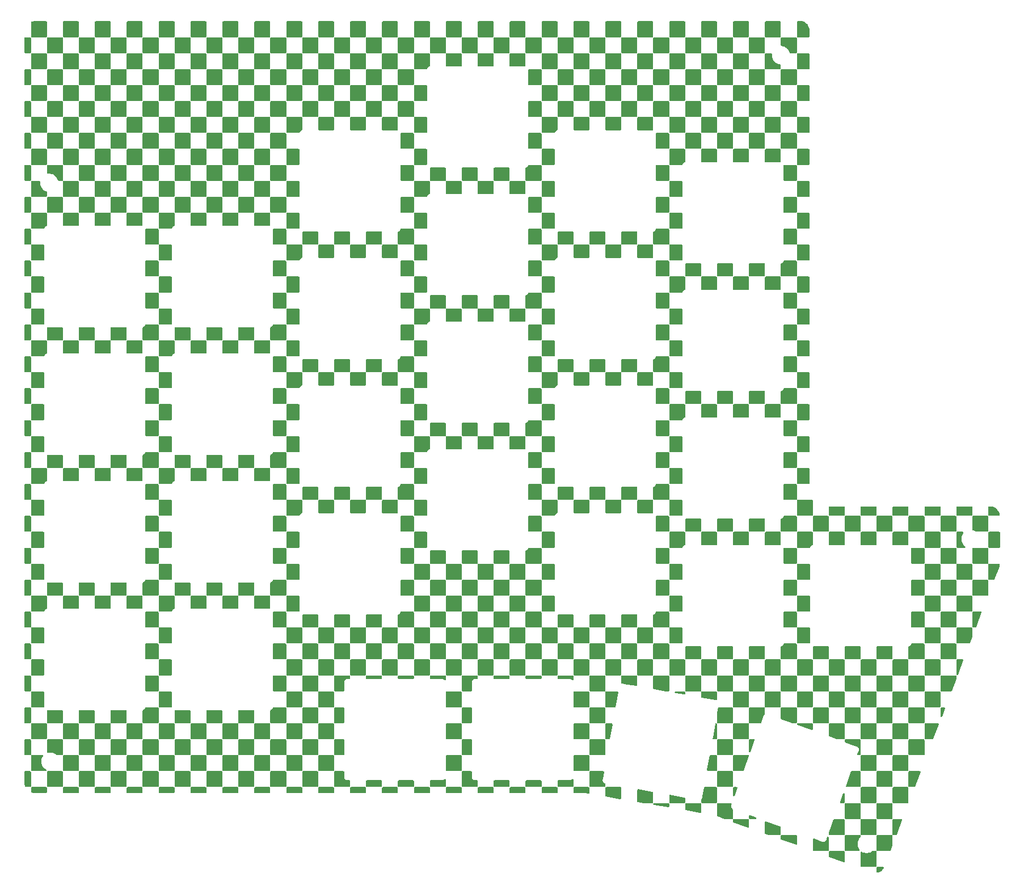
<source format=gbr>
G04 #@! TF.GenerationSoftware,KiCad,Pcbnew,9.0.6*
G04 #@! TF.CreationDate,2025-12-07T22:25:45+09:00*
G04 #@! TF.ProjectId,tarakkie_v1_left_top2,74617261-6b6b-4696-955f-76315f6c6566,rev?*
G04 #@! TF.SameCoordinates,Original*
G04 #@! TF.FileFunction,Copper,L2,Bot*
G04 #@! TF.FilePolarity,Positive*
%FSLAX46Y46*%
G04 Gerber Fmt 4.6, Leading zero omitted, Abs format (unit mm)*
G04 Created by KiCad (PCBNEW 9.0.6) date 2025-12-07 22:25:45*
%MOMM*%
%LPD*%
G01*
G04 APERTURE LIST*
G04 APERTURE END LIST*
G04 #@! TA.AperFunction,NonConductor*
G36*
X155709837Y-38107817D02*
G01*
X155725313Y-38113590D01*
X155777109Y-38132909D01*
X155793201Y-38140259D01*
X155965404Y-38234288D01*
X155980284Y-38243849D01*
X156030552Y-38281480D01*
X156137367Y-38361441D01*
X156150737Y-38373027D01*
X156289472Y-38511762D01*
X156301058Y-38525132D01*
X156418646Y-38682210D01*
X156428211Y-38697095D01*
X156522240Y-38869298D01*
X156529590Y-38885390D01*
X156598162Y-39069236D01*
X156603146Y-39086212D01*
X156644851Y-39277931D01*
X156647369Y-39295442D01*
X156661684Y-39495580D01*
X156662000Y-39504427D01*
X156662000Y-40357250D01*
X156642315Y-40424289D01*
X156589511Y-40470044D01*
X156538000Y-40481250D01*
X154905250Y-40481250D01*
X154838211Y-40461565D01*
X154792456Y-40408761D01*
X154781250Y-40357250D01*
X154781250Y-38224000D01*
X154800935Y-38156961D01*
X154853739Y-38111206D01*
X154905250Y-38100000D01*
X155666504Y-38100000D01*
X155709837Y-38107817D01*
G37*
G04 #@! TD.AperFunction*
G04 #@! TA.AperFunction,NonConductor*
G36*
X152343039Y-38119685D02*
G01*
X152388794Y-38172489D01*
X152400000Y-38224000D01*
X152400000Y-40357250D01*
X152380315Y-40424289D01*
X152327511Y-40470044D01*
X152276000Y-40481250D01*
X150142750Y-40481250D01*
X150075711Y-40461565D01*
X150029956Y-40408761D01*
X150018750Y-40357250D01*
X150018750Y-38224000D01*
X150038435Y-38156961D01*
X150091239Y-38111206D01*
X150142750Y-38100000D01*
X152276000Y-38100000D01*
X152343039Y-38119685D01*
G37*
G04 #@! TD.AperFunction*
G04 #@! TA.AperFunction,NonConductor*
G36*
X147580539Y-38119685D02*
G01*
X147626294Y-38172489D01*
X147637500Y-38224000D01*
X147637500Y-40357250D01*
X147617815Y-40424289D01*
X147565011Y-40470044D01*
X147513500Y-40481250D01*
X145380250Y-40481250D01*
X145313211Y-40461565D01*
X145267456Y-40408761D01*
X145256250Y-40357250D01*
X145256250Y-38224000D01*
X145275935Y-38156961D01*
X145328739Y-38111206D01*
X145380250Y-38100000D01*
X147513500Y-38100000D01*
X147580539Y-38119685D01*
G37*
G04 #@! TD.AperFunction*
G04 #@! TA.AperFunction,NonConductor*
G36*
X142818039Y-38119685D02*
G01*
X142863794Y-38172489D01*
X142875000Y-38224000D01*
X142875000Y-40357250D01*
X142855315Y-40424289D01*
X142802511Y-40470044D01*
X142751000Y-40481250D01*
X140617750Y-40481250D01*
X140550711Y-40461565D01*
X140504956Y-40408761D01*
X140493750Y-40357250D01*
X140493750Y-38224000D01*
X140513435Y-38156961D01*
X140566239Y-38111206D01*
X140617750Y-38100000D01*
X142751000Y-38100000D01*
X142818039Y-38119685D01*
G37*
G04 #@! TD.AperFunction*
G04 #@! TA.AperFunction,NonConductor*
G36*
X138055539Y-38119685D02*
G01*
X138101294Y-38172489D01*
X138112500Y-38224000D01*
X138112500Y-40357250D01*
X138092815Y-40424289D01*
X138040011Y-40470044D01*
X137988500Y-40481250D01*
X135855250Y-40481250D01*
X135788211Y-40461565D01*
X135742456Y-40408761D01*
X135731250Y-40357250D01*
X135731250Y-38224000D01*
X135750935Y-38156961D01*
X135803739Y-38111206D01*
X135855250Y-38100000D01*
X137988500Y-38100000D01*
X138055539Y-38119685D01*
G37*
G04 #@! TD.AperFunction*
G04 #@! TA.AperFunction,NonConductor*
G36*
X133293039Y-38119685D02*
G01*
X133338794Y-38172489D01*
X133350000Y-38224000D01*
X133350000Y-40357250D01*
X133330315Y-40424289D01*
X133277511Y-40470044D01*
X133226000Y-40481250D01*
X131092750Y-40481250D01*
X131025711Y-40461565D01*
X130979956Y-40408761D01*
X130968750Y-40357250D01*
X130968750Y-38224000D01*
X130988435Y-38156961D01*
X131041239Y-38111206D01*
X131092750Y-38100000D01*
X133226000Y-38100000D01*
X133293039Y-38119685D01*
G37*
G04 #@! TD.AperFunction*
G04 #@! TA.AperFunction,NonConductor*
G36*
X128530539Y-38119685D02*
G01*
X128576294Y-38172489D01*
X128587500Y-38224000D01*
X128587500Y-40357250D01*
X128567815Y-40424289D01*
X128515011Y-40470044D01*
X128463500Y-40481250D01*
X126330250Y-40481250D01*
X126263211Y-40461565D01*
X126217456Y-40408761D01*
X126206250Y-40357250D01*
X126206250Y-38224000D01*
X126225935Y-38156961D01*
X126278739Y-38111206D01*
X126330250Y-38100000D01*
X128463500Y-38100000D01*
X128530539Y-38119685D01*
G37*
G04 #@! TD.AperFunction*
G04 #@! TA.AperFunction,NonConductor*
G36*
X123768039Y-38119685D02*
G01*
X123813794Y-38172489D01*
X123825000Y-38224000D01*
X123825000Y-40357250D01*
X123805315Y-40424289D01*
X123752511Y-40470044D01*
X123701000Y-40481250D01*
X121567750Y-40481250D01*
X121500711Y-40461565D01*
X121454956Y-40408761D01*
X121443750Y-40357250D01*
X121443750Y-38224000D01*
X121463435Y-38156961D01*
X121516239Y-38111206D01*
X121567750Y-38100000D01*
X123701000Y-38100000D01*
X123768039Y-38119685D01*
G37*
G04 #@! TD.AperFunction*
G04 #@! TA.AperFunction,NonConductor*
G36*
X119005539Y-38119685D02*
G01*
X119051294Y-38172489D01*
X119062500Y-38224000D01*
X119062500Y-40357250D01*
X119042815Y-40424289D01*
X118990011Y-40470044D01*
X118938500Y-40481250D01*
X116805250Y-40481250D01*
X116738211Y-40461565D01*
X116692456Y-40408761D01*
X116681250Y-40357250D01*
X116681250Y-38224000D01*
X116700935Y-38156961D01*
X116753739Y-38111206D01*
X116805250Y-38100000D01*
X118938500Y-38100000D01*
X119005539Y-38119685D01*
G37*
G04 #@! TD.AperFunction*
G04 #@! TA.AperFunction,NonConductor*
G36*
X114243039Y-38119685D02*
G01*
X114288794Y-38172489D01*
X114300000Y-38224000D01*
X114300000Y-40357250D01*
X114280315Y-40424289D01*
X114227511Y-40470044D01*
X114176000Y-40481250D01*
X112042750Y-40481250D01*
X111975711Y-40461565D01*
X111929956Y-40408761D01*
X111918750Y-40357250D01*
X111918750Y-38224000D01*
X111938435Y-38156961D01*
X111991239Y-38111206D01*
X112042750Y-38100000D01*
X114176000Y-38100000D01*
X114243039Y-38119685D01*
G37*
G04 #@! TD.AperFunction*
G04 #@! TA.AperFunction,NonConductor*
G36*
X109480539Y-38119685D02*
G01*
X109526294Y-38172489D01*
X109537500Y-38224000D01*
X109537500Y-40357250D01*
X109517815Y-40424289D01*
X109465011Y-40470044D01*
X109413500Y-40481250D01*
X107280250Y-40481250D01*
X107213211Y-40461565D01*
X107167456Y-40408761D01*
X107156250Y-40357250D01*
X107156250Y-38224000D01*
X107175935Y-38156961D01*
X107228739Y-38111206D01*
X107280250Y-38100000D01*
X109413500Y-38100000D01*
X109480539Y-38119685D01*
G37*
G04 #@! TD.AperFunction*
G04 #@! TA.AperFunction,NonConductor*
G36*
X104718039Y-38119685D02*
G01*
X104763794Y-38172489D01*
X104775000Y-38224000D01*
X104775000Y-40357250D01*
X104755315Y-40424289D01*
X104702511Y-40470044D01*
X104651000Y-40481250D01*
X102517750Y-40481250D01*
X102450711Y-40461565D01*
X102404956Y-40408761D01*
X102393750Y-40357250D01*
X102393750Y-38224000D01*
X102413435Y-38156961D01*
X102466239Y-38111206D01*
X102517750Y-38100000D01*
X104651000Y-38100000D01*
X104718039Y-38119685D01*
G37*
G04 #@! TD.AperFunction*
G04 #@! TA.AperFunction,NonConductor*
G36*
X99955539Y-38119685D02*
G01*
X100001294Y-38172489D01*
X100012500Y-38224000D01*
X100012500Y-40357250D01*
X99992815Y-40424289D01*
X99940011Y-40470044D01*
X99888500Y-40481250D01*
X97755250Y-40481250D01*
X97688211Y-40461565D01*
X97642456Y-40408761D01*
X97631250Y-40357250D01*
X97631250Y-38224000D01*
X97650935Y-38156961D01*
X97703739Y-38111206D01*
X97755250Y-38100000D01*
X99888500Y-38100000D01*
X99955539Y-38119685D01*
G37*
G04 #@! TD.AperFunction*
G04 #@! TA.AperFunction,NonConductor*
G36*
X95193039Y-38119685D02*
G01*
X95238794Y-38172489D01*
X95250000Y-38224000D01*
X95250000Y-40357250D01*
X95230315Y-40424289D01*
X95177511Y-40470044D01*
X95126000Y-40481250D01*
X92992750Y-40481250D01*
X92925711Y-40461565D01*
X92879956Y-40408761D01*
X92868750Y-40357250D01*
X92868750Y-38224000D01*
X92888435Y-38156961D01*
X92941239Y-38111206D01*
X92992750Y-38100000D01*
X95126000Y-38100000D01*
X95193039Y-38119685D01*
G37*
G04 #@! TD.AperFunction*
G04 #@! TA.AperFunction,NonConductor*
G36*
X90430539Y-38119685D02*
G01*
X90476294Y-38172489D01*
X90487500Y-38224000D01*
X90487500Y-40357250D01*
X90467815Y-40424289D01*
X90415011Y-40470044D01*
X90363500Y-40481250D01*
X88230250Y-40481250D01*
X88163211Y-40461565D01*
X88117456Y-40408761D01*
X88106250Y-40357250D01*
X88106250Y-38224000D01*
X88125935Y-38156961D01*
X88178739Y-38111206D01*
X88230250Y-38100000D01*
X90363500Y-38100000D01*
X90430539Y-38119685D01*
G37*
G04 #@! TD.AperFunction*
G04 #@! TA.AperFunction,NonConductor*
G36*
X85668039Y-38119685D02*
G01*
X85713794Y-38172489D01*
X85725000Y-38224000D01*
X85725000Y-40357250D01*
X85705315Y-40424289D01*
X85652511Y-40470044D01*
X85601000Y-40481250D01*
X83467750Y-40481250D01*
X83400711Y-40461565D01*
X83354956Y-40408761D01*
X83343750Y-40357250D01*
X83343750Y-38224000D01*
X83363435Y-38156961D01*
X83416239Y-38111206D01*
X83467750Y-38100000D01*
X85601000Y-38100000D01*
X85668039Y-38119685D01*
G37*
G04 #@! TD.AperFunction*
G04 #@! TA.AperFunction,NonConductor*
G36*
X80905539Y-38119685D02*
G01*
X80951294Y-38172489D01*
X80962500Y-38224000D01*
X80962500Y-40357250D01*
X80942815Y-40424289D01*
X80890011Y-40470044D01*
X80838500Y-40481250D01*
X78705250Y-40481250D01*
X78638211Y-40461565D01*
X78592456Y-40408761D01*
X78581250Y-40357250D01*
X78581250Y-38224000D01*
X78600935Y-38156961D01*
X78653739Y-38111206D01*
X78705250Y-38100000D01*
X80838500Y-38100000D01*
X80905539Y-38119685D01*
G37*
G04 #@! TD.AperFunction*
G04 #@! TA.AperFunction,NonConductor*
G36*
X76143039Y-38119685D02*
G01*
X76188794Y-38172489D01*
X76200000Y-38224000D01*
X76200000Y-40357250D01*
X76180315Y-40424289D01*
X76127511Y-40470044D01*
X76076000Y-40481250D01*
X73942750Y-40481250D01*
X73875711Y-40461565D01*
X73829956Y-40408761D01*
X73818750Y-40357250D01*
X73818750Y-38224000D01*
X73838435Y-38156961D01*
X73891239Y-38111206D01*
X73942750Y-38100000D01*
X76076000Y-38100000D01*
X76143039Y-38119685D01*
G37*
G04 #@! TD.AperFunction*
G04 #@! TA.AperFunction,NonConductor*
G36*
X71380539Y-38119685D02*
G01*
X71426294Y-38172489D01*
X71437500Y-38224000D01*
X71437500Y-40357250D01*
X71417815Y-40424289D01*
X71365011Y-40470044D01*
X71313500Y-40481250D01*
X69180250Y-40481250D01*
X69113211Y-40461565D01*
X69067456Y-40408761D01*
X69056250Y-40357250D01*
X69056250Y-38224000D01*
X69075935Y-38156961D01*
X69128739Y-38111206D01*
X69180250Y-38100000D01*
X71313500Y-38100000D01*
X71380539Y-38119685D01*
G37*
G04 #@! TD.AperFunction*
G04 #@! TA.AperFunction,NonConductor*
G36*
X66618039Y-38119685D02*
G01*
X66663794Y-38172489D01*
X66675000Y-38224000D01*
X66675000Y-40357250D01*
X66655315Y-40424289D01*
X66602511Y-40470044D01*
X66551000Y-40481250D01*
X64417750Y-40481250D01*
X64350711Y-40461565D01*
X64304956Y-40408761D01*
X64293750Y-40357250D01*
X64293750Y-38224000D01*
X64313435Y-38156961D01*
X64366239Y-38111206D01*
X64417750Y-38100000D01*
X66551000Y-38100000D01*
X66618039Y-38119685D01*
G37*
G04 #@! TD.AperFunction*
G04 #@! TA.AperFunction,NonConductor*
G36*
X61855539Y-38119685D02*
G01*
X61901294Y-38172489D01*
X61912500Y-38224000D01*
X61912500Y-40357250D01*
X61892815Y-40424289D01*
X61840011Y-40470044D01*
X61788500Y-40481250D01*
X59655250Y-40481250D01*
X59588211Y-40461565D01*
X59542456Y-40408761D01*
X59531250Y-40357250D01*
X59531250Y-38224000D01*
X59550935Y-38156961D01*
X59603739Y-38111206D01*
X59655250Y-38100000D01*
X61788500Y-38100000D01*
X61855539Y-38119685D01*
G37*
G04 #@! TD.AperFunction*
G04 #@! TA.AperFunction,NonConductor*
G36*
X57093039Y-38119685D02*
G01*
X57138794Y-38172489D01*
X57150000Y-38224000D01*
X57150000Y-40357250D01*
X57130315Y-40424289D01*
X57077511Y-40470044D01*
X57026000Y-40481250D01*
X54892750Y-40481250D01*
X54825711Y-40461565D01*
X54779956Y-40408761D01*
X54768750Y-40357250D01*
X54768750Y-38224000D01*
X54788435Y-38156961D01*
X54841239Y-38111206D01*
X54892750Y-38100000D01*
X57026000Y-38100000D01*
X57093039Y-38119685D01*
G37*
G04 #@! TD.AperFunction*
G04 #@! TA.AperFunction,NonConductor*
G36*
X52330539Y-38119685D02*
G01*
X52376294Y-38172489D01*
X52387500Y-38224000D01*
X52387500Y-40357250D01*
X52367815Y-40424289D01*
X52315011Y-40470044D01*
X52263500Y-40481250D01*
X50130250Y-40481250D01*
X50063211Y-40461565D01*
X50017456Y-40408761D01*
X50006250Y-40357250D01*
X50006250Y-38224000D01*
X50025935Y-38156961D01*
X50078739Y-38111206D01*
X50130250Y-38100000D01*
X52263500Y-38100000D01*
X52330539Y-38119685D01*
G37*
G04 #@! TD.AperFunction*
G04 #@! TA.AperFunction,NonConductor*
G36*
X47568039Y-38119685D02*
G01*
X47613794Y-38172489D01*
X47625000Y-38224000D01*
X47625000Y-40357250D01*
X47605315Y-40424289D01*
X47552511Y-40470044D01*
X47501000Y-40481250D01*
X45367750Y-40481250D01*
X45300711Y-40461565D01*
X45254956Y-40408761D01*
X45243750Y-40357250D01*
X45243750Y-38224000D01*
X45263435Y-38156961D01*
X45316239Y-38111206D01*
X45367750Y-38100000D01*
X47501000Y-38100000D01*
X47568039Y-38119685D01*
G37*
G04 #@! TD.AperFunction*
G04 #@! TA.AperFunction,NonConductor*
G36*
X42805539Y-38119685D02*
G01*
X42851294Y-38172489D01*
X42862500Y-38224000D01*
X42862500Y-40357250D01*
X42842815Y-40424289D01*
X42790011Y-40470044D01*
X42738500Y-40481250D01*
X40605250Y-40481250D01*
X40538211Y-40461565D01*
X40492456Y-40408761D01*
X40481250Y-40357250D01*
X40481250Y-38281480D01*
X40487477Y-38260271D01*
X40489040Y-38238223D01*
X40497129Y-38227402D01*
X40500935Y-38214441D01*
X40517637Y-38199967D01*
X40530874Y-38182262D01*
X40550386Y-38171590D01*
X40553739Y-38168686D01*
X40561826Y-38165332D01*
X40568233Y-38162938D01*
X40585181Y-38157948D01*
X40776782Y-38116119D01*
X40794276Y-38113590D01*
X40977671Y-38100322D01*
X40986618Y-38100000D01*
X42738500Y-38100000D01*
X42805539Y-38119685D01*
G37*
G04 #@! TD.AperFunction*
G04 #@! TA.AperFunction,NonConductor*
G36*
X154724289Y-40500935D02*
G01*
X154770044Y-40553739D01*
X154781250Y-40605250D01*
X154781250Y-42738500D01*
X154761565Y-42805539D01*
X154708761Y-42851294D01*
X154657250Y-42862500D01*
X153813427Y-42862500D01*
X153746388Y-42842815D01*
X153700633Y-42790011D01*
X153695496Y-42776818D01*
X153651557Y-42641588D01*
X153555051Y-42452184D01*
X153555049Y-42452181D01*
X153555048Y-42452179D01*
X153430109Y-42280213D01*
X153279786Y-42129890D01*
X153107820Y-42004951D01*
X152918414Y-41908444D01*
X152918413Y-41908443D01*
X152918412Y-41908443D01*
X152716243Y-41842754D01*
X152716241Y-41842753D01*
X152716239Y-41842753D01*
X152504602Y-41809233D01*
X152441467Y-41779304D01*
X152404536Y-41719992D01*
X152400000Y-41686760D01*
X152400000Y-40605250D01*
X152419685Y-40538211D01*
X152472489Y-40492456D01*
X152524000Y-40481250D01*
X154657250Y-40481250D01*
X154724289Y-40500935D01*
G37*
G04 #@! TD.AperFunction*
G04 #@! TA.AperFunction,NonConductor*
G36*
X149961789Y-40500935D02*
G01*
X150007544Y-40553739D01*
X150018750Y-40605250D01*
X150018750Y-42738500D01*
X149999065Y-42805539D01*
X149946261Y-42851294D01*
X149894750Y-42862500D01*
X147761500Y-42862500D01*
X147694461Y-42842815D01*
X147648706Y-42790011D01*
X147637500Y-42738500D01*
X147637500Y-40605250D01*
X147657185Y-40538211D01*
X147709989Y-40492456D01*
X147761500Y-40481250D01*
X149894750Y-40481250D01*
X149961789Y-40500935D01*
G37*
G04 #@! TD.AperFunction*
G04 #@! TA.AperFunction,NonConductor*
G36*
X145199289Y-40500935D02*
G01*
X145245044Y-40553739D01*
X145256250Y-40605250D01*
X145256250Y-42738500D01*
X145236565Y-42805539D01*
X145183761Y-42851294D01*
X145132250Y-42862500D01*
X142999000Y-42862500D01*
X142931961Y-42842815D01*
X142886206Y-42790011D01*
X142875000Y-42738500D01*
X142875000Y-40605250D01*
X142894685Y-40538211D01*
X142947489Y-40492456D01*
X142999000Y-40481250D01*
X145132250Y-40481250D01*
X145199289Y-40500935D01*
G37*
G04 #@! TD.AperFunction*
G04 #@! TA.AperFunction,NonConductor*
G36*
X140436789Y-40500935D02*
G01*
X140482544Y-40553739D01*
X140493750Y-40605250D01*
X140493750Y-42738500D01*
X140474065Y-42805539D01*
X140421261Y-42851294D01*
X140369750Y-42862500D01*
X138236500Y-42862500D01*
X138169461Y-42842815D01*
X138123706Y-42790011D01*
X138112500Y-42738500D01*
X138112500Y-40605250D01*
X138132185Y-40538211D01*
X138184989Y-40492456D01*
X138236500Y-40481250D01*
X140369750Y-40481250D01*
X140436789Y-40500935D01*
G37*
G04 #@! TD.AperFunction*
G04 #@! TA.AperFunction,NonConductor*
G36*
X135674289Y-40500935D02*
G01*
X135720044Y-40553739D01*
X135731250Y-40605250D01*
X135731250Y-42738500D01*
X135711565Y-42805539D01*
X135658761Y-42851294D01*
X135607250Y-42862500D01*
X133474000Y-42862500D01*
X133406961Y-42842815D01*
X133361206Y-42790011D01*
X133350000Y-42738500D01*
X133350000Y-40605250D01*
X133369685Y-40538211D01*
X133422489Y-40492456D01*
X133474000Y-40481250D01*
X135607250Y-40481250D01*
X135674289Y-40500935D01*
G37*
G04 #@! TD.AperFunction*
G04 #@! TA.AperFunction,NonConductor*
G36*
X130911789Y-40500935D02*
G01*
X130957544Y-40553739D01*
X130968750Y-40605250D01*
X130968750Y-42738500D01*
X130949065Y-42805539D01*
X130896261Y-42851294D01*
X130844750Y-42862500D01*
X128711500Y-42862500D01*
X128644461Y-42842815D01*
X128598706Y-42790011D01*
X128587500Y-42738500D01*
X128587500Y-40605250D01*
X128607185Y-40538211D01*
X128659989Y-40492456D01*
X128711500Y-40481250D01*
X130844750Y-40481250D01*
X130911789Y-40500935D01*
G37*
G04 #@! TD.AperFunction*
G04 #@! TA.AperFunction,NonConductor*
G36*
X126149289Y-40500935D02*
G01*
X126195044Y-40553739D01*
X126206250Y-40605250D01*
X126206250Y-42738500D01*
X126186565Y-42805539D01*
X126133761Y-42851294D01*
X126082250Y-42862500D01*
X123949000Y-42862500D01*
X123881961Y-42842815D01*
X123836206Y-42790011D01*
X123825000Y-42738500D01*
X123825000Y-40605250D01*
X123844685Y-40538211D01*
X123897489Y-40492456D01*
X123949000Y-40481250D01*
X126082250Y-40481250D01*
X126149289Y-40500935D01*
G37*
G04 #@! TD.AperFunction*
G04 #@! TA.AperFunction,NonConductor*
G36*
X121386789Y-40500935D02*
G01*
X121432544Y-40553739D01*
X121443750Y-40605250D01*
X121443750Y-42738500D01*
X121424065Y-42805539D01*
X121371261Y-42851294D01*
X121319750Y-42862500D01*
X119186500Y-42862500D01*
X119119461Y-42842815D01*
X119073706Y-42790011D01*
X119062500Y-42738500D01*
X119062500Y-40605250D01*
X119082185Y-40538211D01*
X119134989Y-40492456D01*
X119186500Y-40481250D01*
X121319750Y-40481250D01*
X121386789Y-40500935D01*
G37*
G04 #@! TD.AperFunction*
G04 #@! TA.AperFunction,NonConductor*
G36*
X116624289Y-40500935D02*
G01*
X116670044Y-40553739D01*
X116681250Y-40605250D01*
X116681250Y-42738500D01*
X116661565Y-42805539D01*
X116608761Y-42851294D01*
X116557250Y-42862500D01*
X114424000Y-42862500D01*
X114356961Y-42842815D01*
X114311206Y-42790011D01*
X114300000Y-42738500D01*
X114300000Y-40605250D01*
X114319685Y-40538211D01*
X114372489Y-40492456D01*
X114424000Y-40481250D01*
X116557250Y-40481250D01*
X116624289Y-40500935D01*
G37*
G04 #@! TD.AperFunction*
G04 #@! TA.AperFunction,NonConductor*
G36*
X111861789Y-40500935D02*
G01*
X111907544Y-40553739D01*
X111918750Y-40605250D01*
X111918750Y-42738500D01*
X111899065Y-42805539D01*
X111846261Y-42851294D01*
X111794750Y-42862500D01*
X109661500Y-42862500D01*
X109594461Y-42842815D01*
X109548706Y-42790011D01*
X109537500Y-42738500D01*
X109537500Y-40605250D01*
X109557185Y-40538211D01*
X109609989Y-40492456D01*
X109661500Y-40481250D01*
X111794750Y-40481250D01*
X111861789Y-40500935D01*
G37*
G04 #@! TD.AperFunction*
G04 #@! TA.AperFunction,NonConductor*
G36*
X107099289Y-40500935D02*
G01*
X107145044Y-40553739D01*
X107156250Y-40605250D01*
X107156250Y-42738500D01*
X107136565Y-42805539D01*
X107083761Y-42851294D01*
X107032250Y-42862500D01*
X104899000Y-42862500D01*
X104831961Y-42842815D01*
X104786206Y-42790011D01*
X104775000Y-42738500D01*
X104775000Y-40605250D01*
X104794685Y-40538211D01*
X104847489Y-40492456D01*
X104899000Y-40481250D01*
X107032250Y-40481250D01*
X107099289Y-40500935D01*
G37*
G04 #@! TD.AperFunction*
G04 #@! TA.AperFunction,NonConductor*
G36*
X102336789Y-40500935D02*
G01*
X102382544Y-40553739D01*
X102393750Y-40605250D01*
X102393750Y-42738500D01*
X102374065Y-42805539D01*
X102321261Y-42851294D01*
X102269750Y-42862500D01*
X100136500Y-42862500D01*
X100069461Y-42842815D01*
X100023706Y-42790011D01*
X100012500Y-42738500D01*
X100012500Y-40605250D01*
X100032185Y-40538211D01*
X100084989Y-40492456D01*
X100136500Y-40481250D01*
X102269750Y-40481250D01*
X102336789Y-40500935D01*
G37*
G04 #@! TD.AperFunction*
G04 #@! TA.AperFunction,NonConductor*
G36*
X97574289Y-40500935D02*
G01*
X97620044Y-40553739D01*
X97631250Y-40605250D01*
X97631250Y-42738500D01*
X97611565Y-42805539D01*
X97558761Y-42851294D01*
X97507250Y-42862500D01*
X95374000Y-42862500D01*
X95306961Y-42842815D01*
X95261206Y-42790011D01*
X95250000Y-42738500D01*
X95250000Y-40605250D01*
X95269685Y-40538211D01*
X95322489Y-40492456D01*
X95374000Y-40481250D01*
X97507250Y-40481250D01*
X97574289Y-40500935D01*
G37*
G04 #@! TD.AperFunction*
G04 #@! TA.AperFunction,NonConductor*
G36*
X92811789Y-40500935D02*
G01*
X92857544Y-40553739D01*
X92868750Y-40605250D01*
X92868750Y-42738500D01*
X92849065Y-42805539D01*
X92796261Y-42851294D01*
X92744750Y-42862500D01*
X90611500Y-42862500D01*
X90544461Y-42842815D01*
X90498706Y-42790011D01*
X90487500Y-42738500D01*
X90487500Y-40605250D01*
X90507185Y-40538211D01*
X90559989Y-40492456D01*
X90611500Y-40481250D01*
X92744750Y-40481250D01*
X92811789Y-40500935D01*
G37*
G04 #@! TD.AperFunction*
G04 #@! TA.AperFunction,NonConductor*
G36*
X88049289Y-40500935D02*
G01*
X88095044Y-40553739D01*
X88106250Y-40605250D01*
X88106250Y-42738500D01*
X88086565Y-42805539D01*
X88033761Y-42851294D01*
X87982250Y-42862500D01*
X85849000Y-42862500D01*
X85781961Y-42842815D01*
X85736206Y-42790011D01*
X85725000Y-42738500D01*
X85725000Y-40605250D01*
X85744685Y-40538211D01*
X85797489Y-40492456D01*
X85849000Y-40481250D01*
X87982250Y-40481250D01*
X88049289Y-40500935D01*
G37*
G04 #@! TD.AperFunction*
G04 #@! TA.AperFunction,NonConductor*
G36*
X83286789Y-40500935D02*
G01*
X83332544Y-40553739D01*
X83343750Y-40605250D01*
X83343750Y-42738500D01*
X83324065Y-42805539D01*
X83271261Y-42851294D01*
X83219750Y-42862500D01*
X81086500Y-42862500D01*
X81019461Y-42842815D01*
X80973706Y-42790011D01*
X80962500Y-42738500D01*
X80962500Y-40605250D01*
X80982185Y-40538211D01*
X81034989Y-40492456D01*
X81086500Y-40481250D01*
X83219750Y-40481250D01*
X83286789Y-40500935D01*
G37*
G04 #@! TD.AperFunction*
G04 #@! TA.AperFunction,NonConductor*
G36*
X78524289Y-40500935D02*
G01*
X78570044Y-40553739D01*
X78581250Y-40605250D01*
X78581250Y-42738500D01*
X78561565Y-42805539D01*
X78508761Y-42851294D01*
X78457250Y-42862500D01*
X76324000Y-42862500D01*
X76256961Y-42842815D01*
X76211206Y-42790011D01*
X76200000Y-42738500D01*
X76200000Y-40605250D01*
X76219685Y-40538211D01*
X76272489Y-40492456D01*
X76324000Y-40481250D01*
X78457250Y-40481250D01*
X78524289Y-40500935D01*
G37*
G04 #@! TD.AperFunction*
G04 #@! TA.AperFunction,NonConductor*
G36*
X73761789Y-40500935D02*
G01*
X73807544Y-40553739D01*
X73818750Y-40605250D01*
X73818750Y-42738500D01*
X73799065Y-42805539D01*
X73746261Y-42851294D01*
X73694750Y-42862500D01*
X71561500Y-42862500D01*
X71494461Y-42842815D01*
X71448706Y-42790011D01*
X71437500Y-42738500D01*
X71437500Y-40605250D01*
X71457185Y-40538211D01*
X71509989Y-40492456D01*
X71561500Y-40481250D01*
X73694750Y-40481250D01*
X73761789Y-40500935D01*
G37*
G04 #@! TD.AperFunction*
G04 #@! TA.AperFunction,NonConductor*
G36*
X68999289Y-40500935D02*
G01*
X69045044Y-40553739D01*
X69056250Y-40605250D01*
X69056250Y-42738500D01*
X69036565Y-42805539D01*
X68983761Y-42851294D01*
X68932250Y-42862500D01*
X66799000Y-42862500D01*
X66731961Y-42842815D01*
X66686206Y-42790011D01*
X66675000Y-42738500D01*
X66675000Y-40605250D01*
X66694685Y-40538211D01*
X66747489Y-40492456D01*
X66799000Y-40481250D01*
X68932250Y-40481250D01*
X68999289Y-40500935D01*
G37*
G04 #@! TD.AperFunction*
G04 #@! TA.AperFunction,NonConductor*
G36*
X64236789Y-40500935D02*
G01*
X64282544Y-40553739D01*
X64293750Y-40605250D01*
X64293750Y-42738500D01*
X64274065Y-42805539D01*
X64221261Y-42851294D01*
X64169750Y-42862500D01*
X62036500Y-42862500D01*
X61969461Y-42842815D01*
X61923706Y-42790011D01*
X61912500Y-42738500D01*
X61912500Y-40605250D01*
X61932185Y-40538211D01*
X61984989Y-40492456D01*
X62036500Y-40481250D01*
X64169750Y-40481250D01*
X64236789Y-40500935D01*
G37*
G04 #@! TD.AperFunction*
G04 #@! TA.AperFunction,NonConductor*
G36*
X59474289Y-40500935D02*
G01*
X59520044Y-40553739D01*
X59531250Y-40605250D01*
X59531250Y-42738500D01*
X59511565Y-42805539D01*
X59458761Y-42851294D01*
X59407250Y-42862500D01*
X57274000Y-42862500D01*
X57206961Y-42842815D01*
X57161206Y-42790011D01*
X57150000Y-42738500D01*
X57150000Y-40605250D01*
X57169685Y-40538211D01*
X57222489Y-40492456D01*
X57274000Y-40481250D01*
X59407250Y-40481250D01*
X59474289Y-40500935D01*
G37*
G04 #@! TD.AperFunction*
G04 #@! TA.AperFunction,NonConductor*
G36*
X54711789Y-40500935D02*
G01*
X54757544Y-40553739D01*
X54768750Y-40605250D01*
X54768750Y-42738500D01*
X54749065Y-42805539D01*
X54696261Y-42851294D01*
X54644750Y-42862500D01*
X52511500Y-42862500D01*
X52444461Y-42842815D01*
X52398706Y-42790011D01*
X52387500Y-42738500D01*
X52387500Y-40605250D01*
X52407185Y-40538211D01*
X52459989Y-40492456D01*
X52511500Y-40481250D01*
X54644750Y-40481250D01*
X54711789Y-40500935D01*
G37*
G04 #@! TD.AperFunction*
G04 #@! TA.AperFunction,NonConductor*
G36*
X49949289Y-40500935D02*
G01*
X49995044Y-40553739D01*
X50006250Y-40605250D01*
X50006250Y-42738500D01*
X49986565Y-42805539D01*
X49933761Y-42851294D01*
X49882250Y-42862500D01*
X47749000Y-42862500D01*
X47681961Y-42842815D01*
X47636206Y-42790011D01*
X47625000Y-42738500D01*
X47625000Y-40605250D01*
X47644685Y-40538211D01*
X47697489Y-40492456D01*
X47749000Y-40481250D01*
X49882250Y-40481250D01*
X49949289Y-40500935D01*
G37*
G04 #@! TD.AperFunction*
G04 #@! TA.AperFunction,NonConductor*
G36*
X45186789Y-40500935D02*
G01*
X45232544Y-40553739D01*
X45243750Y-40605250D01*
X45243750Y-42738500D01*
X45224065Y-42805539D01*
X45171261Y-42851294D01*
X45119750Y-42862500D01*
X42986500Y-42862500D01*
X42919461Y-42842815D01*
X42873706Y-42790011D01*
X42862500Y-42738500D01*
X42862500Y-40605250D01*
X42882185Y-40538211D01*
X42934989Y-40492456D01*
X42986500Y-40481250D01*
X45119750Y-40481250D01*
X45186789Y-40500935D01*
G37*
G04 #@! TD.AperFunction*
G04 #@! TA.AperFunction,NonConductor*
G36*
X40424289Y-40500935D02*
G01*
X40470044Y-40553739D01*
X40481250Y-40605250D01*
X40481250Y-42738500D01*
X40461565Y-42805539D01*
X40408761Y-42851294D01*
X40357250Y-42862500D01*
X39624500Y-42862500D01*
X39557461Y-42842815D01*
X39511706Y-42790011D01*
X39500500Y-42738500D01*
X39500500Y-40605250D01*
X39520185Y-40538211D01*
X39572989Y-40492456D01*
X39624500Y-40481250D01*
X40357250Y-40481250D01*
X40424289Y-40500935D01*
G37*
G04 #@! TD.AperFunction*
G04 #@! TA.AperFunction,NonConductor*
G36*
X114243039Y-42882185D02*
G01*
X114288794Y-42934989D01*
X114300000Y-42986500D01*
X114300000Y-44713000D01*
X114280315Y-44780039D01*
X114227511Y-44825794D01*
X114176000Y-44837000D01*
X112042750Y-44837000D01*
X111975711Y-44817315D01*
X111929956Y-44764511D01*
X111918750Y-44713000D01*
X111918750Y-42986500D01*
X111938435Y-42919461D01*
X111991239Y-42873706D01*
X112042750Y-42862500D01*
X114176000Y-42862500D01*
X114243039Y-42882185D01*
G37*
G04 #@! TD.AperFunction*
G04 #@! TA.AperFunction,NonConductor*
G36*
X109480539Y-42882185D02*
G01*
X109526294Y-42934989D01*
X109537500Y-42986500D01*
X109537500Y-44713000D01*
X109517815Y-44780039D01*
X109465011Y-44825794D01*
X109413500Y-44837000D01*
X107280250Y-44837000D01*
X107213211Y-44817315D01*
X107167456Y-44764511D01*
X107156250Y-44713000D01*
X107156250Y-42986500D01*
X107175935Y-42919461D01*
X107228739Y-42873706D01*
X107280250Y-42862500D01*
X109413500Y-42862500D01*
X109480539Y-42882185D01*
G37*
G04 #@! TD.AperFunction*
G04 #@! TA.AperFunction,NonConductor*
G36*
X104718039Y-42882185D02*
G01*
X104763794Y-42934989D01*
X104775000Y-42986500D01*
X104775000Y-44713000D01*
X104755315Y-44780039D01*
X104702511Y-44825794D01*
X104651000Y-44837000D01*
X102517750Y-44837000D01*
X102450711Y-44817315D01*
X102404956Y-44764511D01*
X102393750Y-44713000D01*
X102393750Y-42986500D01*
X102413435Y-42919461D01*
X102466239Y-42873706D01*
X102517750Y-42862500D01*
X104651000Y-42862500D01*
X104718039Y-42882185D01*
G37*
G04 #@! TD.AperFunction*
G04 #@! TA.AperFunction,NonConductor*
G36*
X156605039Y-42882185D02*
G01*
X156650794Y-42934989D01*
X156662000Y-42986500D01*
X156662000Y-45119750D01*
X156642315Y-45186789D01*
X156589511Y-45232544D01*
X156538000Y-45243750D01*
X154905250Y-45243750D01*
X154838211Y-45224065D01*
X154792456Y-45171261D01*
X154781250Y-45119750D01*
X154781250Y-42986500D01*
X154800935Y-42919461D01*
X154853739Y-42873706D01*
X154905250Y-42862500D01*
X156538000Y-42862500D01*
X156605039Y-42882185D01*
G37*
G04 #@! TD.AperFunction*
G04 #@! TA.AperFunction,NonConductor*
G36*
X150952536Y-42867766D02*
G01*
X150971229Y-42868034D01*
X150985365Y-42877406D01*
X151001638Y-42882185D01*
X151013878Y-42896311D01*
X151029461Y-42906643D01*
X151036286Y-42922171D01*
X151047393Y-42934989D01*
X151050053Y-42953492D01*
X151057576Y-42970607D01*
X151057118Y-43002628D01*
X151057337Y-43004147D01*
X151057072Y-43005897D01*
X151049500Y-43053706D01*
X151049500Y-43266286D01*
X151082753Y-43476239D01*
X151148444Y-43678414D01*
X151244951Y-43867820D01*
X151369890Y-44039786D01*
X151520213Y-44190109D01*
X151692179Y-44315048D01*
X151692181Y-44315049D01*
X151692184Y-44315051D01*
X151881588Y-44411557D01*
X152083757Y-44477246D01*
X152083760Y-44477246D01*
X152083761Y-44477247D01*
X152155060Y-44488539D01*
X152293713Y-44510500D01*
X152293717Y-44510500D01*
X152295397Y-44510766D01*
X152358532Y-44540695D01*
X152395464Y-44600006D01*
X152400000Y-44633239D01*
X152400000Y-45119750D01*
X152380315Y-45186789D01*
X152327511Y-45232544D01*
X152276000Y-45243750D01*
X150142750Y-45243750D01*
X150075711Y-45224065D01*
X150029956Y-45171261D01*
X150018750Y-45119750D01*
X150018750Y-42986500D01*
X150038435Y-42919461D01*
X150091239Y-42873706D01*
X150142750Y-42862500D01*
X150934599Y-42862500D01*
X150952536Y-42867766D01*
G37*
G04 #@! TD.AperFunction*
G04 #@! TA.AperFunction,NonConductor*
G36*
X147580539Y-42882185D02*
G01*
X147626294Y-42934989D01*
X147637500Y-42986500D01*
X147637500Y-45119750D01*
X147617815Y-45186789D01*
X147565011Y-45232544D01*
X147513500Y-45243750D01*
X145380250Y-45243750D01*
X145313211Y-45224065D01*
X145267456Y-45171261D01*
X145256250Y-45119750D01*
X145256250Y-42986500D01*
X145275935Y-42919461D01*
X145328739Y-42873706D01*
X145380250Y-42862500D01*
X147513500Y-42862500D01*
X147580539Y-42882185D01*
G37*
G04 #@! TD.AperFunction*
G04 #@! TA.AperFunction,NonConductor*
G36*
X142818039Y-42882185D02*
G01*
X142863794Y-42934989D01*
X142875000Y-42986500D01*
X142875000Y-45119750D01*
X142855315Y-45186789D01*
X142802511Y-45232544D01*
X142751000Y-45243750D01*
X140617750Y-45243750D01*
X140550711Y-45224065D01*
X140504956Y-45171261D01*
X140493750Y-45119750D01*
X140493750Y-42986500D01*
X140513435Y-42919461D01*
X140566239Y-42873706D01*
X140617750Y-42862500D01*
X142751000Y-42862500D01*
X142818039Y-42882185D01*
G37*
G04 #@! TD.AperFunction*
G04 #@! TA.AperFunction,NonConductor*
G36*
X138055539Y-42882185D02*
G01*
X138101294Y-42934989D01*
X138112500Y-42986500D01*
X138112500Y-45119750D01*
X138092815Y-45186789D01*
X138040011Y-45232544D01*
X137988500Y-45243750D01*
X135855250Y-45243750D01*
X135788211Y-45224065D01*
X135742456Y-45171261D01*
X135731250Y-45119750D01*
X135731250Y-42986500D01*
X135750935Y-42919461D01*
X135803739Y-42873706D01*
X135855250Y-42862500D01*
X137988500Y-42862500D01*
X138055539Y-42882185D01*
G37*
G04 #@! TD.AperFunction*
G04 #@! TA.AperFunction,NonConductor*
G36*
X133293039Y-42882185D02*
G01*
X133338794Y-42934989D01*
X133350000Y-42986500D01*
X133350000Y-45119750D01*
X133330315Y-45186789D01*
X133277511Y-45232544D01*
X133226000Y-45243750D01*
X131092750Y-45243750D01*
X131025711Y-45224065D01*
X130979956Y-45171261D01*
X130968750Y-45119750D01*
X130968750Y-42986500D01*
X130988435Y-42919461D01*
X131041239Y-42873706D01*
X131092750Y-42862500D01*
X133226000Y-42862500D01*
X133293039Y-42882185D01*
G37*
G04 #@! TD.AperFunction*
G04 #@! TA.AperFunction,NonConductor*
G36*
X128530539Y-42882185D02*
G01*
X128576294Y-42934989D01*
X128587500Y-42986500D01*
X128587500Y-45119750D01*
X128567815Y-45186789D01*
X128515011Y-45232544D01*
X128463500Y-45243750D01*
X126330250Y-45243750D01*
X126263211Y-45224065D01*
X126217456Y-45171261D01*
X126206250Y-45119750D01*
X126206250Y-42986500D01*
X126225935Y-42919461D01*
X126278739Y-42873706D01*
X126330250Y-42862500D01*
X128463500Y-42862500D01*
X128530539Y-42882185D01*
G37*
G04 #@! TD.AperFunction*
G04 #@! TA.AperFunction,NonConductor*
G36*
X123768039Y-42882185D02*
G01*
X123813794Y-42934989D01*
X123825000Y-42986500D01*
X123825000Y-45119750D01*
X123805315Y-45186789D01*
X123752511Y-45232544D01*
X123701000Y-45243750D01*
X121567750Y-45243750D01*
X121500711Y-45224065D01*
X121454956Y-45171261D01*
X121443750Y-45119750D01*
X121443750Y-42986500D01*
X121463435Y-42919461D01*
X121516239Y-42873706D01*
X121567750Y-42862500D01*
X123701000Y-42862500D01*
X123768039Y-42882185D01*
G37*
G04 #@! TD.AperFunction*
G04 #@! TA.AperFunction,NonConductor*
G36*
X119005539Y-42882185D02*
G01*
X119051294Y-42934989D01*
X119062500Y-42986500D01*
X119062500Y-45119750D01*
X119042815Y-45186789D01*
X118990011Y-45232544D01*
X118938500Y-45243750D01*
X116805250Y-45243750D01*
X116738211Y-45224065D01*
X116692456Y-45171261D01*
X116681250Y-45119750D01*
X116681250Y-42986500D01*
X116700935Y-42919461D01*
X116753739Y-42873706D01*
X116805250Y-42862500D01*
X118938500Y-42862500D01*
X119005539Y-42882185D01*
G37*
G04 #@! TD.AperFunction*
G04 #@! TA.AperFunction,NonConductor*
G36*
X99955539Y-42882185D02*
G01*
X100001294Y-42934989D01*
X100012500Y-42986500D01*
X100012500Y-44749315D01*
X99992815Y-44816354D01*
X99940011Y-44862109D01*
X99920600Y-44869088D01*
X99913065Y-44871107D01*
X99913064Y-44871107D01*
X99798936Y-44937000D01*
X99798933Y-44937002D01*
X99705752Y-45030183D01*
X99705750Y-45030186D01*
X99639858Y-45144312D01*
X99637841Y-45151843D01*
X99601476Y-45211504D01*
X99538629Y-45242033D01*
X99518066Y-45243750D01*
X97755250Y-45243750D01*
X97688211Y-45224065D01*
X97642456Y-45171261D01*
X97631250Y-45119750D01*
X97631250Y-42986500D01*
X97650935Y-42919461D01*
X97703739Y-42873706D01*
X97755250Y-42862500D01*
X99888500Y-42862500D01*
X99955539Y-42882185D01*
G37*
G04 #@! TD.AperFunction*
G04 #@! TA.AperFunction,NonConductor*
G36*
X95193039Y-42882185D02*
G01*
X95238794Y-42934989D01*
X95250000Y-42986500D01*
X95250000Y-45119750D01*
X95230315Y-45186789D01*
X95177511Y-45232544D01*
X95126000Y-45243750D01*
X92992750Y-45243750D01*
X92925711Y-45224065D01*
X92879956Y-45171261D01*
X92868750Y-45119750D01*
X92868750Y-42986500D01*
X92888435Y-42919461D01*
X92941239Y-42873706D01*
X92992750Y-42862500D01*
X95126000Y-42862500D01*
X95193039Y-42882185D01*
G37*
G04 #@! TD.AperFunction*
G04 #@! TA.AperFunction,NonConductor*
G36*
X90430539Y-42882185D02*
G01*
X90476294Y-42934989D01*
X90487500Y-42986500D01*
X90487500Y-45119750D01*
X90467815Y-45186789D01*
X90415011Y-45232544D01*
X90363500Y-45243750D01*
X88230250Y-45243750D01*
X88163211Y-45224065D01*
X88117456Y-45171261D01*
X88106250Y-45119750D01*
X88106250Y-42986500D01*
X88125935Y-42919461D01*
X88178739Y-42873706D01*
X88230250Y-42862500D01*
X90363500Y-42862500D01*
X90430539Y-42882185D01*
G37*
G04 #@! TD.AperFunction*
G04 #@! TA.AperFunction,NonConductor*
G36*
X85668039Y-42882185D02*
G01*
X85713794Y-42934989D01*
X85725000Y-42986500D01*
X85725000Y-45119750D01*
X85705315Y-45186789D01*
X85652511Y-45232544D01*
X85601000Y-45243750D01*
X83467750Y-45243750D01*
X83400711Y-45224065D01*
X83354956Y-45171261D01*
X83343750Y-45119750D01*
X83343750Y-42986500D01*
X83363435Y-42919461D01*
X83416239Y-42873706D01*
X83467750Y-42862500D01*
X85601000Y-42862500D01*
X85668039Y-42882185D01*
G37*
G04 #@! TD.AperFunction*
G04 #@! TA.AperFunction,NonConductor*
G36*
X80905539Y-42882185D02*
G01*
X80951294Y-42934989D01*
X80962500Y-42986500D01*
X80962500Y-45119750D01*
X80942815Y-45186789D01*
X80890011Y-45232544D01*
X80838500Y-45243750D01*
X78705250Y-45243750D01*
X78638211Y-45224065D01*
X78592456Y-45171261D01*
X78581250Y-45119750D01*
X78581250Y-42986500D01*
X78600935Y-42919461D01*
X78653739Y-42873706D01*
X78705250Y-42862500D01*
X80838500Y-42862500D01*
X80905539Y-42882185D01*
G37*
G04 #@! TD.AperFunction*
G04 #@! TA.AperFunction,NonConductor*
G36*
X76143039Y-42882185D02*
G01*
X76188794Y-42934989D01*
X76200000Y-42986500D01*
X76200000Y-45119750D01*
X76180315Y-45186789D01*
X76127511Y-45232544D01*
X76076000Y-45243750D01*
X73942750Y-45243750D01*
X73875711Y-45224065D01*
X73829956Y-45171261D01*
X73818750Y-45119750D01*
X73818750Y-42986500D01*
X73838435Y-42919461D01*
X73891239Y-42873706D01*
X73942750Y-42862500D01*
X76076000Y-42862500D01*
X76143039Y-42882185D01*
G37*
G04 #@! TD.AperFunction*
G04 #@! TA.AperFunction,NonConductor*
G36*
X71380539Y-42882185D02*
G01*
X71426294Y-42934989D01*
X71437500Y-42986500D01*
X71437500Y-45119750D01*
X71417815Y-45186789D01*
X71365011Y-45232544D01*
X71313500Y-45243750D01*
X69180250Y-45243750D01*
X69113211Y-45224065D01*
X69067456Y-45171261D01*
X69056250Y-45119750D01*
X69056250Y-42986500D01*
X69075935Y-42919461D01*
X69128739Y-42873706D01*
X69180250Y-42862500D01*
X71313500Y-42862500D01*
X71380539Y-42882185D01*
G37*
G04 #@! TD.AperFunction*
G04 #@! TA.AperFunction,NonConductor*
G36*
X66618039Y-42882185D02*
G01*
X66663794Y-42934989D01*
X66675000Y-42986500D01*
X66675000Y-45119750D01*
X66655315Y-45186789D01*
X66602511Y-45232544D01*
X66551000Y-45243750D01*
X64417750Y-45243750D01*
X64350711Y-45224065D01*
X64304956Y-45171261D01*
X64293750Y-45119750D01*
X64293750Y-42986500D01*
X64313435Y-42919461D01*
X64366239Y-42873706D01*
X64417750Y-42862500D01*
X66551000Y-42862500D01*
X66618039Y-42882185D01*
G37*
G04 #@! TD.AperFunction*
G04 #@! TA.AperFunction,NonConductor*
G36*
X61855539Y-42882185D02*
G01*
X61901294Y-42934989D01*
X61912500Y-42986500D01*
X61912500Y-45119750D01*
X61892815Y-45186789D01*
X61840011Y-45232544D01*
X61788500Y-45243750D01*
X59655250Y-45243750D01*
X59588211Y-45224065D01*
X59542456Y-45171261D01*
X59531250Y-45119750D01*
X59531250Y-42986500D01*
X59550935Y-42919461D01*
X59603739Y-42873706D01*
X59655250Y-42862500D01*
X61788500Y-42862500D01*
X61855539Y-42882185D01*
G37*
G04 #@! TD.AperFunction*
G04 #@! TA.AperFunction,NonConductor*
G36*
X57093039Y-42882185D02*
G01*
X57138794Y-42934989D01*
X57150000Y-42986500D01*
X57150000Y-45119750D01*
X57130315Y-45186789D01*
X57077511Y-45232544D01*
X57026000Y-45243750D01*
X54892750Y-45243750D01*
X54825711Y-45224065D01*
X54779956Y-45171261D01*
X54768750Y-45119750D01*
X54768750Y-42986500D01*
X54788435Y-42919461D01*
X54841239Y-42873706D01*
X54892750Y-42862500D01*
X57026000Y-42862500D01*
X57093039Y-42882185D01*
G37*
G04 #@! TD.AperFunction*
G04 #@! TA.AperFunction,NonConductor*
G36*
X52330539Y-42882185D02*
G01*
X52376294Y-42934989D01*
X52387500Y-42986500D01*
X52387500Y-45119750D01*
X52367815Y-45186789D01*
X52315011Y-45232544D01*
X52263500Y-45243750D01*
X50130250Y-45243750D01*
X50063211Y-45224065D01*
X50017456Y-45171261D01*
X50006250Y-45119750D01*
X50006250Y-42986500D01*
X50025935Y-42919461D01*
X50078739Y-42873706D01*
X50130250Y-42862500D01*
X52263500Y-42862500D01*
X52330539Y-42882185D01*
G37*
G04 #@! TD.AperFunction*
G04 #@! TA.AperFunction,NonConductor*
G36*
X47568039Y-42882185D02*
G01*
X47613794Y-42934989D01*
X47625000Y-42986500D01*
X47625000Y-45119750D01*
X47605315Y-45186789D01*
X47552511Y-45232544D01*
X47501000Y-45243750D01*
X45367750Y-45243750D01*
X45300711Y-45224065D01*
X45254956Y-45171261D01*
X45243750Y-45119750D01*
X45243750Y-42986500D01*
X45263435Y-42919461D01*
X45316239Y-42873706D01*
X45367750Y-42862500D01*
X47501000Y-42862500D01*
X47568039Y-42882185D01*
G37*
G04 #@! TD.AperFunction*
G04 #@! TA.AperFunction,NonConductor*
G36*
X42805539Y-42882185D02*
G01*
X42851294Y-42934989D01*
X42862500Y-42986500D01*
X42862500Y-45119750D01*
X42842815Y-45186789D01*
X42790011Y-45232544D01*
X42738500Y-45243750D01*
X40605250Y-45243750D01*
X40538211Y-45224065D01*
X40492456Y-45171261D01*
X40481250Y-45119750D01*
X40481250Y-42986500D01*
X40500935Y-42919461D01*
X40553739Y-42873706D01*
X40605250Y-42862500D01*
X42738500Y-42862500D01*
X42805539Y-42882185D01*
G37*
G04 #@! TD.AperFunction*
G04 #@! TA.AperFunction,NonConductor*
G36*
X154724289Y-45263435D02*
G01*
X154770044Y-45316239D01*
X154781250Y-45367750D01*
X154781250Y-47501000D01*
X154761565Y-47568039D01*
X154708761Y-47613794D01*
X154657250Y-47625000D01*
X152524000Y-47625000D01*
X152456961Y-47605315D01*
X152411206Y-47552511D01*
X152400000Y-47501000D01*
X152400000Y-45367750D01*
X152419685Y-45300711D01*
X152472489Y-45254956D01*
X152524000Y-45243750D01*
X154657250Y-45243750D01*
X154724289Y-45263435D01*
G37*
G04 #@! TD.AperFunction*
G04 #@! TA.AperFunction,NonConductor*
G36*
X149961789Y-45263435D02*
G01*
X150007544Y-45316239D01*
X150018750Y-45367750D01*
X150018750Y-47501000D01*
X149999065Y-47568039D01*
X149946261Y-47613794D01*
X149894750Y-47625000D01*
X147761500Y-47625000D01*
X147694461Y-47605315D01*
X147648706Y-47552511D01*
X147637500Y-47501000D01*
X147637500Y-45367750D01*
X147657185Y-45300711D01*
X147709989Y-45254956D01*
X147761500Y-45243750D01*
X149894750Y-45243750D01*
X149961789Y-45263435D01*
G37*
G04 #@! TD.AperFunction*
G04 #@! TA.AperFunction,NonConductor*
G36*
X145199289Y-45263435D02*
G01*
X145245044Y-45316239D01*
X145256250Y-45367750D01*
X145256250Y-47501000D01*
X145236565Y-47568039D01*
X145183761Y-47613794D01*
X145132250Y-47625000D01*
X142999000Y-47625000D01*
X142931961Y-47605315D01*
X142886206Y-47552511D01*
X142875000Y-47501000D01*
X142875000Y-45367750D01*
X142894685Y-45300711D01*
X142947489Y-45254956D01*
X142999000Y-45243750D01*
X145132250Y-45243750D01*
X145199289Y-45263435D01*
G37*
G04 #@! TD.AperFunction*
G04 #@! TA.AperFunction,NonConductor*
G36*
X140436789Y-45263435D02*
G01*
X140482544Y-45316239D01*
X140493750Y-45367750D01*
X140493750Y-47501000D01*
X140474065Y-47568039D01*
X140421261Y-47613794D01*
X140369750Y-47625000D01*
X138236500Y-47625000D01*
X138169461Y-47605315D01*
X138123706Y-47552511D01*
X138112500Y-47501000D01*
X138112500Y-45367750D01*
X138132185Y-45300711D01*
X138184989Y-45254956D01*
X138236500Y-45243750D01*
X140369750Y-45243750D01*
X140436789Y-45263435D01*
G37*
G04 #@! TD.AperFunction*
G04 #@! TA.AperFunction,NonConductor*
G36*
X135674289Y-45263435D02*
G01*
X135720044Y-45316239D01*
X135731250Y-45367750D01*
X135731250Y-47501000D01*
X135711565Y-47568039D01*
X135658761Y-47613794D01*
X135607250Y-47625000D01*
X133474000Y-47625000D01*
X133406961Y-47605315D01*
X133361206Y-47552511D01*
X133350000Y-47501000D01*
X133350000Y-45367750D01*
X133369685Y-45300711D01*
X133422489Y-45254956D01*
X133474000Y-45243750D01*
X135607250Y-45243750D01*
X135674289Y-45263435D01*
G37*
G04 #@! TD.AperFunction*
G04 #@! TA.AperFunction,NonConductor*
G36*
X130911789Y-45263435D02*
G01*
X130957544Y-45316239D01*
X130968750Y-45367750D01*
X130968750Y-47501000D01*
X130949065Y-47568039D01*
X130896261Y-47613794D01*
X130844750Y-47625000D01*
X128711500Y-47625000D01*
X128644461Y-47605315D01*
X128598706Y-47552511D01*
X128587500Y-47501000D01*
X128587500Y-45367750D01*
X128607185Y-45300711D01*
X128659989Y-45254956D01*
X128711500Y-45243750D01*
X130844750Y-45243750D01*
X130911789Y-45263435D01*
G37*
G04 #@! TD.AperFunction*
G04 #@! TA.AperFunction,NonConductor*
G36*
X126149289Y-45263435D02*
G01*
X126195044Y-45316239D01*
X126206250Y-45367750D01*
X126206250Y-47501000D01*
X126186565Y-47568039D01*
X126133761Y-47613794D01*
X126082250Y-47625000D01*
X123949000Y-47625000D01*
X123881961Y-47605315D01*
X123836206Y-47552511D01*
X123825000Y-47501000D01*
X123825000Y-45367750D01*
X123844685Y-45300711D01*
X123897489Y-45254956D01*
X123949000Y-45243750D01*
X126082250Y-45243750D01*
X126149289Y-45263435D01*
G37*
G04 #@! TD.AperFunction*
G04 #@! TA.AperFunction,NonConductor*
G36*
X121386789Y-45263435D02*
G01*
X121432544Y-45316239D01*
X121443750Y-45367750D01*
X121443750Y-47501000D01*
X121424065Y-47568039D01*
X121371261Y-47613794D01*
X121319750Y-47625000D01*
X119186500Y-47625000D01*
X119119461Y-47605315D01*
X119073706Y-47552511D01*
X119062500Y-47501000D01*
X119062500Y-45367750D01*
X119082185Y-45300711D01*
X119134989Y-45254956D01*
X119186500Y-45243750D01*
X121319750Y-45243750D01*
X121386789Y-45263435D01*
G37*
G04 #@! TD.AperFunction*
G04 #@! TA.AperFunction,NonConductor*
G36*
X116624289Y-45263435D02*
G01*
X116670044Y-45316239D01*
X116681250Y-45367750D01*
X116681250Y-47501000D01*
X116661565Y-47568039D01*
X116608761Y-47613794D01*
X116557250Y-47625000D01*
X114830750Y-47625000D01*
X114763711Y-47605315D01*
X114717956Y-47552511D01*
X114706750Y-47501000D01*
X114706750Y-45367750D01*
X114726435Y-45300711D01*
X114779239Y-45254956D01*
X114830750Y-45243750D01*
X116557250Y-45243750D01*
X116624289Y-45263435D01*
G37*
G04 #@! TD.AperFunction*
G04 #@! TA.AperFunction,NonConductor*
G36*
X97574289Y-45263435D02*
G01*
X97620044Y-45316239D01*
X97631250Y-45367750D01*
X97631250Y-47501000D01*
X97611565Y-47568039D01*
X97558761Y-47613794D01*
X97507250Y-47625000D01*
X95374000Y-47625000D01*
X95306961Y-47605315D01*
X95261206Y-47552511D01*
X95250000Y-47501000D01*
X95250000Y-45367750D01*
X95269685Y-45300711D01*
X95322489Y-45254956D01*
X95374000Y-45243750D01*
X97507250Y-45243750D01*
X97574289Y-45263435D01*
G37*
G04 #@! TD.AperFunction*
G04 #@! TA.AperFunction,NonConductor*
G36*
X92811789Y-45263435D02*
G01*
X92857544Y-45316239D01*
X92868750Y-45367750D01*
X92868750Y-47501000D01*
X92849065Y-47568039D01*
X92796261Y-47613794D01*
X92744750Y-47625000D01*
X90611500Y-47625000D01*
X90544461Y-47605315D01*
X90498706Y-47552511D01*
X90487500Y-47501000D01*
X90487500Y-45367750D01*
X90507185Y-45300711D01*
X90559989Y-45254956D01*
X90611500Y-45243750D01*
X92744750Y-45243750D01*
X92811789Y-45263435D01*
G37*
G04 #@! TD.AperFunction*
G04 #@! TA.AperFunction,NonConductor*
G36*
X88049289Y-45263435D02*
G01*
X88095044Y-45316239D01*
X88106250Y-45367750D01*
X88106250Y-47501000D01*
X88086565Y-47568039D01*
X88033761Y-47613794D01*
X87982250Y-47625000D01*
X85849000Y-47625000D01*
X85781961Y-47605315D01*
X85736206Y-47552511D01*
X85725000Y-47501000D01*
X85725000Y-45367750D01*
X85744685Y-45300711D01*
X85797489Y-45254956D01*
X85849000Y-45243750D01*
X87982250Y-45243750D01*
X88049289Y-45263435D01*
G37*
G04 #@! TD.AperFunction*
G04 #@! TA.AperFunction,NonConductor*
G36*
X83286789Y-45263435D02*
G01*
X83332544Y-45316239D01*
X83343750Y-45367750D01*
X83343750Y-47501000D01*
X83324065Y-47568039D01*
X83271261Y-47613794D01*
X83219750Y-47625000D01*
X81086500Y-47625000D01*
X81019461Y-47605315D01*
X80973706Y-47552511D01*
X80962500Y-47501000D01*
X80962500Y-45367750D01*
X80982185Y-45300711D01*
X81034989Y-45254956D01*
X81086500Y-45243750D01*
X83219750Y-45243750D01*
X83286789Y-45263435D01*
G37*
G04 #@! TD.AperFunction*
G04 #@! TA.AperFunction,NonConductor*
G36*
X78524289Y-45263435D02*
G01*
X78570044Y-45316239D01*
X78581250Y-45367750D01*
X78581250Y-47501000D01*
X78561565Y-47568039D01*
X78508761Y-47613794D01*
X78457250Y-47625000D01*
X76324000Y-47625000D01*
X76256961Y-47605315D01*
X76211206Y-47552511D01*
X76200000Y-47501000D01*
X76200000Y-45367750D01*
X76219685Y-45300711D01*
X76272489Y-45254956D01*
X76324000Y-45243750D01*
X78457250Y-45243750D01*
X78524289Y-45263435D01*
G37*
G04 #@! TD.AperFunction*
G04 #@! TA.AperFunction,NonConductor*
G36*
X73761789Y-45263435D02*
G01*
X73807544Y-45316239D01*
X73818750Y-45367750D01*
X73818750Y-47501000D01*
X73799065Y-47568039D01*
X73746261Y-47613794D01*
X73694750Y-47625000D01*
X71561500Y-47625000D01*
X71494461Y-47605315D01*
X71448706Y-47552511D01*
X71437500Y-47501000D01*
X71437500Y-45367750D01*
X71457185Y-45300711D01*
X71509989Y-45254956D01*
X71561500Y-45243750D01*
X73694750Y-45243750D01*
X73761789Y-45263435D01*
G37*
G04 #@! TD.AperFunction*
G04 #@! TA.AperFunction,NonConductor*
G36*
X68999289Y-45263435D02*
G01*
X69045044Y-45316239D01*
X69056250Y-45367750D01*
X69056250Y-47501000D01*
X69036565Y-47568039D01*
X68983761Y-47613794D01*
X68932250Y-47625000D01*
X66799000Y-47625000D01*
X66731961Y-47605315D01*
X66686206Y-47552511D01*
X66675000Y-47501000D01*
X66675000Y-45367750D01*
X66694685Y-45300711D01*
X66747489Y-45254956D01*
X66799000Y-45243750D01*
X68932250Y-45243750D01*
X68999289Y-45263435D01*
G37*
G04 #@! TD.AperFunction*
G04 #@! TA.AperFunction,NonConductor*
G36*
X64236789Y-45263435D02*
G01*
X64282544Y-45316239D01*
X64293750Y-45367750D01*
X64293750Y-47501000D01*
X64274065Y-47568039D01*
X64221261Y-47613794D01*
X64169750Y-47625000D01*
X62036500Y-47625000D01*
X61969461Y-47605315D01*
X61923706Y-47552511D01*
X61912500Y-47501000D01*
X61912500Y-45367750D01*
X61932185Y-45300711D01*
X61984989Y-45254956D01*
X62036500Y-45243750D01*
X64169750Y-45243750D01*
X64236789Y-45263435D01*
G37*
G04 #@! TD.AperFunction*
G04 #@! TA.AperFunction,NonConductor*
G36*
X59474289Y-45263435D02*
G01*
X59520044Y-45316239D01*
X59531250Y-45367750D01*
X59531250Y-47501000D01*
X59511565Y-47568039D01*
X59458761Y-47613794D01*
X59407250Y-47625000D01*
X57274000Y-47625000D01*
X57206961Y-47605315D01*
X57161206Y-47552511D01*
X57150000Y-47501000D01*
X57150000Y-45367750D01*
X57169685Y-45300711D01*
X57222489Y-45254956D01*
X57274000Y-45243750D01*
X59407250Y-45243750D01*
X59474289Y-45263435D01*
G37*
G04 #@! TD.AperFunction*
G04 #@! TA.AperFunction,NonConductor*
G36*
X54711789Y-45263435D02*
G01*
X54757544Y-45316239D01*
X54768750Y-45367750D01*
X54768750Y-47501000D01*
X54749065Y-47568039D01*
X54696261Y-47613794D01*
X54644750Y-47625000D01*
X52511500Y-47625000D01*
X52444461Y-47605315D01*
X52398706Y-47552511D01*
X52387500Y-47501000D01*
X52387500Y-45367750D01*
X52407185Y-45300711D01*
X52459989Y-45254956D01*
X52511500Y-45243750D01*
X54644750Y-45243750D01*
X54711789Y-45263435D01*
G37*
G04 #@! TD.AperFunction*
G04 #@! TA.AperFunction,NonConductor*
G36*
X49949289Y-45263435D02*
G01*
X49995044Y-45316239D01*
X50006250Y-45367750D01*
X50006250Y-47501000D01*
X49986565Y-47568039D01*
X49933761Y-47613794D01*
X49882250Y-47625000D01*
X47749000Y-47625000D01*
X47681961Y-47605315D01*
X47636206Y-47552511D01*
X47625000Y-47501000D01*
X47625000Y-45367750D01*
X47644685Y-45300711D01*
X47697489Y-45254956D01*
X47749000Y-45243750D01*
X49882250Y-45243750D01*
X49949289Y-45263435D01*
G37*
G04 #@! TD.AperFunction*
G04 #@! TA.AperFunction,NonConductor*
G36*
X45186789Y-45263435D02*
G01*
X45232544Y-45316239D01*
X45243750Y-45367750D01*
X45243750Y-47501000D01*
X45224065Y-47568039D01*
X45171261Y-47613794D01*
X45119750Y-47625000D01*
X42986500Y-47625000D01*
X42919461Y-47605315D01*
X42873706Y-47552511D01*
X42862500Y-47501000D01*
X42862500Y-45367750D01*
X42882185Y-45300711D01*
X42934989Y-45254956D01*
X42986500Y-45243750D01*
X45119750Y-45243750D01*
X45186789Y-45263435D01*
G37*
G04 #@! TD.AperFunction*
G04 #@! TA.AperFunction,NonConductor*
G36*
X40424289Y-45263435D02*
G01*
X40470044Y-45316239D01*
X40481250Y-45367750D01*
X40481250Y-47501000D01*
X40461565Y-47568039D01*
X40408761Y-47613794D01*
X40357250Y-47625000D01*
X39624500Y-47625000D01*
X39557461Y-47605315D01*
X39511706Y-47552511D01*
X39500500Y-47501000D01*
X39500500Y-45367750D01*
X39520185Y-45300711D01*
X39572989Y-45254956D01*
X39624500Y-45243750D01*
X40357250Y-45243750D01*
X40424289Y-45263435D01*
G37*
G04 #@! TD.AperFunction*
G04 #@! TA.AperFunction,NonConductor*
G36*
X156605039Y-47644685D02*
G01*
X156650794Y-47697489D01*
X156662000Y-47749000D01*
X156662000Y-49882250D01*
X156642315Y-49949289D01*
X156589511Y-49995044D01*
X156538000Y-50006250D01*
X154905250Y-50006250D01*
X154838211Y-49986565D01*
X154792456Y-49933761D01*
X154781250Y-49882250D01*
X154781250Y-47749000D01*
X154800935Y-47681961D01*
X154853739Y-47636206D01*
X154905250Y-47625000D01*
X156538000Y-47625000D01*
X156605039Y-47644685D01*
G37*
G04 #@! TD.AperFunction*
G04 #@! TA.AperFunction,NonConductor*
G36*
X152343039Y-47644685D02*
G01*
X152388794Y-47697489D01*
X152400000Y-47749000D01*
X152400000Y-49882250D01*
X152380315Y-49949289D01*
X152327511Y-49995044D01*
X152276000Y-50006250D01*
X150142750Y-50006250D01*
X150075711Y-49986565D01*
X150029956Y-49933761D01*
X150018750Y-49882250D01*
X150018750Y-47749000D01*
X150038435Y-47681961D01*
X150091239Y-47636206D01*
X150142750Y-47625000D01*
X152276000Y-47625000D01*
X152343039Y-47644685D01*
G37*
G04 #@! TD.AperFunction*
G04 #@! TA.AperFunction,NonConductor*
G36*
X147580539Y-47644685D02*
G01*
X147626294Y-47697489D01*
X147637500Y-47749000D01*
X147637500Y-49882250D01*
X147617815Y-49949289D01*
X147565011Y-49995044D01*
X147513500Y-50006250D01*
X145380250Y-50006250D01*
X145313211Y-49986565D01*
X145267456Y-49933761D01*
X145256250Y-49882250D01*
X145256250Y-47749000D01*
X145275935Y-47681961D01*
X145328739Y-47636206D01*
X145380250Y-47625000D01*
X147513500Y-47625000D01*
X147580539Y-47644685D01*
G37*
G04 #@! TD.AperFunction*
G04 #@! TA.AperFunction,NonConductor*
G36*
X142818039Y-47644685D02*
G01*
X142863794Y-47697489D01*
X142875000Y-47749000D01*
X142875000Y-49882250D01*
X142855315Y-49949289D01*
X142802511Y-49995044D01*
X142751000Y-50006250D01*
X140617750Y-50006250D01*
X140550711Y-49986565D01*
X140504956Y-49933761D01*
X140493750Y-49882250D01*
X140493750Y-47749000D01*
X140513435Y-47681961D01*
X140566239Y-47636206D01*
X140617750Y-47625000D01*
X142751000Y-47625000D01*
X142818039Y-47644685D01*
G37*
G04 #@! TD.AperFunction*
G04 #@! TA.AperFunction,NonConductor*
G36*
X138055539Y-47644685D02*
G01*
X138101294Y-47697489D01*
X138112500Y-47749000D01*
X138112500Y-49882250D01*
X138092815Y-49949289D01*
X138040011Y-49995044D01*
X137988500Y-50006250D01*
X135855250Y-50006250D01*
X135788211Y-49986565D01*
X135742456Y-49933761D01*
X135731250Y-49882250D01*
X135731250Y-47749000D01*
X135750935Y-47681961D01*
X135803739Y-47636206D01*
X135855250Y-47625000D01*
X137988500Y-47625000D01*
X138055539Y-47644685D01*
G37*
G04 #@! TD.AperFunction*
G04 #@! TA.AperFunction,NonConductor*
G36*
X133293039Y-47644685D02*
G01*
X133338794Y-47697489D01*
X133350000Y-47749000D01*
X133350000Y-49882250D01*
X133330315Y-49949289D01*
X133277511Y-49995044D01*
X133226000Y-50006250D01*
X131092750Y-50006250D01*
X131025711Y-49986565D01*
X130979956Y-49933761D01*
X130968750Y-49882250D01*
X130968750Y-47749000D01*
X130988435Y-47681961D01*
X131041239Y-47636206D01*
X131092750Y-47625000D01*
X133226000Y-47625000D01*
X133293039Y-47644685D01*
G37*
G04 #@! TD.AperFunction*
G04 #@! TA.AperFunction,NonConductor*
G36*
X128530539Y-47644685D02*
G01*
X128576294Y-47697489D01*
X128587500Y-47749000D01*
X128587500Y-49882250D01*
X128567815Y-49949289D01*
X128515011Y-49995044D01*
X128463500Y-50006250D01*
X126330250Y-50006250D01*
X126263211Y-49986565D01*
X126217456Y-49933761D01*
X126206250Y-49882250D01*
X126206250Y-47749000D01*
X126225935Y-47681961D01*
X126278739Y-47636206D01*
X126330250Y-47625000D01*
X128463500Y-47625000D01*
X128530539Y-47644685D01*
G37*
G04 #@! TD.AperFunction*
G04 #@! TA.AperFunction,NonConductor*
G36*
X123768039Y-47644685D02*
G01*
X123813794Y-47697489D01*
X123825000Y-47749000D01*
X123825000Y-49882250D01*
X123805315Y-49949289D01*
X123752511Y-49995044D01*
X123701000Y-50006250D01*
X121567750Y-50006250D01*
X121500711Y-49986565D01*
X121454956Y-49933761D01*
X121443750Y-49882250D01*
X121443750Y-47749000D01*
X121463435Y-47681961D01*
X121516239Y-47636206D01*
X121567750Y-47625000D01*
X123701000Y-47625000D01*
X123768039Y-47644685D01*
G37*
G04 #@! TD.AperFunction*
G04 #@! TA.AperFunction,NonConductor*
G36*
X119005539Y-47644685D02*
G01*
X119051294Y-47697489D01*
X119062500Y-47749000D01*
X119062500Y-49882250D01*
X119042815Y-49949289D01*
X118990011Y-49995044D01*
X118938500Y-50006250D01*
X116805250Y-50006250D01*
X116738211Y-49986565D01*
X116692456Y-49933761D01*
X116681250Y-49882250D01*
X116681250Y-47749000D01*
X116700935Y-47681961D01*
X116753739Y-47636206D01*
X116805250Y-47625000D01*
X118938500Y-47625000D01*
X119005539Y-47644685D01*
G37*
G04 #@! TD.AperFunction*
G04 #@! TA.AperFunction,NonConductor*
G36*
X99548789Y-47644685D02*
G01*
X99594544Y-47697489D01*
X99605750Y-47749000D01*
X99605750Y-49882250D01*
X99586065Y-49949289D01*
X99533261Y-49995044D01*
X99481750Y-50006250D01*
X97755250Y-50006250D01*
X97688211Y-49986565D01*
X97642456Y-49933761D01*
X97631250Y-49882250D01*
X97631250Y-47749000D01*
X97650935Y-47681961D01*
X97703739Y-47636206D01*
X97755250Y-47625000D01*
X99481750Y-47625000D01*
X99548789Y-47644685D01*
G37*
G04 #@! TD.AperFunction*
G04 #@! TA.AperFunction,NonConductor*
G36*
X95193039Y-47644685D02*
G01*
X95238794Y-47697489D01*
X95250000Y-47749000D01*
X95250000Y-49882250D01*
X95230315Y-49949289D01*
X95177511Y-49995044D01*
X95126000Y-50006250D01*
X92992750Y-50006250D01*
X92925711Y-49986565D01*
X92879956Y-49933761D01*
X92868750Y-49882250D01*
X92868750Y-47749000D01*
X92888435Y-47681961D01*
X92941239Y-47636206D01*
X92992750Y-47625000D01*
X95126000Y-47625000D01*
X95193039Y-47644685D01*
G37*
G04 #@! TD.AperFunction*
G04 #@! TA.AperFunction,NonConductor*
G36*
X90430539Y-47644685D02*
G01*
X90476294Y-47697489D01*
X90487500Y-47749000D01*
X90487500Y-49882250D01*
X90467815Y-49949289D01*
X90415011Y-49995044D01*
X90363500Y-50006250D01*
X88230250Y-50006250D01*
X88163211Y-49986565D01*
X88117456Y-49933761D01*
X88106250Y-49882250D01*
X88106250Y-47749000D01*
X88125935Y-47681961D01*
X88178739Y-47636206D01*
X88230250Y-47625000D01*
X90363500Y-47625000D01*
X90430539Y-47644685D01*
G37*
G04 #@! TD.AperFunction*
G04 #@! TA.AperFunction,NonConductor*
G36*
X85668039Y-47644685D02*
G01*
X85713794Y-47697489D01*
X85725000Y-47749000D01*
X85725000Y-49882250D01*
X85705315Y-49949289D01*
X85652511Y-49995044D01*
X85601000Y-50006250D01*
X83467750Y-50006250D01*
X83400711Y-49986565D01*
X83354956Y-49933761D01*
X83343750Y-49882250D01*
X83343750Y-47749000D01*
X83363435Y-47681961D01*
X83416239Y-47636206D01*
X83467750Y-47625000D01*
X85601000Y-47625000D01*
X85668039Y-47644685D01*
G37*
G04 #@! TD.AperFunction*
G04 #@! TA.AperFunction,NonConductor*
G36*
X80905539Y-47644685D02*
G01*
X80951294Y-47697489D01*
X80962500Y-47749000D01*
X80962500Y-49882250D01*
X80942815Y-49949289D01*
X80890011Y-49995044D01*
X80838500Y-50006250D01*
X78705250Y-50006250D01*
X78638211Y-49986565D01*
X78592456Y-49933761D01*
X78581250Y-49882250D01*
X78581250Y-47749000D01*
X78600935Y-47681961D01*
X78653739Y-47636206D01*
X78705250Y-47625000D01*
X80838500Y-47625000D01*
X80905539Y-47644685D01*
G37*
G04 #@! TD.AperFunction*
G04 #@! TA.AperFunction,NonConductor*
G36*
X76143039Y-47644685D02*
G01*
X76188794Y-47697489D01*
X76200000Y-47749000D01*
X76200000Y-49882250D01*
X76180315Y-49949289D01*
X76127511Y-49995044D01*
X76076000Y-50006250D01*
X73942750Y-50006250D01*
X73875711Y-49986565D01*
X73829956Y-49933761D01*
X73818750Y-49882250D01*
X73818750Y-47749000D01*
X73838435Y-47681961D01*
X73891239Y-47636206D01*
X73942750Y-47625000D01*
X76076000Y-47625000D01*
X76143039Y-47644685D01*
G37*
G04 #@! TD.AperFunction*
G04 #@! TA.AperFunction,NonConductor*
G36*
X71380539Y-47644685D02*
G01*
X71426294Y-47697489D01*
X71437500Y-47749000D01*
X71437500Y-49882250D01*
X71417815Y-49949289D01*
X71365011Y-49995044D01*
X71313500Y-50006250D01*
X69180250Y-50006250D01*
X69113211Y-49986565D01*
X69067456Y-49933761D01*
X69056250Y-49882250D01*
X69056250Y-47749000D01*
X69075935Y-47681961D01*
X69128739Y-47636206D01*
X69180250Y-47625000D01*
X71313500Y-47625000D01*
X71380539Y-47644685D01*
G37*
G04 #@! TD.AperFunction*
G04 #@! TA.AperFunction,NonConductor*
G36*
X66618039Y-47644685D02*
G01*
X66663794Y-47697489D01*
X66675000Y-47749000D01*
X66675000Y-49882250D01*
X66655315Y-49949289D01*
X66602511Y-49995044D01*
X66551000Y-50006250D01*
X64417750Y-50006250D01*
X64350711Y-49986565D01*
X64304956Y-49933761D01*
X64293750Y-49882250D01*
X64293750Y-47749000D01*
X64313435Y-47681961D01*
X64366239Y-47636206D01*
X64417750Y-47625000D01*
X66551000Y-47625000D01*
X66618039Y-47644685D01*
G37*
G04 #@! TD.AperFunction*
G04 #@! TA.AperFunction,NonConductor*
G36*
X61855539Y-47644685D02*
G01*
X61901294Y-47697489D01*
X61912500Y-47749000D01*
X61912500Y-49882250D01*
X61892815Y-49949289D01*
X61840011Y-49995044D01*
X61788500Y-50006250D01*
X59655250Y-50006250D01*
X59588211Y-49986565D01*
X59542456Y-49933761D01*
X59531250Y-49882250D01*
X59531250Y-47749000D01*
X59550935Y-47681961D01*
X59603739Y-47636206D01*
X59655250Y-47625000D01*
X61788500Y-47625000D01*
X61855539Y-47644685D01*
G37*
G04 #@! TD.AperFunction*
G04 #@! TA.AperFunction,NonConductor*
G36*
X57093039Y-47644685D02*
G01*
X57138794Y-47697489D01*
X57150000Y-47749000D01*
X57150000Y-49882250D01*
X57130315Y-49949289D01*
X57077511Y-49995044D01*
X57026000Y-50006250D01*
X54892750Y-50006250D01*
X54825711Y-49986565D01*
X54779956Y-49933761D01*
X54768750Y-49882250D01*
X54768750Y-47749000D01*
X54788435Y-47681961D01*
X54841239Y-47636206D01*
X54892750Y-47625000D01*
X57026000Y-47625000D01*
X57093039Y-47644685D01*
G37*
G04 #@! TD.AperFunction*
G04 #@! TA.AperFunction,NonConductor*
G36*
X52330539Y-47644685D02*
G01*
X52376294Y-47697489D01*
X52387500Y-47749000D01*
X52387500Y-49882250D01*
X52367815Y-49949289D01*
X52315011Y-49995044D01*
X52263500Y-50006250D01*
X50130250Y-50006250D01*
X50063211Y-49986565D01*
X50017456Y-49933761D01*
X50006250Y-49882250D01*
X50006250Y-47749000D01*
X50025935Y-47681961D01*
X50078739Y-47636206D01*
X50130250Y-47625000D01*
X52263500Y-47625000D01*
X52330539Y-47644685D01*
G37*
G04 #@! TD.AperFunction*
G04 #@! TA.AperFunction,NonConductor*
G36*
X47568039Y-47644685D02*
G01*
X47613794Y-47697489D01*
X47625000Y-47749000D01*
X47625000Y-49882250D01*
X47605315Y-49949289D01*
X47552511Y-49995044D01*
X47501000Y-50006250D01*
X45367750Y-50006250D01*
X45300711Y-49986565D01*
X45254956Y-49933761D01*
X45243750Y-49882250D01*
X45243750Y-47749000D01*
X45263435Y-47681961D01*
X45316239Y-47636206D01*
X45367750Y-47625000D01*
X47501000Y-47625000D01*
X47568039Y-47644685D01*
G37*
G04 #@! TD.AperFunction*
G04 #@! TA.AperFunction,NonConductor*
G36*
X42805539Y-47644685D02*
G01*
X42851294Y-47697489D01*
X42862500Y-47749000D01*
X42862500Y-49882250D01*
X42842815Y-49949289D01*
X42790011Y-49995044D01*
X42738500Y-50006250D01*
X40605250Y-50006250D01*
X40538211Y-49986565D01*
X40492456Y-49933761D01*
X40481250Y-49882250D01*
X40481250Y-47749000D01*
X40500935Y-47681961D01*
X40553739Y-47636206D01*
X40605250Y-47625000D01*
X42738500Y-47625000D01*
X42805539Y-47644685D01*
G37*
G04 #@! TD.AperFunction*
G04 #@! TA.AperFunction,NonConductor*
G36*
X154724289Y-50025935D02*
G01*
X154770044Y-50078739D01*
X154781250Y-50130250D01*
X154781250Y-52263500D01*
X154761565Y-52330539D01*
X154708761Y-52376294D01*
X154657250Y-52387500D01*
X152524000Y-52387500D01*
X152456961Y-52367815D01*
X152411206Y-52315011D01*
X152400000Y-52263500D01*
X152400000Y-50130250D01*
X152419685Y-50063211D01*
X152472489Y-50017456D01*
X152524000Y-50006250D01*
X154657250Y-50006250D01*
X154724289Y-50025935D01*
G37*
G04 #@! TD.AperFunction*
G04 #@! TA.AperFunction,NonConductor*
G36*
X149961789Y-50025935D02*
G01*
X150007544Y-50078739D01*
X150018750Y-50130250D01*
X150018750Y-52263500D01*
X149999065Y-52330539D01*
X149946261Y-52376294D01*
X149894750Y-52387500D01*
X147761500Y-52387500D01*
X147694461Y-52367815D01*
X147648706Y-52315011D01*
X147637500Y-52263500D01*
X147637500Y-50130250D01*
X147657185Y-50063211D01*
X147709989Y-50017456D01*
X147761500Y-50006250D01*
X149894750Y-50006250D01*
X149961789Y-50025935D01*
G37*
G04 #@! TD.AperFunction*
G04 #@! TA.AperFunction,NonConductor*
G36*
X145199289Y-50025935D02*
G01*
X145245044Y-50078739D01*
X145256250Y-50130250D01*
X145256250Y-52263500D01*
X145236565Y-52330539D01*
X145183761Y-52376294D01*
X145132250Y-52387500D01*
X142999000Y-52387500D01*
X142931961Y-52367815D01*
X142886206Y-52315011D01*
X142875000Y-52263500D01*
X142875000Y-50130250D01*
X142894685Y-50063211D01*
X142947489Y-50017456D01*
X142999000Y-50006250D01*
X145132250Y-50006250D01*
X145199289Y-50025935D01*
G37*
G04 #@! TD.AperFunction*
G04 #@! TA.AperFunction,NonConductor*
G36*
X140436789Y-50025935D02*
G01*
X140482544Y-50078739D01*
X140493750Y-50130250D01*
X140493750Y-52263500D01*
X140474065Y-52330539D01*
X140421261Y-52376294D01*
X140369750Y-52387500D01*
X138236500Y-52387500D01*
X138169461Y-52367815D01*
X138123706Y-52315011D01*
X138112500Y-52263500D01*
X138112500Y-50130250D01*
X138132185Y-50063211D01*
X138184989Y-50017456D01*
X138236500Y-50006250D01*
X140369750Y-50006250D01*
X140436789Y-50025935D01*
G37*
G04 #@! TD.AperFunction*
G04 #@! TA.AperFunction,NonConductor*
G36*
X135674289Y-50025935D02*
G01*
X135720044Y-50078739D01*
X135731250Y-50130250D01*
X135731250Y-52263500D01*
X135711565Y-52330539D01*
X135658761Y-52376294D01*
X135607250Y-52387500D01*
X133474000Y-52387500D01*
X133406961Y-52367815D01*
X133361206Y-52315011D01*
X133350000Y-52263500D01*
X133350000Y-50130250D01*
X133369685Y-50063211D01*
X133422489Y-50017456D01*
X133474000Y-50006250D01*
X135607250Y-50006250D01*
X135674289Y-50025935D01*
G37*
G04 #@! TD.AperFunction*
G04 #@! TA.AperFunction,NonConductor*
G36*
X130911789Y-50025935D02*
G01*
X130957544Y-50078739D01*
X130968750Y-50130250D01*
X130968750Y-52263500D01*
X130949065Y-52330539D01*
X130896261Y-52376294D01*
X130844750Y-52387500D01*
X128711500Y-52387500D01*
X128644461Y-52367815D01*
X128598706Y-52315011D01*
X128587500Y-52263500D01*
X128587500Y-50130250D01*
X128607185Y-50063211D01*
X128659989Y-50017456D01*
X128711500Y-50006250D01*
X130844750Y-50006250D01*
X130911789Y-50025935D01*
G37*
G04 #@! TD.AperFunction*
G04 #@! TA.AperFunction,NonConductor*
G36*
X126149289Y-50025935D02*
G01*
X126195044Y-50078739D01*
X126206250Y-50130250D01*
X126206250Y-52263500D01*
X126186565Y-52330539D01*
X126133761Y-52376294D01*
X126082250Y-52387500D01*
X123949000Y-52387500D01*
X123881961Y-52367815D01*
X123836206Y-52315011D01*
X123825000Y-52263500D01*
X123825000Y-50130250D01*
X123844685Y-50063211D01*
X123897489Y-50017456D01*
X123949000Y-50006250D01*
X126082250Y-50006250D01*
X126149289Y-50025935D01*
G37*
G04 #@! TD.AperFunction*
G04 #@! TA.AperFunction,NonConductor*
G36*
X121386789Y-50025935D02*
G01*
X121432544Y-50078739D01*
X121443750Y-50130250D01*
X121443750Y-52263500D01*
X121424065Y-52330539D01*
X121371261Y-52376294D01*
X121319750Y-52387500D01*
X119186500Y-52387500D01*
X119119461Y-52367815D01*
X119073706Y-52315011D01*
X119062500Y-52263500D01*
X119062500Y-50130250D01*
X119082185Y-50063211D01*
X119134989Y-50017456D01*
X119186500Y-50006250D01*
X121319750Y-50006250D01*
X121386789Y-50025935D01*
G37*
G04 #@! TD.AperFunction*
G04 #@! TA.AperFunction,NonConductor*
G36*
X116624289Y-50025935D02*
G01*
X116670044Y-50078739D01*
X116681250Y-50130250D01*
X116681250Y-52263500D01*
X116661565Y-52330539D01*
X116608761Y-52376294D01*
X116557250Y-52387500D01*
X114830750Y-52387500D01*
X114763711Y-52367815D01*
X114717956Y-52315011D01*
X114706750Y-52263500D01*
X114706750Y-50130250D01*
X114726435Y-50063211D01*
X114779239Y-50017456D01*
X114830750Y-50006250D01*
X116557250Y-50006250D01*
X116624289Y-50025935D01*
G37*
G04 #@! TD.AperFunction*
G04 #@! TA.AperFunction,NonConductor*
G36*
X97574289Y-50025935D02*
G01*
X97620044Y-50078739D01*
X97631250Y-50130250D01*
X97631250Y-52263500D01*
X97611565Y-52330539D01*
X97558761Y-52376294D01*
X97507250Y-52387500D01*
X95374000Y-52387500D01*
X95306961Y-52367815D01*
X95261206Y-52315011D01*
X95250000Y-52263500D01*
X95250000Y-50130250D01*
X95269685Y-50063211D01*
X95322489Y-50017456D01*
X95374000Y-50006250D01*
X97507250Y-50006250D01*
X97574289Y-50025935D01*
G37*
G04 #@! TD.AperFunction*
G04 #@! TA.AperFunction,NonConductor*
G36*
X92811789Y-50025935D02*
G01*
X92857544Y-50078739D01*
X92868750Y-50130250D01*
X92868750Y-52263500D01*
X92849065Y-52330539D01*
X92796261Y-52376294D01*
X92744750Y-52387500D01*
X90611500Y-52387500D01*
X90544461Y-52367815D01*
X90498706Y-52315011D01*
X90487500Y-52263500D01*
X90487500Y-50130250D01*
X90507185Y-50063211D01*
X90559989Y-50017456D01*
X90611500Y-50006250D01*
X92744750Y-50006250D01*
X92811789Y-50025935D01*
G37*
G04 #@! TD.AperFunction*
G04 #@! TA.AperFunction,NonConductor*
G36*
X88049289Y-50025935D02*
G01*
X88095044Y-50078739D01*
X88106250Y-50130250D01*
X88106250Y-52263500D01*
X88086565Y-52330539D01*
X88033761Y-52376294D01*
X87982250Y-52387500D01*
X85849000Y-52387500D01*
X85781961Y-52367815D01*
X85736206Y-52315011D01*
X85725000Y-52263500D01*
X85725000Y-50130250D01*
X85744685Y-50063211D01*
X85797489Y-50017456D01*
X85849000Y-50006250D01*
X87982250Y-50006250D01*
X88049289Y-50025935D01*
G37*
G04 #@! TD.AperFunction*
G04 #@! TA.AperFunction,NonConductor*
G36*
X83286789Y-50025935D02*
G01*
X83332544Y-50078739D01*
X83343750Y-50130250D01*
X83343750Y-52263500D01*
X83324065Y-52330539D01*
X83271261Y-52376294D01*
X83219750Y-52387500D01*
X81086500Y-52387500D01*
X81019461Y-52367815D01*
X80973706Y-52315011D01*
X80962500Y-52263500D01*
X80962500Y-50130250D01*
X80982185Y-50063211D01*
X81034989Y-50017456D01*
X81086500Y-50006250D01*
X83219750Y-50006250D01*
X83286789Y-50025935D01*
G37*
G04 #@! TD.AperFunction*
G04 #@! TA.AperFunction,NonConductor*
G36*
X78524289Y-50025935D02*
G01*
X78570044Y-50078739D01*
X78581250Y-50130250D01*
X78581250Y-52263500D01*
X78561565Y-52330539D01*
X78508761Y-52376294D01*
X78457250Y-52387500D01*
X76324000Y-52387500D01*
X76256961Y-52367815D01*
X76211206Y-52315011D01*
X76200000Y-52263500D01*
X76200000Y-50130250D01*
X76219685Y-50063211D01*
X76272489Y-50017456D01*
X76324000Y-50006250D01*
X78457250Y-50006250D01*
X78524289Y-50025935D01*
G37*
G04 #@! TD.AperFunction*
G04 #@! TA.AperFunction,NonConductor*
G36*
X73761789Y-50025935D02*
G01*
X73807544Y-50078739D01*
X73818750Y-50130250D01*
X73818750Y-52263500D01*
X73799065Y-52330539D01*
X73746261Y-52376294D01*
X73694750Y-52387500D01*
X71561500Y-52387500D01*
X71494461Y-52367815D01*
X71448706Y-52315011D01*
X71437500Y-52263500D01*
X71437500Y-50130250D01*
X71457185Y-50063211D01*
X71509989Y-50017456D01*
X71561500Y-50006250D01*
X73694750Y-50006250D01*
X73761789Y-50025935D01*
G37*
G04 #@! TD.AperFunction*
G04 #@! TA.AperFunction,NonConductor*
G36*
X68999289Y-50025935D02*
G01*
X69045044Y-50078739D01*
X69056250Y-50130250D01*
X69056250Y-52263500D01*
X69036565Y-52330539D01*
X68983761Y-52376294D01*
X68932250Y-52387500D01*
X66799000Y-52387500D01*
X66731961Y-52367815D01*
X66686206Y-52315011D01*
X66675000Y-52263500D01*
X66675000Y-50130250D01*
X66694685Y-50063211D01*
X66747489Y-50017456D01*
X66799000Y-50006250D01*
X68932250Y-50006250D01*
X68999289Y-50025935D01*
G37*
G04 #@! TD.AperFunction*
G04 #@! TA.AperFunction,NonConductor*
G36*
X64236789Y-50025935D02*
G01*
X64282544Y-50078739D01*
X64293750Y-50130250D01*
X64293750Y-52263500D01*
X64274065Y-52330539D01*
X64221261Y-52376294D01*
X64169750Y-52387500D01*
X62036500Y-52387500D01*
X61969461Y-52367815D01*
X61923706Y-52315011D01*
X61912500Y-52263500D01*
X61912500Y-50130250D01*
X61932185Y-50063211D01*
X61984989Y-50017456D01*
X62036500Y-50006250D01*
X64169750Y-50006250D01*
X64236789Y-50025935D01*
G37*
G04 #@! TD.AperFunction*
G04 #@! TA.AperFunction,NonConductor*
G36*
X59474289Y-50025935D02*
G01*
X59520044Y-50078739D01*
X59531250Y-50130250D01*
X59531250Y-52263500D01*
X59511565Y-52330539D01*
X59458761Y-52376294D01*
X59407250Y-52387500D01*
X57274000Y-52387500D01*
X57206961Y-52367815D01*
X57161206Y-52315011D01*
X57150000Y-52263500D01*
X57150000Y-50130250D01*
X57169685Y-50063211D01*
X57222489Y-50017456D01*
X57274000Y-50006250D01*
X59407250Y-50006250D01*
X59474289Y-50025935D01*
G37*
G04 #@! TD.AperFunction*
G04 #@! TA.AperFunction,NonConductor*
G36*
X54711789Y-50025935D02*
G01*
X54757544Y-50078739D01*
X54768750Y-50130250D01*
X54768750Y-52263500D01*
X54749065Y-52330539D01*
X54696261Y-52376294D01*
X54644750Y-52387500D01*
X52511500Y-52387500D01*
X52444461Y-52367815D01*
X52398706Y-52315011D01*
X52387500Y-52263500D01*
X52387500Y-50130250D01*
X52407185Y-50063211D01*
X52459989Y-50017456D01*
X52511500Y-50006250D01*
X54644750Y-50006250D01*
X54711789Y-50025935D01*
G37*
G04 #@! TD.AperFunction*
G04 #@! TA.AperFunction,NonConductor*
G36*
X49949289Y-50025935D02*
G01*
X49995044Y-50078739D01*
X50006250Y-50130250D01*
X50006250Y-52263500D01*
X49986565Y-52330539D01*
X49933761Y-52376294D01*
X49882250Y-52387500D01*
X47749000Y-52387500D01*
X47681961Y-52367815D01*
X47636206Y-52315011D01*
X47625000Y-52263500D01*
X47625000Y-50130250D01*
X47644685Y-50063211D01*
X47697489Y-50017456D01*
X47749000Y-50006250D01*
X49882250Y-50006250D01*
X49949289Y-50025935D01*
G37*
G04 #@! TD.AperFunction*
G04 #@! TA.AperFunction,NonConductor*
G36*
X45186789Y-50025935D02*
G01*
X45232544Y-50078739D01*
X45243750Y-50130250D01*
X45243750Y-52263500D01*
X45224065Y-52330539D01*
X45171261Y-52376294D01*
X45119750Y-52387500D01*
X42986500Y-52387500D01*
X42919461Y-52367815D01*
X42873706Y-52315011D01*
X42862500Y-52263500D01*
X42862500Y-50130250D01*
X42882185Y-50063211D01*
X42934989Y-50017456D01*
X42986500Y-50006250D01*
X45119750Y-50006250D01*
X45186789Y-50025935D01*
G37*
G04 #@! TD.AperFunction*
G04 #@! TA.AperFunction,NonConductor*
G36*
X40424289Y-50025935D02*
G01*
X40470044Y-50078739D01*
X40481250Y-50130250D01*
X40481250Y-52263500D01*
X40461565Y-52330539D01*
X40408761Y-52376294D01*
X40357250Y-52387500D01*
X39624500Y-52387500D01*
X39557461Y-52367815D01*
X39511706Y-52315011D01*
X39500500Y-52263500D01*
X39500500Y-50130250D01*
X39520185Y-50063211D01*
X39572989Y-50017456D01*
X39624500Y-50006250D01*
X40357250Y-50006250D01*
X40424289Y-50025935D01*
G37*
G04 #@! TD.AperFunction*
G04 #@! TA.AperFunction,NonConductor*
G36*
X133293039Y-52407185D02*
G01*
X133338794Y-52459989D01*
X133350000Y-52511500D01*
X133350000Y-54238000D01*
X133330315Y-54305039D01*
X133277511Y-54350794D01*
X133226000Y-54362000D01*
X131092750Y-54362000D01*
X131025711Y-54342315D01*
X130979956Y-54289511D01*
X130968750Y-54238000D01*
X130968750Y-52511500D01*
X130988435Y-52444461D01*
X131041239Y-52398706D01*
X131092750Y-52387500D01*
X133226000Y-52387500D01*
X133293039Y-52407185D01*
G37*
G04 #@! TD.AperFunction*
G04 #@! TA.AperFunction,NonConductor*
G36*
X128530539Y-52407185D02*
G01*
X128576294Y-52459989D01*
X128587500Y-52511500D01*
X128587500Y-54238000D01*
X128567815Y-54305039D01*
X128515011Y-54350794D01*
X128463500Y-54362000D01*
X126330250Y-54362000D01*
X126263211Y-54342315D01*
X126217456Y-54289511D01*
X126206250Y-54238000D01*
X126206250Y-52511500D01*
X126225935Y-52444461D01*
X126278739Y-52398706D01*
X126330250Y-52387500D01*
X128463500Y-52387500D01*
X128530539Y-52407185D01*
G37*
G04 #@! TD.AperFunction*
G04 #@! TA.AperFunction,NonConductor*
G36*
X123768039Y-52407185D02*
G01*
X123813794Y-52459989D01*
X123825000Y-52511500D01*
X123825000Y-54238000D01*
X123805315Y-54305039D01*
X123752511Y-54350794D01*
X123701000Y-54362000D01*
X121567750Y-54362000D01*
X121500711Y-54342315D01*
X121454956Y-54289511D01*
X121443750Y-54238000D01*
X121443750Y-52511500D01*
X121463435Y-52444461D01*
X121516239Y-52398706D01*
X121567750Y-52387500D01*
X123701000Y-52387500D01*
X123768039Y-52407185D01*
G37*
G04 #@! TD.AperFunction*
G04 #@! TA.AperFunction,NonConductor*
G36*
X95193039Y-52407185D02*
G01*
X95238794Y-52459989D01*
X95250000Y-52511500D01*
X95250000Y-54238000D01*
X95230315Y-54305039D01*
X95177511Y-54350794D01*
X95126000Y-54362000D01*
X92992750Y-54362000D01*
X92925711Y-54342315D01*
X92879956Y-54289511D01*
X92868750Y-54238000D01*
X92868750Y-52511500D01*
X92888435Y-52444461D01*
X92941239Y-52398706D01*
X92992750Y-52387500D01*
X95126000Y-52387500D01*
X95193039Y-52407185D01*
G37*
G04 #@! TD.AperFunction*
G04 #@! TA.AperFunction,NonConductor*
G36*
X90430539Y-52407185D02*
G01*
X90476294Y-52459989D01*
X90487500Y-52511500D01*
X90487500Y-54238000D01*
X90467815Y-54305039D01*
X90415011Y-54350794D01*
X90363500Y-54362000D01*
X88230250Y-54362000D01*
X88163211Y-54342315D01*
X88117456Y-54289511D01*
X88106250Y-54238000D01*
X88106250Y-52511500D01*
X88125935Y-52444461D01*
X88178739Y-52398706D01*
X88230250Y-52387500D01*
X90363500Y-52387500D01*
X90430539Y-52407185D01*
G37*
G04 #@! TD.AperFunction*
G04 #@! TA.AperFunction,NonConductor*
G36*
X85668039Y-52407185D02*
G01*
X85713794Y-52459989D01*
X85725000Y-52511500D01*
X85725000Y-54238000D01*
X85705315Y-54305039D01*
X85652511Y-54350794D01*
X85601000Y-54362000D01*
X83467750Y-54362000D01*
X83400711Y-54342315D01*
X83354956Y-54289511D01*
X83343750Y-54238000D01*
X83343750Y-52511500D01*
X83363435Y-52444461D01*
X83416239Y-52398706D01*
X83467750Y-52387500D01*
X85601000Y-52387500D01*
X85668039Y-52407185D01*
G37*
G04 #@! TD.AperFunction*
G04 #@! TA.AperFunction,NonConductor*
G36*
X156605039Y-52407185D02*
G01*
X156650794Y-52459989D01*
X156662000Y-52511500D01*
X156662000Y-54644750D01*
X156642315Y-54711789D01*
X156589511Y-54757544D01*
X156538000Y-54768750D01*
X154905250Y-54768750D01*
X154838211Y-54749065D01*
X154792456Y-54696261D01*
X154781250Y-54644750D01*
X154781250Y-52511500D01*
X154800935Y-52444461D01*
X154853739Y-52398706D01*
X154905250Y-52387500D01*
X156538000Y-52387500D01*
X156605039Y-52407185D01*
G37*
G04 #@! TD.AperFunction*
G04 #@! TA.AperFunction,NonConductor*
G36*
X152343039Y-52407185D02*
G01*
X152388794Y-52459989D01*
X152400000Y-52511500D01*
X152400000Y-54644750D01*
X152380315Y-54711789D01*
X152327511Y-54757544D01*
X152276000Y-54768750D01*
X150142750Y-54768750D01*
X150075711Y-54749065D01*
X150029956Y-54696261D01*
X150018750Y-54644750D01*
X150018750Y-52511500D01*
X150038435Y-52444461D01*
X150091239Y-52398706D01*
X150142750Y-52387500D01*
X152276000Y-52387500D01*
X152343039Y-52407185D01*
G37*
G04 #@! TD.AperFunction*
G04 #@! TA.AperFunction,NonConductor*
G36*
X147580539Y-52407185D02*
G01*
X147626294Y-52459989D01*
X147637500Y-52511500D01*
X147637500Y-54644750D01*
X147617815Y-54711789D01*
X147565011Y-54757544D01*
X147513500Y-54768750D01*
X145380250Y-54768750D01*
X145313211Y-54749065D01*
X145267456Y-54696261D01*
X145256250Y-54644750D01*
X145256250Y-52511500D01*
X145275935Y-52444461D01*
X145328739Y-52398706D01*
X145380250Y-52387500D01*
X147513500Y-52387500D01*
X147580539Y-52407185D01*
G37*
G04 #@! TD.AperFunction*
G04 #@! TA.AperFunction,NonConductor*
G36*
X142818039Y-52407185D02*
G01*
X142863794Y-52459989D01*
X142875000Y-52511500D01*
X142875000Y-54644750D01*
X142855315Y-54711789D01*
X142802511Y-54757544D01*
X142751000Y-54768750D01*
X140617750Y-54768750D01*
X140550711Y-54749065D01*
X140504956Y-54696261D01*
X140493750Y-54644750D01*
X140493750Y-52511500D01*
X140513435Y-52444461D01*
X140566239Y-52398706D01*
X140617750Y-52387500D01*
X142751000Y-52387500D01*
X142818039Y-52407185D01*
G37*
G04 #@! TD.AperFunction*
G04 #@! TA.AperFunction,NonConductor*
G36*
X138055539Y-52407185D02*
G01*
X138101294Y-52459989D01*
X138112500Y-52511500D01*
X138112500Y-54644750D01*
X138092815Y-54711789D01*
X138040011Y-54757544D01*
X137988500Y-54768750D01*
X135855250Y-54768750D01*
X135788211Y-54749065D01*
X135742456Y-54696261D01*
X135731250Y-54644750D01*
X135731250Y-52511500D01*
X135750935Y-52444461D01*
X135803739Y-52398706D01*
X135855250Y-52387500D01*
X137988500Y-52387500D01*
X138055539Y-52407185D01*
G37*
G04 #@! TD.AperFunction*
G04 #@! TA.AperFunction,NonConductor*
G36*
X119005539Y-52407185D02*
G01*
X119051294Y-52459989D01*
X119062500Y-52511500D01*
X119062500Y-54274315D01*
X119042815Y-54341354D01*
X118990011Y-54387109D01*
X118970600Y-54394088D01*
X118963065Y-54396107D01*
X118963064Y-54396107D01*
X118848936Y-54462000D01*
X118848933Y-54462002D01*
X118755752Y-54555183D01*
X118755750Y-54555186D01*
X118689858Y-54669312D01*
X118687841Y-54676843D01*
X118651476Y-54736504D01*
X118588629Y-54767033D01*
X118568066Y-54768750D01*
X116805250Y-54768750D01*
X116738211Y-54749065D01*
X116692456Y-54696261D01*
X116681250Y-54644750D01*
X116681250Y-52511500D01*
X116700935Y-52444461D01*
X116753739Y-52398706D01*
X116805250Y-52387500D01*
X118938500Y-52387500D01*
X119005539Y-52407185D01*
G37*
G04 #@! TD.AperFunction*
G04 #@! TA.AperFunction,NonConductor*
G36*
X99548789Y-52407185D02*
G01*
X99594544Y-52459989D01*
X99605750Y-52511500D01*
X99605750Y-54644750D01*
X99586065Y-54711789D01*
X99533261Y-54757544D01*
X99481750Y-54768750D01*
X97755250Y-54768750D01*
X97688211Y-54749065D01*
X97642456Y-54696261D01*
X97631250Y-54644750D01*
X97631250Y-52511500D01*
X97650935Y-52444461D01*
X97703739Y-52398706D01*
X97755250Y-52387500D01*
X99481750Y-52387500D01*
X99548789Y-52407185D01*
G37*
G04 #@! TD.AperFunction*
G04 #@! TA.AperFunction,NonConductor*
G36*
X80905539Y-52407185D02*
G01*
X80951294Y-52459989D01*
X80962500Y-52511500D01*
X80962500Y-54274315D01*
X80942815Y-54341354D01*
X80890011Y-54387109D01*
X80870600Y-54394088D01*
X80863065Y-54396107D01*
X80863064Y-54396107D01*
X80748936Y-54462000D01*
X80748933Y-54462002D01*
X80655752Y-54555183D01*
X80655750Y-54555186D01*
X80589858Y-54669312D01*
X80587841Y-54676843D01*
X80551476Y-54736504D01*
X80488629Y-54767033D01*
X80468066Y-54768750D01*
X78705250Y-54768750D01*
X78638211Y-54749065D01*
X78592456Y-54696261D01*
X78581250Y-54644750D01*
X78581250Y-52511500D01*
X78600935Y-52444461D01*
X78653739Y-52398706D01*
X78705250Y-52387500D01*
X80838500Y-52387500D01*
X80905539Y-52407185D01*
G37*
G04 #@! TD.AperFunction*
G04 #@! TA.AperFunction,NonConductor*
G36*
X76143039Y-52407185D02*
G01*
X76188794Y-52459989D01*
X76200000Y-52511500D01*
X76200000Y-54644750D01*
X76180315Y-54711789D01*
X76127511Y-54757544D01*
X76076000Y-54768750D01*
X73942750Y-54768750D01*
X73875711Y-54749065D01*
X73829956Y-54696261D01*
X73818750Y-54644750D01*
X73818750Y-52511500D01*
X73838435Y-52444461D01*
X73891239Y-52398706D01*
X73942750Y-52387500D01*
X76076000Y-52387500D01*
X76143039Y-52407185D01*
G37*
G04 #@! TD.AperFunction*
G04 #@! TA.AperFunction,NonConductor*
G36*
X71380539Y-52407185D02*
G01*
X71426294Y-52459989D01*
X71437500Y-52511500D01*
X71437500Y-54644750D01*
X71417815Y-54711789D01*
X71365011Y-54757544D01*
X71313500Y-54768750D01*
X69180250Y-54768750D01*
X69113211Y-54749065D01*
X69067456Y-54696261D01*
X69056250Y-54644750D01*
X69056250Y-52511500D01*
X69075935Y-52444461D01*
X69128739Y-52398706D01*
X69180250Y-52387500D01*
X71313500Y-52387500D01*
X71380539Y-52407185D01*
G37*
G04 #@! TD.AperFunction*
G04 #@! TA.AperFunction,NonConductor*
G36*
X66618039Y-52407185D02*
G01*
X66663794Y-52459989D01*
X66675000Y-52511500D01*
X66675000Y-54644750D01*
X66655315Y-54711789D01*
X66602511Y-54757544D01*
X66551000Y-54768750D01*
X64417750Y-54768750D01*
X64350711Y-54749065D01*
X64304956Y-54696261D01*
X64293750Y-54644750D01*
X64293750Y-52511500D01*
X64313435Y-52444461D01*
X64366239Y-52398706D01*
X64417750Y-52387500D01*
X66551000Y-52387500D01*
X66618039Y-52407185D01*
G37*
G04 #@! TD.AperFunction*
G04 #@! TA.AperFunction,NonConductor*
G36*
X61855539Y-52407185D02*
G01*
X61901294Y-52459989D01*
X61912500Y-52511500D01*
X61912500Y-54644750D01*
X61892815Y-54711789D01*
X61840011Y-54757544D01*
X61788500Y-54768750D01*
X59655250Y-54768750D01*
X59588211Y-54749065D01*
X59542456Y-54696261D01*
X59531250Y-54644750D01*
X59531250Y-52511500D01*
X59550935Y-52444461D01*
X59603739Y-52398706D01*
X59655250Y-52387500D01*
X61788500Y-52387500D01*
X61855539Y-52407185D01*
G37*
G04 #@! TD.AperFunction*
G04 #@! TA.AperFunction,NonConductor*
G36*
X57093039Y-52407185D02*
G01*
X57138794Y-52459989D01*
X57150000Y-52511500D01*
X57150000Y-54644750D01*
X57130315Y-54711789D01*
X57077511Y-54757544D01*
X57026000Y-54768750D01*
X54892750Y-54768750D01*
X54825711Y-54749065D01*
X54779956Y-54696261D01*
X54768750Y-54644750D01*
X54768750Y-52511500D01*
X54788435Y-52444461D01*
X54841239Y-52398706D01*
X54892750Y-52387500D01*
X57026000Y-52387500D01*
X57093039Y-52407185D01*
G37*
G04 #@! TD.AperFunction*
G04 #@! TA.AperFunction,NonConductor*
G36*
X52330539Y-52407185D02*
G01*
X52376294Y-52459989D01*
X52387500Y-52511500D01*
X52387500Y-54644750D01*
X52367815Y-54711789D01*
X52315011Y-54757544D01*
X52263500Y-54768750D01*
X50130250Y-54768750D01*
X50063211Y-54749065D01*
X50017456Y-54696261D01*
X50006250Y-54644750D01*
X50006250Y-52511500D01*
X50025935Y-52444461D01*
X50078739Y-52398706D01*
X50130250Y-52387500D01*
X52263500Y-52387500D01*
X52330539Y-52407185D01*
G37*
G04 #@! TD.AperFunction*
G04 #@! TA.AperFunction,NonConductor*
G36*
X47568039Y-52407185D02*
G01*
X47613794Y-52459989D01*
X47625000Y-52511500D01*
X47625000Y-54644750D01*
X47605315Y-54711789D01*
X47552511Y-54757544D01*
X47501000Y-54768750D01*
X45367750Y-54768750D01*
X45300711Y-54749065D01*
X45254956Y-54696261D01*
X45243750Y-54644750D01*
X45243750Y-52511500D01*
X45263435Y-52444461D01*
X45316239Y-52398706D01*
X45367750Y-52387500D01*
X47501000Y-52387500D01*
X47568039Y-52407185D01*
G37*
G04 #@! TD.AperFunction*
G04 #@! TA.AperFunction,NonConductor*
G36*
X42805539Y-52407185D02*
G01*
X42851294Y-52459989D01*
X42862500Y-52511500D01*
X42862500Y-54644750D01*
X42842815Y-54711789D01*
X42790011Y-54757544D01*
X42738500Y-54768750D01*
X40605250Y-54768750D01*
X40538211Y-54749065D01*
X40492456Y-54696261D01*
X40481250Y-54644750D01*
X40481250Y-52511500D01*
X40500935Y-52444461D01*
X40553739Y-52398706D01*
X40605250Y-52387500D01*
X42738500Y-52387500D01*
X42805539Y-52407185D01*
G37*
G04 #@! TD.AperFunction*
G04 #@! TA.AperFunction,NonConductor*
G36*
X154724289Y-54788435D02*
G01*
X154770044Y-54841239D01*
X154781250Y-54892750D01*
X154781250Y-57026000D01*
X154761565Y-57093039D01*
X154708761Y-57138794D01*
X154657250Y-57150000D01*
X152524000Y-57150000D01*
X152456961Y-57130315D01*
X152411206Y-57077511D01*
X152400000Y-57026000D01*
X152400000Y-54892750D01*
X152419685Y-54825711D01*
X152472489Y-54779956D01*
X152524000Y-54768750D01*
X154657250Y-54768750D01*
X154724289Y-54788435D01*
G37*
G04 #@! TD.AperFunction*
G04 #@! TA.AperFunction,NonConductor*
G36*
X149961789Y-54788435D02*
G01*
X150007544Y-54841239D01*
X150018750Y-54892750D01*
X150018750Y-57026000D01*
X149999065Y-57093039D01*
X149946261Y-57138794D01*
X149894750Y-57150000D01*
X147761500Y-57150000D01*
X147694461Y-57130315D01*
X147648706Y-57077511D01*
X147637500Y-57026000D01*
X147637500Y-54892750D01*
X147657185Y-54825711D01*
X147709989Y-54779956D01*
X147761500Y-54768750D01*
X149894750Y-54768750D01*
X149961789Y-54788435D01*
G37*
G04 #@! TD.AperFunction*
G04 #@! TA.AperFunction,NonConductor*
G36*
X145199289Y-54788435D02*
G01*
X145245044Y-54841239D01*
X145256250Y-54892750D01*
X145256250Y-57026000D01*
X145236565Y-57093039D01*
X145183761Y-57138794D01*
X145132250Y-57150000D01*
X142999000Y-57150000D01*
X142931961Y-57130315D01*
X142886206Y-57077511D01*
X142875000Y-57026000D01*
X142875000Y-54892750D01*
X142894685Y-54825711D01*
X142947489Y-54779956D01*
X142999000Y-54768750D01*
X145132250Y-54768750D01*
X145199289Y-54788435D01*
G37*
G04 #@! TD.AperFunction*
G04 #@! TA.AperFunction,NonConductor*
G36*
X140436789Y-54788435D02*
G01*
X140482544Y-54841239D01*
X140493750Y-54892750D01*
X140493750Y-57026000D01*
X140474065Y-57093039D01*
X140421261Y-57138794D01*
X140369750Y-57150000D01*
X138236500Y-57150000D01*
X138169461Y-57130315D01*
X138123706Y-57077511D01*
X138112500Y-57026000D01*
X138112500Y-54892750D01*
X138132185Y-54825711D01*
X138184989Y-54779956D01*
X138236500Y-54768750D01*
X140369750Y-54768750D01*
X140436789Y-54788435D01*
G37*
G04 #@! TD.AperFunction*
G04 #@! TA.AperFunction,NonConductor*
G36*
X135674289Y-54788435D02*
G01*
X135720044Y-54841239D01*
X135731250Y-54892750D01*
X135731250Y-57026000D01*
X135711565Y-57093039D01*
X135658761Y-57138794D01*
X135607250Y-57150000D01*
X133880750Y-57150000D01*
X133813711Y-57130315D01*
X133767956Y-57077511D01*
X133756750Y-57026000D01*
X133756750Y-54892750D01*
X133776435Y-54825711D01*
X133829239Y-54779956D01*
X133880750Y-54768750D01*
X135607250Y-54768750D01*
X135674289Y-54788435D01*
G37*
G04 #@! TD.AperFunction*
G04 #@! TA.AperFunction,NonConductor*
G36*
X116624289Y-54788435D02*
G01*
X116670044Y-54841239D01*
X116681250Y-54892750D01*
X116681250Y-57026000D01*
X116661565Y-57093039D01*
X116608761Y-57138794D01*
X116557250Y-57150000D01*
X114830750Y-57150000D01*
X114763711Y-57130315D01*
X114717956Y-57077511D01*
X114706750Y-57026000D01*
X114706750Y-54892750D01*
X114726435Y-54825711D01*
X114779239Y-54779956D01*
X114830750Y-54768750D01*
X116557250Y-54768750D01*
X116624289Y-54788435D01*
G37*
G04 #@! TD.AperFunction*
G04 #@! TA.AperFunction,NonConductor*
G36*
X97574289Y-54788435D02*
G01*
X97620044Y-54841239D01*
X97631250Y-54892750D01*
X97631250Y-57026000D01*
X97611565Y-57093039D01*
X97558761Y-57138794D01*
X97507250Y-57150000D01*
X95780750Y-57150000D01*
X95713711Y-57130315D01*
X95667956Y-57077511D01*
X95656750Y-57026000D01*
X95656750Y-54892750D01*
X95676435Y-54825711D01*
X95729239Y-54779956D01*
X95780750Y-54768750D01*
X97507250Y-54768750D01*
X97574289Y-54788435D01*
G37*
G04 #@! TD.AperFunction*
G04 #@! TA.AperFunction,NonConductor*
G36*
X78524289Y-54788435D02*
G01*
X78570044Y-54841239D01*
X78581250Y-54892750D01*
X78581250Y-57026000D01*
X78561565Y-57093039D01*
X78508761Y-57138794D01*
X78457250Y-57150000D01*
X76324000Y-57150000D01*
X76256961Y-57130315D01*
X76211206Y-57077511D01*
X76200000Y-57026000D01*
X76200000Y-54892750D01*
X76219685Y-54825711D01*
X76272489Y-54779956D01*
X76324000Y-54768750D01*
X78457250Y-54768750D01*
X78524289Y-54788435D01*
G37*
G04 #@! TD.AperFunction*
G04 #@! TA.AperFunction,NonConductor*
G36*
X73761789Y-54788435D02*
G01*
X73807544Y-54841239D01*
X73818750Y-54892750D01*
X73818750Y-57026000D01*
X73799065Y-57093039D01*
X73746261Y-57138794D01*
X73694750Y-57150000D01*
X71561500Y-57150000D01*
X71494461Y-57130315D01*
X71448706Y-57077511D01*
X71437500Y-57026000D01*
X71437500Y-54892750D01*
X71457185Y-54825711D01*
X71509989Y-54779956D01*
X71561500Y-54768750D01*
X73694750Y-54768750D01*
X73761789Y-54788435D01*
G37*
G04 #@! TD.AperFunction*
G04 #@! TA.AperFunction,NonConductor*
G36*
X68999289Y-54788435D02*
G01*
X69045044Y-54841239D01*
X69056250Y-54892750D01*
X69056250Y-57026000D01*
X69036565Y-57093039D01*
X68983761Y-57138794D01*
X68932250Y-57150000D01*
X66799000Y-57150000D01*
X66731961Y-57130315D01*
X66686206Y-57077511D01*
X66675000Y-57026000D01*
X66675000Y-54892750D01*
X66694685Y-54825711D01*
X66747489Y-54779956D01*
X66799000Y-54768750D01*
X68932250Y-54768750D01*
X68999289Y-54788435D01*
G37*
G04 #@! TD.AperFunction*
G04 #@! TA.AperFunction,NonConductor*
G36*
X64236789Y-54788435D02*
G01*
X64282544Y-54841239D01*
X64293750Y-54892750D01*
X64293750Y-57026000D01*
X64274065Y-57093039D01*
X64221261Y-57138794D01*
X64169750Y-57150000D01*
X62036500Y-57150000D01*
X61969461Y-57130315D01*
X61923706Y-57077511D01*
X61912500Y-57026000D01*
X61912500Y-54892750D01*
X61932185Y-54825711D01*
X61984989Y-54779956D01*
X62036500Y-54768750D01*
X64169750Y-54768750D01*
X64236789Y-54788435D01*
G37*
G04 #@! TD.AperFunction*
G04 #@! TA.AperFunction,NonConductor*
G36*
X59474289Y-54788435D02*
G01*
X59520044Y-54841239D01*
X59531250Y-54892750D01*
X59531250Y-57026000D01*
X59511565Y-57093039D01*
X59458761Y-57138794D01*
X59407250Y-57150000D01*
X57274000Y-57150000D01*
X57206961Y-57130315D01*
X57161206Y-57077511D01*
X57150000Y-57026000D01*
X57150000Y-54892750D01*
X57169685Y-54825711D01*
X57222489Y-54779956D01*
X57274000Y-54768750D01*
X59407250Y-54768750D01*
X59474289Y-54788435D01*
G37*
G04 #@! TD.AperFunction*
G04 #@! TA.AperFunction,NonConductor*
G36*
X54711789Y-54788435D02*
G01*
X54757544Y-54841239D01*
X54768750Y-54892750D01*
X54768750Y-57026000D01*
X54749065Y-57093039D01*
X54696261Y-57138794D01*
X54644750Y-57150000D01*
X52511500Y-57150000D01*
X52444461Y-57130315D01*
X52398706Y-57077511D01*
X52387500Y-57026000D01*
X52387500Y-54892750D01*
X52407185Y-54825711D01*
X52459989Y-54779956D01*
X52511500Y-54768750D01*
X54644750Y-54768750D01*
X54711789Y-54788435D01*
G37*
G04 #@! TD.AperFunction*
G04 #@! TA.AperFunction,NonConductor*
G36*
X49949289Y-54788435D02*
G01*
X49995044Y-54841239D01*
X50006250Y-54892750D01*
X50006250Y-57026000D01*
X49986565Y-57093039D01*
X49933761Y-57138794D01*
X49882250Y-57150000D01*
X47749000Y-57150000D01*
X47681961Y-57130315D01*
X47636206Y-57077511D01*
X47625000Y-57026000D01*
X47625000Y-54892750D01*
X47644685Y-54825711D01*
X47697489Y-54779956D01*
X47749000Y-54768750D01*
X49882250Y-54768750D01*
X49949289Y-54788435D01*
G37*
G04 #@! TD.AperFunction*
G04 #@! TA.AperFunction,NonConductor*
G36*
X45186789Y-54788435D02*
G01*
X45232544Y-54841239D01*
X45243750Y-54892750D01*
X45243750Y-57026000D01*
X45224065Y-57093039D01*
X45171261Y-57138794D01*
X45119750Y-57150000D01*
X42986500Y-57150000D01*
X42919461Y-57130315D01*
X42873706Y-57077511D01*
X42862500Y-57026000D01*
X42862500Y-54892750D01*
X42882185Y-54825711D01*
X42934989Y-54779956D01*
X42986500Y-54768750D01*
X45119750Y-54768750D01*
X45186789Y-54788435D01*
G37*
G04 #@! TD.AperFunction*
G04 #@! TA.AperFunction,NonConductor*
G36*
X40424289Y-54788435D02*
G01*
X40470044Y-54841239D01*
X40481250Y-54892750D01*
X40481250Y-57026000D01*
X40461565Y-57093039D01*
X40408761Y-57138794D01*
X40357250Y-57150000D01*
X39624500Y-57150000D01*
X39557461Y-57130315D01*
X39511706Y-57077511D01*
X39500500Y-57026000D01*
X39500500Y-54892750D01*
X39520185Y-54825711D01*
X39572989Y-54779956D01*
X39624500Y-54768750D01*
X40357250Y-54768750D01*
X40424289Y-54788435D01*
G37*
G04 #@! TD.AperFunction*
G04 #@! TA.AperFunction,NonConductor*
G36*
X152343039Y-57169685D02*
G01*
X152388794Y-57222489D01*
X152400000Y-57274000D01*
X152400000Y-59000500D01*
X152380315Y-59067539D01*
X152327511Y-59113294D01*
X152276000Y-59124500D01*
X150142750Y-59124500D01*
X150075711Y-59104815D01*
X150029956Y-59052011D01*
X150018750Y-59000500D01*
X150018750Y-57274000D01*
X150038435Y-57206961D01*
X150091239Y-57161206D01*
X150142750Y-57150000D01*
X152276000Y-57150000D01*
X152343039Y-57169685D01*
G37*
G04 #@! TD.AperFunction*
G04 #@! TA.AperFunction,NonConductor*
G36*
X147580539Y-57169685D02*
G01*
X147626294Y-57222489D01*
X147637500Y-57274000D01*
X147637500Y-59000500D01*
X147617815Y-59067539D01*
X147565011Y-59113294D01*
X147513500Y-59124500D01*
X145380250Y-59124500D01*
X145313211Y-59104815D01*
X145267456Y-59052011D01*
X145256250Y-59000500D01*
X145256250Y-57274000D01*
X145275935Y-57206961D01*
X145328739Y-57161206D01*
X145380250Y-57150000D01*
X147513500Y-57150000D01*
X147580539Y-57169685D01*
G37*
G04 #@! TD.AperFunction*
G04 #@! TA.AperFunction,NonConductor*
G36*
X142818039Y-57169685D02*
G01*
X142863794Y-57222489D01*
X142875000Y-57274000D01*
X142875000Y-59000500D01*
X142855315Y-59067539D01*
X142802511Y-59113294D01*
X142751000Y-59124500D01*
X140617750Y-59124500D01*
X140550711Y-59104815D01*
X140504956Y-59052011D01*
X140493750Y-59000500D01*
X140493750Y-57274000D01*
X140513435Y-57206961D01*
X140566239Y-57161206D01*
X140617750Y-57150000D01*
X142751000Y-57150000D01*
X142818039Y-57169685D01*
G37*
G04 #@! TD.AperFunction*
G04 #@! TA.AperFunction,NonConductor*
G36*
X156605039Y-57169685D02*
G01*
X156650794Y-57222489D01*
X156662000Y-57274000D01*
X156662000Y-59407250D01*
X156642315Y-59474289D01*
X156589511Y-59520044D01*
X156538000Y-59531250D01*
X154905250Y-59531250D01*
X154838211Y-59511565D01*
X154792456Y-59458761D01*
X154781250Y-59407250D01*
X154781250Y-57274000D01*
X154800935Y-57206961D01*
X154853739Y-57161206D01*
X154905250Y-57150000D01*
X156538000Y-57150000D01*
X156605039Y-57169685D01*
G37*
G04 #@! TD.AperFunction*
G04 #@! TA.AperFunction,NonConductor*
G36*
X138055539Y-57169685D02*
G01*
X138101294Y-57222489D01*
X138112500Y-57274000D01*
X138112500Y-59036815D01*
X138092815Y-59103854D01*
X138040011Y-59149609D01*
X138020600Y-59156588D01*
X138013065Y-59158607D01*
X138013064Y-59158607D01*
X137898936Y-59224500D01*
X137898933Y-59224502D01*
X137805752Y-59317683D01*
X137805750Y-59317686D01*
X137739858Y-59431812D01*
X137737841Y-59439343D01*
X137701476Y-59499004D01*
X137638629Y-59529533D01*
X137618066Y-59531250D01*
X135855250Y-59531250D01*
X135788211Y-59511565D01*
X135742456Y-59458761D01*
X135731250Y-59407250D01*
X135731250Y-57274000D01*
X135750935Y-57206961D01*
X135803739Y-57161206D01*
X135855250Y-57150000D01*
X137988500Y-57150000D01*
X138055539Y-57169685D01*
G37*
G04 #@! TD.AperFunction*
G04 #@! TA.AperFunction,NonConductor*
G36*
X118598789Y-57169685D02*
G01*
X118644544Y-57222489D01*
X118655750Y-57274000D01*
X118655750Y-59407250D01*
X118636065Y-59474289D01*
X118583261Y-59520044D01*
X118531750Y-59531250D01*
X116805250Y-59531250D01*
X116738211Y-59511565D01*
X116692456Y-59458761D01*
X116681250Y-59407250D01*
X116681250Y-57274000D01*
X116700935Y-57206961D01*
X116753739Y-57161206D01*
X116805250Y-57150000D01*
X118531750Y-57150000D01*
X118598789Y-57169685D01*
G37*
G04 #@! TD.AperFunction*
G04 #@! TA.AperFunction,NonConductor*
G36*
X99548789Y-57169685D02*
G01*
X99594544Y-57222489D01*
X99605750Y-57274000D01*
X99605750Y-59407250D01*
X99586065Y-59474289D01*
X99533261Y-59520044D01*
X99481750Y-59531250D01*
X97755250Y-59531250D01*
X97688211Y-59511565D01*
X97642456Y-59458761D01*
X97631250Y-59407250D01*
X97631250Y-57274000D01*
X97650935Y-57206961D01*
X97703739Y-57161206D01*
X97755250Y-57150000D01*
X99481750Y-57150000D01*
X99548789Y-57169685D01*
G37*
G04 #@! TD.AperFunction*
G04 #@! TA.AperFunction,NonConductor*
G36*
X80498789Y-57169685D02*
G01*
X80544544Y-57222489D01*
X80555750Y-57274000D01*
X80555750Y-59407250D01*
X80536065Y-59474289D01*
X80483261Y-59520044D01*
X80431750Y-59531250D01*
X78705250Y-59531250D01*
X78638211Y-59511565D01*
X78592456Y-59458761D01*
X78581250Y-59407250D01*
X78581250Y-57274000D01*
X78600935Y-57206961D01*
X78653739Y-57161206D01*
X78705250Y-57150000D01*
X80431750Y-57150000D01*
X80498789Y-57169685D01*
G37*
G04 #@! TD.AperFunction*
G04 #@! TA.AperFunction,NonConductor*
G36*
X76143039Y-57169685D02*
G01*
X76188794Y-57222489D01*
X76200000Y-57274000D01*
X76200000Y-59407250D01*
X76180315Y-59474289D01*
X76127511Y-59520044D01*
X76076000Y-59531250D01*
X73942750Y-59531250D01*
X73875711Y-59511565D01*
X73829956Y-59458761D01*
X73818750Y-59407250D01*
X73818750Y-57274000D01*
X73838435Y-57206961D01*
X73891239Y-57161206D01*
X73942750Y-57150000D01*
X76076000Y-57150000D01*
X76143039Y-57169685D01*
G37*
G04 #@! TD.AperFunction*
G04 #@! TA.AperFunction,NonConductor*
G36*
X71380539Y-57169685D02*
G01*
X71426294Y-57222489D01*
X71437500Y-57274000D01*
X71437500Y-59407250D01*
X71417815Y-59474289D01*
X71365011Y-59520044D01*
X71313500Y-59531250D01*
X69180250Y-59531250D01*
X69113211Y-59511565D01*
X69067456Y-59458761D01*
X69056250Y-59407250D01*
X69056250Y-57274000D01*
X69075935Y-57206961D01*
X69128739Y-57161206D01*
X69180250Y-57150000D01*
X71313500Y-57150000D01*
X71380539Y-57169685D01*
G37*
G04 #@! TD.AperFunction*
G04 #@! TA.AperFunction,NonConductor*
G36*
X66618039Y-57169685D02*
G01*
X66663794Y-57222489D01*
X66675000Y-57274000D01*
X66675000Y-59407250D01*
X66655315Y-59474289D01*
X66602511Y-59520044D01*
X66551000Y-59531250D01*
X64417750Y-59531250D01*
X64350711Y-59511565D01*
X64304956Y-59458761D01*
X64293750Y-59407250D01*
X64293750Y-57274000D01*
X64313435Y-57206961D01*
X64366239Y-57161206D01*
X64417750Y-57150000D01*
X66551000Y-57150000D01*
X66618039Y-57169685D01*
G37*
G04 #@! TD.AperFunction*
G04 #@! TA.AperFunction,NonConductor*
G36*
X61855539Y-57169685D02*
G01*
X61901294Y-57222489D01*
X61912500Y-57274000D01*
X61912500Y-59407250D01*
X61892815Y-59474289D01*
X61840011Y-59520044D01*
X61788500Y-59531250D01*
X59655250Y-59531250D01*
X59588211Y-59511565D01*
X59542456Y-59458761D01*
X59531250Y-59407250D01*
X59531250Y-57274000D01*
X59550935Y-57206961D01*
X59603739Y-57161206D01*
X59655250Y-57150000D01*
X61788500Y-57150000D01*
X61855539Y-57169685D01*
G37*
G04 #@! TD.AperFunction*
G04 #@! TA.AperFunction,NonConductor*
G36*
X57093039Y-57169685D02*
G01*
X57138794Y-57222489D01*
X57150000Y-57274000D01*
X57150000Y-59407250D01*
X57130315Y-59474289D01*
X57077511Y-59520044D01*
X57026000Y-59531250D01*
X54892750Y-59531250D01*
X54825711Y-59511565D01*
X54779956Y-59458761D01*
X54768750Y-59407250D01*
X54768750Y-57274000D01*
X54788435Y-57206961D01*
X54841239Y-57161206D01*
X54892750Y-57150000D01*
X57026000Y-57150000D01*
X57093039Y-57169685D01*
G37*
G04 #@! TD.AperFunction*
G04 #@! TA.AperFunction,NonConductor*
G36*
X52330539Y-57169685D02*
G01*
X52376294Y-57222489D01*
X52387500Y-57274000D01*
X52387500Y-59407250D01*
X52367815Y-59474289D01*
X52315011Y-59520044D01*
X52263500Y-59531250D01*
X50130250Y-59531250D01*
X50063211Y-59511565D01*
X50017456Y-59458761D01*
X50006250Y-59407250D01*
X50006250Y-57274000D01*
X50025935Y-57206961D01*
X50078739Y-57161206D01*
X50130250Y-57150000D01*
X52263500Y-57150000D01*
X52330539Y-57169685D01*
G37*
G04 #@! TD.AperFunction*
G04 #@! TA.AperFunction,NonConductor*
G36*
X47568039Y-57169685D02*
G01*
X47613794Y-57222489D01*
X47625000Y-57274000D01*
X47625000Y-59407250D01*
X47605315Y-59474289D01*
X47552511Y-59520044D01*
X47501000Y-59531250D01*
X45367750Y-59531250D01*
X45300711Y-59511565D01*
X45254956Y-59458761D01*
X45243750Y-59407250D01*
X45243750Y-57274000D01*
X45263435Y-57206961D01*
X45316239Y-57161206D01*
X45367750Y-57150000D01*
X47501000Y-57150000D01*
X47568039Y-57169685D01*
G37*
G04 #@! TD.AperFunction*
G04 #@! TA.AperFunction,NonConductor*
G36*
X42805539Y-57169685D02*
G01*
X42851294Y-57222489D01*
X42862500Y-57274000D01*
X42862500Y-59407250D01*
X42842815Y-59474289D01*
X42790011Y-59520044D01*
X42738500Y-59531250D01*
X40605250Y-59531250D01*
X40538211Y-59511565D01*
X40492456Y-59458761D01*
X40481250Y-59407250D01*
X40481250Y-57274000D01*
X40500935Y-57206961D01*
X40553739Y-57161206D01*
X40605250Y-57150000D01*
X42738500Y-57150000D01*
X42805539Y-57169685D01*
G37*
G04 #@! TD.AperFunction*
G04 #@! TA.AperFunction,NonConductor*
G36*
X154724289Y-59550935D02*
G01*
X154770044Y-59603739D01*
X154781250Y-59655250D01*
X154781250Y-61788500D01*
X154761565Y-61855539D01*
X154708761Y-61901294D01*
X154657250Y-61912500D01*
X152930750Y-61912500D01*
X152863711Y-61892815D01*
X152817956Y-61840011D01*
X152806750Y-61788500D01*
X152806750Y-59655250D01*
X152826435Y-59588211D01*
X152879239Y-59542456D01*
X152930750Y-59531250D01*
X154657250Y-59531250D01*
X154724289Y-59550935D01*
G37*
G04 #@! TD.AperFunction*
G04 #@! TA.AperFunction,NonConductor*
G36*
X135674289Y-59550935D02*
G01*
X135720044Y-59603739D01*
X135731250Y-59655250D01*
X135731250Y-61788500D01*
X135711565Y-61855539D01*
X135658761Y-61901294D01*
X135607250Y-61912500D01*
X133880750Y-61912500D01*
X133813711Y-61892815D01*
X133767956Y-61840011D01*
X133756750Y-61788500D01*
X133756750Y-59655250D01*
X133776435Y-59588211D01*
X133829239Y-59542456D01*
X133880750Y-59531250D01*
X135607250Y-59531250D01*
X135674289Y-59550935D01*
G37*
G04 #@! TD.AperFunction*
G04 #@! TA.AperFunction,NonConductor*
G36*
X116624289Y-59550935D02*
G01*
X116670044Y-59603739D01*
X116681250Y-59655250D01*
X116681250Y-61788500D01*
X116661565Y-61855539D01*
X116608761Y-61901294D01*
X116557250Y-61912500D01*
X114424000Y-61912500D01*
X114356961Y-61892815D01*
X114311206Y-61840011D01*
X114300000Y-61788500D01*
X114300000Y-60025684D01*
X114319685Y-59958645D01*
X114372489Y-59912890D01*
X114391912Y-59905908D01*
X114392056Y-59905869D01*
X114399436Y-59903892D01*
X114513564Y-59838000D01*
X114606750Y-59744814D01*
X114672642Y-59630686D01*
X114674659Y-59623155D01*
X114711024Y-59563496D01*
X114773871Y-59532967D01*
X114794434Y-59531250D01*
X116557250Y-59531250D01*
X116624289Y-59550935D01*
G37*
G04 #@! TD.AperFunction*
G04 #@! TA.AperFunction,NonConductor*
G36*
X111861789Y-59957685D02*
G01*
X111907544Y-60010489D01*
X111918750Y-60062000D01*
X111918750Y-61788500D01*
X111899065Y-61855539D01*
X111846261Y-61901294D01*
X111794750Y-61912500D01*
X109661500Y-61912500D01*
X109594461Y-61892815D01*
X109548706Y-61840011D01*
X109537500Y-61788500D01*
X109537500Y-60062000D01*
X109557185Y-59994961D01*
X109609989Y-59949206D01*
X109661500Y-59938000D01*
X111794750Y-59938000D01*
X111861789Y-59957685D01*
G37*
G04 #@! TD.AperFunction*
G04 #@! TA.AperFunction,NonConductor*
G36*
X107099289Y-59957685D02*
G01*
X107145044Y-60010489D01*
X107156250Y-60062000D01*
X107156250Y-61788500D01*
X107136565Y-61855539D01*
X107083761Y-61901294D01*
X107032250Y-61912500D01*
X104899000Y-61912500D01*
X104831961Y-61892815D01*
X104786206Y-61840011D01*
X104775000Y-61788500D01*
X104775000Y-60062000D01*
X104794685Y-59994961D01*
X104847489Y-59949206D01*
X104899000Y-59938000D01*
X107032250Y-59938000D01*
X107099289Y-59957685D01*
G37*
G04 #@! TD.AperFunction*
G04 #@! TA.AperFunction,NonConductor*
G36*
X102336789Y-59957685D02*
G01*
X102382544Y-60010489D01*
X102393750Y-60062000D01*
X102393750Y-61788500D01*
X102374065Y-61855539D01*
X102321261Y-61901294D01*
X102269750Y-61912500D01*
X100136500Y-61912500D01*
X100069461Y-61892815D01*
X100023706Y-61840011D01*
X100012500Y-61788500D01*
X100012500Y-60062000D01*
X100032185Y-59994961D01*
X100084989Y-59949206D01*
X100136500Y-59938000D01*
X102269750Y-59938000D01*
X102336789Y-59957685D01*
G37*
G04 #@! TD.AperFunction*
G04 #@! TA.AperFunction,NonConductor*
G36*
X97574289Y-59550935D02*
G01*
X97620044Y-59603739D01*
X97631250Y-59655250D01*
X97631250Y-61788500D01*
X97611565Y-61855539D01*
X97558761Y-61901294D01*
X97507250Y-61912500D01*
X95780750Y-61912500D01*
X95713711Y-61892815D01*
X95667956Y-61840011D01*
X95656750Y-61788500D01*
X95656750Y-59655250D01*
X95676435Y-59588211D01*
X95729239Y-59542456D01*
X95780750Y-59531250D01*
X97507250Y-59531250D01*
X97574289Y-59550935D01*
G37*
G04 #@! TD.AperFunction*
G04 #@! TA.AperFunction,NonConductor*
G36*
X78524289Y-59550935D02*
G01*
X78570044Y-59603739D01*
X78581250Y-59655250D01*
X78581250Y-61788500D01*
X78561565Y-61855539D01*
X78508761Y-61901294D01*
X78457250Y-61912500D01*
X76324000Y-61912500D01*
X76256961Y-61892815D01*
X76211206Y-61840011D01*
X76200000Y-61788500D01*
X76200000Y-59655250D01*
X76219685Y-59588211D01*
X76272489Y-59542456D01*
X76324000Y-59531250D01*
X78457250Y-59531250D01*
X78524289Y-59550935D01*
G37*
G04 #@! TD.AperFunction*
G04 #@! TA.AperFunction,NonConductor*
G36*
X73761789Y-59550935D02*
G01*
X73807544Y-59603739D01*
X73818750Y-59655250D01*
X73818750Y-61788500D01*
X73799065Y-61855539D01*
X73746261Y-61901294D01*
X73694750Y-61912500D01*
X71561500Y-61912500D01*
X71494461Y-61892815D01*
X71448706Y-61840011D01*
X71437500Y-61788500D01*
X71437500Y-59655250D01*
X71457185Y-59588211D01*
X71509989Y-59542456D01*
X71561500Y-59531250D01*
X73694750Y-59531250D01*
X73761789Y-59550935D01*
G37*
G04 #@! TD.AperFunction*
G04 #@! TA.AperFunction,NonConductor*
G36*
X68999289Y-59550935D02*
G01*
X69045044Y-59603739D01*
X69056250Y-59655250D01*
X69056250Y-61788500D01*
X69036565Y-61855539D01*
X68983761Y-61901294D01*
X68932250Y-61912500D01*
X66799000Y-61912500D01*
X66731961Y-61892815D01*
X66686206Y-61840011D01*
X66675000Y-61788500D01*
X66675000Y-59655250D01*
X66694685Y-59588211D01*
X66747489Y-59542456D01*
X66799000Y-59531250D01*
X68932250Y-59531250D01*
X68999289Y-59550935D01*
G37*
G04 #@! TD.AperFunction*
G04 #@! TA.AperFunction,NonConductor*
G36*
X64236789Y-59550935D02*
G01*
X64282544Y-59603739D01*
X64293750Y-59655250D01*
X64293750Y-61788500D01*
X64274065Y-61855539D01*
X64221261Y-61901294D01*
X64169750Y-61912500D01*
X62036500Y-61912500D01*
X61969461Y-61892815D01*
X61923706Y-61840011D01*
X61912500Y-61788500D01*
X61912500Y-59655250D01*
X61932185Y-59588211D01*
X61984989Y-59542456D01*
X62036500Y-59531250D01*
X64169750Y-59531250D01*
X64236789Y-59550935D01*
G37*
G04 #@! TD.AperFunction*
G04 #@! TA.AperFunction,NonConductor*
G36*
X59474289Y-59550935D02*
G01*
X59520044Y-59603739D01*
X59531250Y-59655250D01*
X59531250Y-61788500D01*
X59511565Y-61855539D01*
X59458761Y-61901294D01*
X59407250Y-61912500D01*
X57274000Y-61912500D01*
X57206961Y-61892815D01*
X57161206Y-61840011D01*
X57150000Y-61788500D01*
X57150000Y-59655250D01*
X57169685Y-59588211D01*
X57222489Y-59542456D01*
X57274000Y-59531250D01*
X59407250Y-59531250D01*
X59474289Y-59550935D01*
G37*
G04 #@! TD.AperFunction*
G04 #@! TA.AperFunction,NonConductor*
G36*
X54711789Y-59550935D02*
G01*
X54757544Y-59603739D01*
X54768750Y-59655250D01*
X54768750Y-61788500D01*
X54749065Y-61855539D01*
X54696261Y-61901294D01*
X54644750Y-61912500D01*
X52511500Y-61912500D01*
X52444461Y-61892815D01*
X52398706Y-61840011D01*
X52387500Y-61788500D01*
X52387500Y-59655250D01*
X52407185Y-59588211D01*
X52459989Y-59542456D01*
X52511500Y-59531250D01*
X54644750Y-59531250D01*
X54711789Y-59550935D01*
G37*
G04 #@! TD.AperFunction*
G04 #@! TA.AperFunction,NonConductor*
G36*
X49949289Y-59550935D02*
G01*
X49995044Y-59603739D01*
X50006250Y-59655250D01*
X50006250Y-61788500D01*
X49986565Y-61855539D01*
X49933761Y-61901294D01*
X49882250Y-61912500D01*
X47749000Y-61912500D01*
X47681961Y-61892815D01*
X47636206Y-61840011D01*
X47625000Y-61788500D01*
X47625000Y-59655250D01*
X47644685Y-59588211D01*
X47697489Y-59542456D01*
X47749000Y-59531250D01*
X49882250Y-59531250D01*
X49949289Y-59550935D01*
G37*
G04 #@! TD.AperFunction*
G04 #@! TA.AperFunction,NonConductor*
G36*
X45186789Y-59550935D02*
G01*
X45232544Y-59603739D01*
X45243750Y-59655250D01*
X45243750Y-61788500D01*
X45224065Y-61855539D01*
X45171261Y-61901294D01*
X45119750Y-61912500D01*
X44616676Y-61912500D01*
X44549637Y-61892815D01*
X44503882Y-61840011D01*
X44498745Y-61826818D01*
X44451557Y-61681588D01*
X44355051Y-61492184D01*
X44355049Y-61492181D01*
X44355048Y-61492179D01*
X44230109Y-61320213D01*
X44079786Y-61169890D01*
X43907820Y-61044951D01*
X43718414Y-60948444D01*
X43718413Y-60948443D01*
X43718412Y-60948443D01*
X43516243Y-60882754D01*
X43516241Y-60882753D01*
X43516240Y-60882753D01*
X43354957Y-60857208D01*
X43306287Y-60849500D01*
X43093713Y-60849500D01*
X43005897Y-60863408D01*
X42936604Y-60854453D01*
X42883152Y-60809456D01*
X42862513Y-60742705D01*
X42862500Y-60740935D01*
X42862500Y-59655250D01*
X42882185Y-59588211D01*
X42934989Y-59542456D01*
X42986500Y-59531250D01*
X45119750Y-59531250D01*
X45186789Y-59550935D01*
G37*
G04 #@! TD.AperFunction*
G04 #@! TA.AperFunction,NonConductor*
G36*
X40424289Y-59550935D02*
G01*
X40470044Y-59603739D01*
X40481250Y-59655250D01*
X40481250Y-61788500D01*
X40461565Y-61855539D01*
X40408761Y-61901294D01*
X40357250Y-61912500D01*
X39624500Y-61912500D01*
X39557461Y-61892815D01*
X39511706Y-61840011D01*
X39500500Y-61788500D01*
X39500500Y-59655250D01*
X39520185Y-59588211D01*
X39572989Y-59542456D01*
X39624500Y-59531250D01*
X40357250Y-59531250D01*
X40424289Y-59550935D01*
G37*
G04 #@! TD.AperFunction*
G04 #@! TA.AperFunction,NonConductor*
G36*
X114243039Y-61932185D02*
G01*
X114288794Y-61984989D01*
X114300000Y-62036500D01*
X114300000Y-63763000D01*
X114280315Y-63830039D01*
X114227511Y-63875794D01*
X114176000Y-63887000D01*
X112042750Y-63887000D01*
X111975711Y-63867315D01*
X111929956Y-63814511D01*
X111918750Y-63763000D01*
X111918750Y-62036500D01*
X111938435Y-61969461D01*
X111991239Y-61923706D01*
X112042750Y-61912500D01*
X114176000Y-61912500D01*
X114243039Y-61932185D01*
G37*
G04 #@! TD.AperFunction*
G04 #@! TA.AperFunction,NonConductor*
G36*
X109480539Y-61932185D02*
G01*
X109526294Y-61984989D01*
X109537500Y-62036500D01*
X109537500Y-63763000D01*
X109517815Y-63830039D01*
X109465011Y-63875794D01*
X109413500Y-63887000D01*
X107280250Y-63887000D01*
X107213211Y-63867315D01*
X107167456Y-63814511D01*
X107156250Y-63763000D01*
X107156250Y-62036500D01*
X107175935Y-61969461D01*
X107228739Y-61923706D01*
X107280250Y-61912500D01*
X109413500Y-61912500D01*
X109480539Y-61932185D01*
G37*
G04 #@! TD.AperFunction*
G04 #@! TA.AperFunction,NonConductor*
G36*
X104718039Y-61932185D02*
G01*
X104763794Y-61984989D01*
X104775000Y-62036500D01*
X104775000Y-63763000D01*
X104755315Y-63830039D01*
X104702511Y-63875794D01*
X104651000Y-63887000D01*
X102517750Y-63887000D01*
X102450711Y-63867315D01*
X102404956Y-63814511D01*
X102393750Y-63763000D01*
X102393750Y-62036500D01*
X102413435Y-61969461D01*
X102466239Y-61923706D01*
X102517750Y-61912500D01*
X104651000Y-61912500D01*
X104718039Y-61932185D01*
G37*
G04 #@! TD.AperFunction*
G04 #@! TA.AperFunction,NonConductor*
G36*
X156605039Y-61932185D02*
G01*
X156650794Y-61984989D01*
X156662000Y-62036500D01*
X156662000Y-64169750D01*
X156642315Y-64236789D01*
X156589511Y-64282544D01*
X156538000Y-64293750D01*
X154905250Y-64293750D01*
X154838211Y-64274065D01*
X154792456Y-64221261D01*
X154781250Y-64169750D01*
X154781250Y-62036500D01*
X154800935Y-61969461D01*
X154853739Y-61923706D01*
X154905250Y-61912500D01*
X156538000Y-61912500D01*
X156605039Y-61932185D01*
G37*
G04 #@! TD.AperFunction*
G04 #@! TA.AperFunction,NonConductor*
G36*
X137648789Y-61932185D02*
G01*
X137694544Y-61984989D01*
X137705750Y-62036500D01*
X137705750Y-64169750D01*
X137686065Y-64236789D01*
X137633261Y-64282544D01*
X137581750Y-64293750D01*
X135855250Y-64293750D01*
X135788211Y-64274065D01*
X135742456Y-64221261D01*
X135731250Y-64169750D01*
X135731250Y-62036500D01*
X135750935Y-61969461D01*
X135803739Y-61923706D01*
X135855250Y-61912500D01*
X137581750Y-61912500D01*
X137648789Y-61932185D01*
G37*
G04 #@! TD.AperFunction*
G04 #@! TA.AperFunction,NonConductor*
G36*
X118598789Y-61932185D02*
G01*
X118644544Y-61984989D01*
X118655750Y-62036500D01*
X118655750Y-64169750D01*
X118636065Y-64236789D01*
X118583261Y-64282544D01*
X118531750Y-64293750D01*
X116805250Y-64293750D01*
X116738211Y-64274065D01*
X116692456Y-64221261D01*
X116681250Y-64169750D01*
X116681250Y-62036500D01*
X116700935Y-61969461D01*
X116753739Y-61923706D01*
X116805250Y-61912500D01*
X118531750Y-61912500D01*
X118598789Y-61932185D01*
G37*
G04 #@! TD.AperFunction*
G04 #@! TA.AperFunction,NonConductor*
G36*
X99955539Y-61932185D02*
G01*
X100001294Y-61984989D01*
X100012500Y-62036500D01*
X100012500Y-63799315D01*
X99992815Y-63866354D01*
X99940011Y-63912109D01*
X99920600Y-63919088D01*
X99913065Y-63921107D01*
X99913064Y-63921107D01*
X99798936Y-63987000D01*
X99798933Y-63987002D01*
X99705752Y-64080183D01*
X99705750Y-64080186D01*
X99639858Y-64194312D01*
X99637841Y-64201843D01*
X99601476Y-64261504D01*
X99538629Y-64292033D01*
X99518066Y-64293750D01*
X97755250Y-64293750D01*
X97688211Y-64274065D01*
X97642456Y-64221261D01*
X97631250Y-64169750D01*
X97631250Y-62036500D01*
X97650935Y-61969461D01*
X97703739Y-61923706D01*
X97755250Y-61912500D01*
X99888500Y-61912500D01*
X99955539Y-61932185D01*
G37*
G04 #@! TD.AperFunction*
G04 #@! TA.AperFunction,NonConductor*
G36*
X80498789Y-61932185D02*
G01*
X80544544Y-61984989D01*
X80555750Y-62036500D01*
X80555750Y-64169750D01*
X80536065Y-64236789D01*
X80483261Y-64282544D01*
X80431750Y-64293750D01*
X78705250Y-64293750D01*
X78638211Y-64274065D01*
X78592456Y-64221261D01*
X78581250Y-64169750D01*
X78581250Y-62036500D01*
X78600935Y-61969461D01*
X78653739Y-61923706D01*
X78705250Y-61912500D01*
X80431750Y-61912500D01*
X80498789Y-61932185D01*
G37*
G04 #@! TD.AperFunction*
G04 #@! TA.AperFunction,NonConductor*
G36*
X76143039Y-61932185D02*
G01*
X76188794Y-61984989D01*
X76200000Y-62036500D01*
X76200000Y-64169750D01*
X76180315Y-64236789D01*
X76127511Y-64282544D01*
X76076000Y-64293750D01*
X73942750Y-64293750D01*
X73875711Y-64274065D01*
X73829956Y-64221261D01*
X73818750Y-64169750D01*
X73818750Y-62036500D01*
X73838435Y-61969461D01*
X73891239Y-61923706D01*
X73942750Y-61912500D01*
X76076000Y-61912500D01*
X76143039Y-61932185D01*
G37*
G04 #@! TD.AperFunction*
G04 #@! TA.AperFunction,NonConductor*
G36*
X71380539Y-61932185D02*
G01*
X71426294Y-61984989D01*
X71437500Y-62036500D01*
X71437500Y-64169750D01*
X71417815Y-64236789D01*
X71365011Y-64282544D01*
X71313500Y-64293750D01*
X69180250Y-64293750D01*
X69113211Y-64274065D01*
X69067456Y-64221261D01*
X69056250Y-64169750D01*
X69056250Y-62036500D01*
X69075935Y-61969461D01*
X69128739Y-61923706D01*
X69180250Y-61912500D01*
X71313500Y-61912500D01*
X71380539Y-61932185D01*
G37*
G04 #@! TD.AperFunction*
G04 #@! TA.AperFunction,NonConductor*
G36*
X66618039Y-61932185D02*
G01*
X66663794Y-61984989D01*
X66675000Y-62036500D01*
X66675000Y-64169750D01*
X66655315Y-64236789D01*
X66602511Y-64282544D01*
X66551000Y-64293750D01*
X64417750Y-64293750D01*
X64350711Y-64274065D01*
X64304956Y-64221261D01*
X64293750Y-64169750D01*
X64293750Y-62036500D01*
X64313435Y-61969461D01*
X64366239Y-61923706D01*
X64417750Y-61912500D01*
X66551000Y-61912500D01*
X66618039Y-61932185D01*
G37*
G04 #@! TD.AperFunction*
G04 #@! TA.AperFunction,NonConductor*
G36*
X61855539Y-61932185D02*
G01*
X61901294Y-61984989D01*
X61912500Y-62036500D01*
X61912500Y-64169750D01*
X61892815Y-64236789D01*
X61840011Y-64282544D01*
X61788500Y-64293750D01*
X59655250Y-64293750D01*
X59588211Y-64274065D01*
X59542456Y-64221261D01*
X59531250Y-64169750D01*
X59531250Y-62036500D01*
X59550935Y-61969461D01*
X59603739Y-61923706D01*
X59655250Y-61912500D01*
X61788500Y-61912500D01*
X61855539Y-61932185D01*
G37*
G04 #@! TD.AperFunction*
G04 #@! TA.AperFunction,NonConductor*
G36*
X57093039Y-61932185D02*
G01*
X57138794Y-61984989D01*
X57150000Y-62036500D01*
X57150000Y-64169750D01*
X57130315Y-64236789D01*
X57077511Y-64282544D01*
X57026000Y-64293750D01*
X54892750Y-64293750D01*
X54825711Y-64274065D01*
X54779956Y-64221261D01*
X54768750Y-64169750D01*
X54768750Y-62036500D01*
X54788435Y-61969461D01*
X54841239Y-61923706D01*
X54892750Y-61912500D01*
X57026000Y-61912500D01*
X57093039Y-61932185D01*
G37*
G04 #@! TD.AperFunction*
G04 #@! TA.AperFunction,NonConductor*
G36*
X52330539Y-61932185D02*
G01*
X52376294Y-61984989D01*
X52387500Y-62036500D01*
X52387500Y-64169750D01*
X52367815Y-64236789D01*
X52315011Y-64282544D01*
X52263500Y-64293750D01*
X50130250Y-64293750D01*
X50063211Y-64274065D01*
X50017456Y-64221261D01*
X50006250Y-64169750D01*
X50006250Y-62036500D01*
X50025935Y-61969461D01*
X50078739Y-61923706D01*
X50130250Y-61912500D01*
X52263500Y-61912500D01*
X52330539Y-61932185D01*
G37*
G04 #@! TD.AperFunction*
G04 #@! TA.AperFunction,NonConductor*
G36*
X47568039Y-61932185D02*
G01*
X47613794Y-61984989D01*
X47625000Y-62036500D01*
X47625000Y-64169750D01*
X47605315Y-64236789D01*
X47552511Y-64282544D01*
X47501000Y-64293750D01*
X45367750Y-64293750D01*
X45300711Y-64274065D01*
X45254956Y-64221261D01*
X45243750Y-64169750D01*
X45243750Y-62036500D01*
X45263435Y-61969461D01*
X45316239Y-61923706D01*
X45367750Y-61912500D01*
X47501000Y-61912500D01*
X47568039Y-61932185D01*
G37*
G04 #@! TD.AperFunction*
G04 #@! TA.AperFunction,NonConductor*
G36*
X41800056Y-61932185D02*
G01*
X41845811Y-61984989D01*
X41855755Y-62054147D01*
X41855505Y-62055799D01*
X41849500Y-62093713D01*
X41849500Y-62093715D01*
X41849500Y-62306286D01*
X41882753Y-62516239D01*
X41948444Y-62718414D01*
X42044951Y-62907820D01*
X42169890Y-63079786D01*
X42320213Y-63230109D01*
X42492179Y-63355048D01*
X42492181Y-63355049D01*
X42492184Y-63355051D01*
X42681588Y-63451557D01*
X42776818Y-63482499D01*
X42834494Y-63521937D01*
X42861692Y-63586295D01*
X42862500Y-63600430D01*
X42862500Y-64169750D01*
X42842815Y-64236789D01*
X42790011Y-64282544D01*
X42738500Y-64293750D01*
X40605250Y-64293750D01*
X40538211Y-64274065D01*
X40492456Y-64221261D01*
X40481250Y-64169750D01*
X40481250Y-62036500D01*
X40500935Y-61969461D01*
X40553739Y-61923706D01*
X40605250Y-61912500D01*
X41733017Y-61912500D01*
X41800056Y-61932185D01*
G37*
G04 #@! TD.AperFunction*
G04 #@! TA.AperFunction,NonConductor*
G36*
X154724289Y-64313435D02*
G01*
X154770044Y-64366239D01*
X154781250Y-64417750D01*
X154781250Y-66551000D01*
X154761565Y-66618039D01*
X154708761Y-66663794D01*
X154657250Y-66675000D01*
X152930750Y-66675000D01*
X152863711Y-66655315D01*
X152817956Y-66602511D01*
X152806750Y-66551000D01*
X152806750Y-64417750D01*
X152826435Y-64350711D01*
X152879239Y-64304956D01*
X152930750Y-64293750D01*
X154657250Y-64293750D01*
X154724289Y-64313435D01*
G37*
G04 #@! TD.AperFunction*
G04 #@! TA.AperFunction,NonConductor*
G36*
X135674289Y-64313435D02*
G01*
X135720044Y-64366239D01*
X135731250Y-64417750D01*
X135731250Y-66551000D01*
X135711565Y-66618039D01*
X135658761Y-66663794D01*
X135607250Y-66675000D01*
X133880750Y-66675000D01*
X133813711Y-66655315D01*
X133767956Y-66602511D01*
X133756750Y-66551000D01*
X133756750Y-64417750D01*
X133776435Y-64350711D01*
X133829239Y-64304956D01*
X133880750Y-64293750D01*
X135607250Y-64293750D01*
X135674289Y-64313435D01*
G37*
G04 #@! TD.AperFunction*
G04 #@! TA.AperFunction,NonConductor*
G36*
X116624289Y-64313435D02*
G01*
X116670044Y-64366239D01*
X116681250Y-64417750D01*
X116681250Y-66551000D01*
X116661565Y-66618039D01*
X116608761Y-66663794D01*
X116557250Y-66675000D01*
X114830750Y-66675000D01*
X114763711Y-66655315D01*
X114717956Y-66602511D01*
X114706750Y-66551000D01*
X114706750Y-64417750D01*
X114726435Y-64350711D01*
X114779239Y-64304956D01*
X114830750Y-64293750D01*
X116557250Y-64293750D01*
X116624289Y-64313435D01*
G37*
G04 #@! TD.AperFunction*
G04 #@! TA.AperFunction,NonConductor*
G36*
X97574289Y-64313435D02*
G01*
X97620044Y-64366239D01*
X97631250Y-64417750D01*
X97631250Y-66551000D01*
X97611565Y-66618039D01*
X97558761Y-66663794D01*
X97507250Y-66675000D01*
X95780750Y-66675000D01*
X95713711Y-66655315D01*
X95667956Y-66602511D01*
X95656750Y-66551000D01*
X95656750Y-64417750D01*
X95676435Y-64350711D01*
X95729239Y-64304956D01*
X95780750Y-64293750D01*
X97507250Y-64293750D01*
X97574289Y-64313435D01*
G37*
G04 #@! TD.AperFunction*
G04 #@! TA.AperFunction,NonConductor*
G36*
X78524289Y-64313435D02*
G01*
X78570044Y-64366239D01*
X78581250Y-64417750D01*
X78581250Y-66551000D01*
X78561565Y-66618039D01*
X78508761Y-66663794D01*
X78457250Y-66675000D01*
X76324000Y-66675000D01*
X76256961Y-66655315D01*
X76211206Y-66602511D01*
X76200000Y-66551000D01*
X76200000Y-64417750D01*
X76219685Y-64350711D01*
X76272489Y-64304956D01*
X76324000Y-64293750D01*
X78457250Y-64293750D01*
X78524289Y-64313435D01*
G37*
G04 #@! TD.AperFunction*
G04 #@! TA.AperFunction,NonConductor*
G36*
X73761789Y-64313435D02*
G01*
X73807544Y-64366239D01*
X73818750Y-64417750D01*
X73818750Y-66551000D01*
X73799065Y-66618039D01*
X73746261Y-66663794D01*
X73694750Y-66675000D01*
X71561500Y-66675000D01*
X71494461Y-66655315D01*
X71448706Y-66602511D01*
X71437500Y-66551000D01*
X71437500Y-64417750D01*
X71457185Y-64350711D01*
X71509989Y-64304956D01*
X71561500Y-64293750D01*
X73694750Y-64293750D01*
X73761789Y-64313435D01*
G37*
G04 #@! TD.AperFunction*
G04 #@! TA.AperFunction,NonConductor*
G36*
X68999289Y-64313435D02*
G01*
X69045044Y-64366239D01*
X69056250Y-64417750D01*
X69056250Y-66551000D01*
X69036565Y-66618039D01*
X68983761Y-66663794D01*
X68932250Y-66675000D01*
X66799000Y-66675000D01*
X66731961Y-66655315D01*
X66686206Y-66602511D01*
X66675000Y-66551000D01*
X66675000Y-64417750D01*
X66694685Y-64350711D01*
X66747489Y-64304956D01*
X66799000Y-64293750D01*
X68932250Y-64293750D01*
X68999289Y-64313435D01*
G37*
G04 #@! TD.AperFunction*
G04 #@! TA.AperFunction,NonConductor*
G36*
X64236789Y-64313435D02*
G01*
X64282544Y-64366239D01*
X64293750Y-64417750D01*
X64293750Y-66551000D01*
X64274065Y-66618039D01*
X64221261Y-66663794D01*
X64169750Y-66675000D01*
X62036500Y-66675000D01*
X61969461Y-66655315D01*
X61923706Y-66602511D01*
X61912500Y-66551000D01*
X61912500Y-64417750D01*
X61932185Y-64350711D01*
X61984989Y-64304956D01*
X62036500Y-64293750D01*
X64169750Y-64293750D01*
X64236789Y-64313435D01*
G37*
G04 #@! TD.AperFunction*
G04 #@! TA.AperFunction,NonConductor*
G36*
X59474289Y-64313435D02*
G01*
X59520044Y-64366239D01*
X59531250Y-64417750D01*
X59531250Y-66551000D01*
X59511565Y-66618039D01*
X59458761Y-66663794D01*
X59407250Y-66675000D01*
X57274000Y-66675000D01*
X57206961Y-66655315D01*
X57161206Y-66602511D01*
X57150000Y-66551000D01*
X57150000Y-64417750D01*
X57169685Y-64350711D01*
X57222489Y-64304956D01*
X57274000Y-64293750D01*
X59407250Y-64293750D01*
X59474289Y-64313435D01*
G37*
G04 #@! TD.AperFunction*
G04 #@! TA.AperFunction,NonConductor*
G36*
X54711789Y-64313435D02*
G01*
X54757544Y-64366239D01*
X54768750Y-64417750D01*
X54768750Y-66551000D01*
X54749065Y-66618039D01*
X54696261Y-66663794D01*
X54644750Y-66675000D01*
X52511500Y-66675000D01*
X52444461Y-66655315D01*
X52398706Y-66602511D01*
X52387500Y-66551000D01*
X52387500Y-64417750D01*
X52407185Y-64350711D01*
X52459989Y-64304956D01*
X52511500Y-64293750D01*
X54644750Y-64293750D01*
X54711789Y-64313435D01*
G37*
G04 #@! TD.AperFunction*
G04 #@! TA.AperFunction,NonConductor*
G36*
X49949289Y-64313435D02*
G01*
X49995044Y-64366239D01*
X50006250Y-64417750D01*
X50006250Y-66551000D01*
X49986565Y-66618039D01*
X49933761Y-66663794D01*
X49882250Y-66675000D01*
X47749000Y-66675000D01*
X47681961Y-66655315D01*
X47636206Y-66602511D01*
X47625000Y-66551000D01*
X47625000Y-64417750D01*
X47644685Y-64350711D01*
X47697489Y-64304956D01*
X47749000Y-64293750D01*
X49882250Y-64293750D01*
X49949289Y-64313435D01*
G37*
G04 #@! TD.AperFunction*
G04 #@! TA.AperFunction,NonConductor*
G36*
X45186789Y-64313435D02*
G01*
X45232544Y-64366239D01*
X45243750Y-64417750D01*
X45243750Y-66551000D01*
X45224065Y-66618039D01*
X45171261Y-66663794D01*
X45119750Y-66675000D01*
X42986500Y-66675000D01*
X42919461Y-66655315D01*
X42873706Y-66602511D01*
X42862500Y-66551000D01*
X42862500Y-64417750D01*
X42882185Y-64350711D01*
X42934989Y-64304956D01*
X42986500Y-64293750D01*
X45119750Y-64293750D01*
X45186789Y-64313435D01*
G37*
G04 #@! TD.AperFunction*
G04 #@! TA.AperFunction,NonConductor*
G36*
X40424289Y-64313435D02*
G01*
X40470044Y-64366239D01*
X40481250Y-64417750D01*
X40481250Y-66551000D01*
X40461565Y-66618039D01*
X40408761Y-66663794D01*
X40357250Y-66675000D01*
X39624500Y-66675000D01*
X39557461Y-66655315D01*
X39511706Y-66602511D01*
X39500500Y-66551000D01*
X39500500Y-64417750D01*
X39520185Y-64350711D01*
X39572989Y-64304956D01*
X39624500Y-64293750D01*
X40357250Y-64293750D01*
X40424289Y-64313435D01*
G37*
G04 #@! TD.AperFunction*
G04 #@! TA.AperFunction,NonConductor*
G36*
X76143039Y-66694685D02*
G01*
X76188794Y-66747489D01*
X76200000Y-66799000D01*
X76200000Y-68525500D01*
X76180315Y-68592539D01*
X76127511Y-68638294D01*
X76076000Y-68649500D01*
X73942750Y-68649500D01*
X73875711Y-68629815D01*
X73829956Y-68577011D01*
X73818750Y-68525500D01*
X73818750Y-66799000D01*
X73838435Y-66731961D01*
X73891239Y-66686206D01*
X73942750Y-66675000D01*
X76076000Y-66675000D01*
X76143039Y-66694685D01*
G37*
G04 #@! TD.AperFunction*
G04 #@! TA.AperFunction,NonConductor*
G36*
X71380539Y-66694685D02*
G01*
X71426294Y-66747489D01*
X71437500Y-66799000D01*
X71437500Y-68525500D01*
X71417815Y-68592539D01*
X71365011Y-68638294D01*
X71313500Y-68649500D01*
X69180250Y-68649500D01*
X69113211Y-68629815D01*
X69067456Y-68577011D01*
X69056250Y-68525500D01*
X69056250Y-66799000D01*
X69075935Y-66731961D01*
X69128739Y-66686206D01*
X69180250Y-66675000D01*
X71313500Y-66675000D01*
X71380539Y-66694685D01*
G37*
G04 #@! TD.AperFunction*
G04 #@! TA.AperFunction,NonConductor*
G36*
X66618039Y-66694685D02*
G01*
X66663794Y-66747489D01*
X66675000Y-66799000D01*
X66675000Y-68525500D01*
X66655315Y-68592539D01*
X66602511Y-68638294D01*
X66551000Y-68649500D01*
X64417750Y-68649500D01*
X64350711Y-68629815D01*
X64304956Y-68577011D01*
X64293750Y-68525500D01*
X64293750Y-66799000D01*
X64313435Y-66731961D01*
X64366239Y-66686206D01*
X64417750Y-66675000D01*
X66551000Y-66675000D01*
X66618039Y-66694685D01*
G37*
G04 #@! TD.AperFunction*
G04 #@! TA.AperFunction,NonConductor*
G36*
X57093039Y-66694685D02*
G01*
X57138794Y-66747489D01*
X57150000Y-66799000D01*
X57150000Y-68525500D01*
X57130315Y-68592539D01*
X57077511Y-68638294D01*
X57026000Y-68649500D01*
X54892750Y-68649500D01*
X54825711Y-68629815D01*
X54779956Y-68577011D01*
X54768750Y-68525500D01*
X54768750Y-66799000D01*
X54788435Y-66731961D01*
X54841239Y-66686206D01*
X54892750Y-66675000D01*
X57026000Y-66675000D01*
X57093039Y-66694685D01*
G37*
G04 #@! TD.AperFunction*
G04 #@! TA.AperFunction,NonConductor*
G36*
X52330539Y-66694685D02*
G01*
X52376294Y-66747489D01*
X52387500Y-66799000D01*
X52387500Y-68525500D01*
X52367815Y-68592539D01*
X52315011Y-68638294D01*
X52263500Y-68649500D01*
X50130250Y-68649500D01*
X50063211Y-68629815D01*
X50017456Y-68577011D01*
X50006250Y-68525500D01*
X50006250Y-66799000D01*
X50025935Y-66731961D01*
X50078739Y-66686206D01*
X50130250Y-66675000D01*
X52263500Y-66675000D01*
X52330539Y-66694685D01*
G37*
G04 #@! TD.AperFunction*
G04 #@! TA.AperFunction,NonConductor*
G36*
X47568039Y-66694685D02*
G01*
X47613794Y-66747489D01*
X47625000Y-66799000D01*
X47625000Y-68525500D01*
X47605315Y-68592539D01*
X47552511Y-68638294D01*
X47501000Y-68649500D01*
X45367750Y-68649500D01*
X45300711Y-68629815D01*
X45254956Y-68577011D01*
X45243750Y-68525500D01*
X45243750Y-66799000D01*
X45263435Y-66731961D01*
X45316239Y-66686206D01*
X45367750Y-66675000D01*
X47501000Y-66675000D01*
X47568039Y-66694685D01*
G37*
G04 #@! TD.AperFunction*
G04 #@! TA.AperFunction,NonConductor*
G36*
X156605039Y-66694685D02*
G01*
X156650794Y-66747489D01*
X156662000Y-66799000D01*
X156662000Y-68932250D01*
X156642315Y-68999289D01*
X156589511Y-69045044D01*
X156538000Y-69056250D01*
X154905250Y-69056250D01*
X154838211Y-69036565D01*
X154792456Y-68983761D01*
X154781250Y-68932250D01*
X154781250Y-66799000D01*
X154800935Y-66731961D01*
X154853739Y-66686206D01*
X154905250Y-66675000D01*
X156538000Y-66675000D01*
X156605039Y-66694685D01*
G37*
G04 #@! TD.AperFunction*
G04 #@! TA.AperFunction,NonConductor*
G36*
X137648789Y-66694685D02*
G01*
X137694544Y-66747489D01*
X137705750Y-66799000D01*
X137705750Y-68932250D01*
X137686065Y-68999289D01*
X137633261Y-69045044D01*
X137581750Y-69056250D01*
X135855250Y-69056250D01*
X135788211Y-69036565D01*
X135742456Y-68983761D01*
X135731250Y-68932250D01*
X135731250Y-66799000D01*
X135750935Y-66731961D01*
X135803739Y-66686206D01*
X135855250Y-66675000D01*
X137581750Y-66675000D01*
X137648789Y-66694685D01*
G37*
G04 #@! TD.AperFunction*
G04 #@! TA.AperFunction,NonConductor*
G36*
X118598789Y-66694685D02*
G01*
X118644544Y-66747489D01*
X118655750Y-66799000D01*
X118655750Y-68932250D01*
X118636065Y-68999289D01*
X118583261Y-69045044D01*
X118531750Y-69056250D01*
X116805250Y-69056250D01*
X116738211Y-69036565D01*
X116692456Y-68983761D01*
X116681250Y-68932250D01*
X116681250Y-66799000D01*
X116700935Y-66731961D01*
X116753739Y-66686206D01*
X116805250Y-66675000D01*
X118531750Y-66675000D01*
X118598789Y-66694685D01*
G37*
G04 #@! TD.AperFunction*
G04 #@! TA.AperFunction,NonConductor*
G36*
X99548789Y-66694685D02*
G01*
X99594544Y-66747489D01*
X99605750Y-66799000D01*
X99605750Y-68932250D01*
X99586065Y-68999289D01*
X99533261Y-69045044D01*
X99481750Y-69056250D01*
X97755250Y-69056250D01*
X97688211Y-69036565D01*
X97642456Y-68983761D01*
X97631250Y-68932250D01*
X97631250Y-66799000D01*
X97650935Y-66731961D01*
X97703739Y-66686206D01*
X97755250Y-66675000D01*
X99481750Y-66675000D01*
X99548789Y-66694685D01*
G37*
G04 #@! TD.AperFunction*
G04 #@! TA.AperFunction,NonConductor*
G36*
X80498789Y-66694685D02*
G01*
X80544544Y-66747489D01*
X80555750Y-66799000D01*
X80555750Y-68932250D01*
X80536065Y-68999289D01*
X80483261Y-69045044D01*
X80431750Y-69056250D01*
X78705250Y-69056250D01*
X78638211Y-69036565D01*
X78592456Y-68983761D01*
X78581250Y-68932250D01*
X78581250Y-66799000D01*
X78600935Y-66731961D01*
X78653739Y-66686206D01*
X78705250Y-66675000D01*
X80431750Y-66675000D01*
X80498789Y-66694685D01*
G37*
G04 #@! TD.AperFunction*
G04 #@! TA.AperFunction,NonConductor*
G36*
X61855539Y-66694685D02*
G01*
X61901294Y-66747489D01*
X61912500Y-66799000D01*
X61912500Y-68561815D01*
X61892815Y-68628854D01*
X61840011Y-68674609D01*
X61820600Y-68681588D01*
X61813065Y-68683607D01*
X61813064Y-68683607D01*
X61698936Y-68749500D01*
X61698933Y-68749502D01*
X61605752Y-68842683D01*
X61605750Y-68842686D01*
X61539858Y-68956812D01*
X61537841Y-68964343D01*
X61501476Y-69024004D01*
X61438629Y-69054533D01*
X61418066Y-69056250D01*
X59655250Y-69056250D01*
X59588211Y-69036565D01*
X59542456Y-68983761D01*
X59531250Y-68932250D01*
X59531250Y-66799000D01*
X59550935Y-66731961D01*
X59603739Y-66686206D01*
X59655250Y-66675000D01*
X61788500Y-66675000D01*
X61855539Y-66694685D01*
G37*
G04 #@! TD.AperFunction*
G04 #@! TA.AperFunction,NonConductor*
G36*
X42805539Y-66694685D02*
G01*
X42851294Y-66747489D01*
X42862500Y-66799000D01*
X42862500Y-68561815D01*
X42842815Y-68628854D01*
X42790011Y-68674609D01*
X42770600Y-68681588D01*
X42763065Y-68683607D01*
X42763064Y-68683607D01*
X42648936Y-68749500D01*
X42648933Y-68749502D01*
X42555752Y-68842683D01*
X42555750Y-68842686D01*
X42489858Y-68956812D01*
X42487841Y-68964343D01*
X42451476Y-69024004D01*
X42388629Y-69054533D01*
X42368066Y-69056250D01*
X40605250Y-69056250D01*
X40538211Y-69036565D01*
X40492456Y-68983761D01*
X40481250Y-68932250D01*
X40481250Y-66799000D01*
X40500935Y-66731961D01*
X40553739Y-66686206D01*
X40605250Y-66675000D01*
X42738500Y-66675000D01*
X42805539Y-66694685D01*
G37*
G04 #@! TD.AperFunction*
G04 #@! TA.AperFunction,NonConductor*
G36*
X154724289Y-69075935D02*
G01*
X154770044Y-69128739D01*
X154781250Y-69180250D01*
X154781250Y-71313500D01*
X154761565Y-71380539D01*
X154708761Y-71426294D01*
X154657250Y-71437500D01*
X152930750Y-71437500D01*
X152863711Y-71417815D01*
X152817956Y-71365011D01*
X152806750Y-71313500D01*
X152806750Y-69180250D01*
X152826435Y-69113211D01*
X152879239Y-69067456D01*
X152930750Y-69056250D01*
X154657250Y-69056250D01*
X154724289Y-69075935D01*
G37*
G04 #@! TD.AperFunction*
G04 #@! TA.AperFunction,NonConductor*
G36*
X135674289Y-69075935D02*
G01*
X135720044Y-69128739D01*
X135731250Y-69180250D01*
X135731250Y-71313500D01*
X135711565Y-71380539D01*
X135658761Y-71426294D01*
X135607250Y-71437500D01*
X133474000Y-71437500D01*
X133406961Y-71417815D01*
X133361206Y-71365011D01*
X133350000Y-71313500D01*
X133350000Y-69550684D01*
X133369685Y-69483645D01*
X133422489Y-69437890D01*
X133441912Y-69430908D01*
X133442056Y-69430869D01*
X133449436Y-69428892D01*
X133563564Y-69363000D01*
X133656750Y-69269814D01*
X133722642Y-69155686D01*
X133724659Y-69148155D01*
X133761024Y-69088496D01*
X133823871Y-69057967D01*
X133844434Y-69056250D01*
X135607250Y-69056250D01*
X135674289Y-69075935D01*
G37*
G04 #@! TD.AperFunction*
G04 #@! TA.AperFunction,NonConductor*
G36*
X130911789Y-69482685D02*
G01*
X130957544Y-69535489D01*
X130968750Y-69587000D01*
X130968750Y-71313500D01*
X130949065Y-71380539D01*
X130896261Y-71426294D01*
X130844750Y-71437500D01*
X128711500Y-71437500D01*
X128644461Y-71417815D01*
X128598706Y-71365011D01*
X128587500Y-71313500D01*
X128587500Y-69587000D01*
X128607185Y-69519961D01*
X128659989Y-69474206D01*
X128711500Y-69463000D01*
X130844750Y-69463000D01*
X130911789Y-69482685D01*
G37*
G04 #@! TD.AperFunction*
G04 #@! TA.AperFunction,NonConductor*
G36*
X126149289Y-69482685D02*
G01*
X126195044Y-69535489D01*
X126206250Y-69587000D01*
X126206250Y-71313500D01*
X126186565Y-71380539D01*
X126133761Y-71426294D01*
X126082250Y-71437500D01*
X123949000Y-71437500D01*
X123881961Y-71417815D01*
X123836206Y-71365011D01*
X123825000Y-71313500D01*
X123825000Y-69587000D01*
X123844685Y-69519961D01*
X123897489Y-69474206D01*
X123949000Y-69463000D01*
X126082250Y-69463000D01*
X126149289Y-69482685D01*
G37*
G04 #@! TD.AperFunction*
G04 #@! TA.AperFunction,NonConductor*
G36*
X121386789Y-69482685D02*
G01*
X121432544Y-69535489D01*
X121443750Y-69587000D01*
X121443750Y-71313500D01*
X121424065Y-71380539D01*
X121371261Y-71426294D01*
X121319750Y-71437500D01*
X119186500Y-71437500D01*
X119119461Y-71417815D01*
X119073706Y-71365011D01*
X119062500Y-71313500D01*
X119062500Y-69587000D01*
X119082185Y-69519961D01*
X119134989Y-69474206D01*
X119186500Y-69463000D01*
X121319750Y-69463000D01*
X121386789Y-69482685D01*
G37*
G04 #@! TD.AperFunction*
G04 #@! TA.AperFunction,NonConductor*
G36*
X116624289Y-69075935D02*
G01*
X116670044Y-69128739D01*
X116681250Y-69180250D01*
X116681250Y-71313500D01*
X116661565Y-71380539D01*
X116608761Y-71426294D01*
X116557250Y-71437500D01*
X114830750Y-71437500D01*
X114763711Y-71417815D01*
X114717956Y-71365011D01*
X114706750Y-71313500D01*
X114706750Y-69180250D01*
X114726435Y-69113211D01*
X114779239Y-69067456D01*
X114830750Y-69056250D01*
X116557250Y-69056250D01*
X116624289Y-69075935D01*
G37*
G04 #@! TD.AperFunction*
G04 #@! TA.AperFunction,NonConductor*
G36*
X97574289Y-69075935D02*
G01*
X97620044Y-69128739D01*
X97631250Y-69180250D01*
X97631250Y-71313500D01*
X97611565Y-71380539D01*
X97558761Y-71426294D01*
X97507250Y-71437500D01*
X95374000Y-71437500D01*
X95306961Y-71417815D01*
X95261206Y-71365011D01*
X95250000Y-71313500D01*
X95250000Y-69550684D01*
X95269685Y-69483645D01*
X95322489Y-69437890D01*
X95341912Y-69430908D01*
X95342056Y-69430869D01*
X95349436Y-69428892D01*
X95463564Y-69363000D01*
X95556750Y-69269814D01*
X95622642Y-69155686D01*
X95624659Y-69148155D01*
X95661024Y-69088496D01*
X95723871Y-69057967D01*
X95744434Y-69056250D01*
X97507250Y-69056250D01*
X97574289Y-69075935D01*
G37*
G04 #@! TD.AperFunction*
G04 #@! TA.AperFunction,NonConductor*
G36*
X92811789Y-69482685D02*
G01*
X92857544Y-69535489D01*
X92868750Y-69587000D01*
X92868750Y-71313500D01*
X92849065Y-71380539D01*
X92796261Y-71426294D01*
X92744750Y-71437500D01*
X90611500Y-71437500D01*
X90544461Y-71417815D01*
X90498706Y-71365011D01*
X90487500Y-71313500D01*
X90487500Y-69587000D01*
X90507185Y-69519961D01*
X90559989Y-69474206D01*
X90611500Y-69463000D01*
X92744750Y-69463000D01*
X92811789Y-69482685D01*
G37*
G04 #@! TD.AperFunction*
G04 #@! TA.AperFunction,NonConductor*
G36*
X88049289Y-69482685D02*
G01*
X88095044Y-69535489D01*
X88106250Y-69587000D01*
X88106250Y-71313500D01*
X88086565Y-71380539D01*
X88033761Y-71426294D01*
X87982250Y-71437500D01*
X85849000Y-71437500D01*
X85781961Y-71417815D01*
X85736206Y-71365011D01*
X85725000Y-71313500D01*
X85725000Y-69587000D01*
X85744685Y-69519961D01*
X85797489Y-69474206D01*
X85849000Y-69463000D01*
X87982250Y-69463000D01*
X88049289Y-69482685D01*
G37*
G04 #@! TD.AperFunction*
G04 #@! TA.AperFunction,NonConductor*
G36*
X83286789Y-69482685D02*
G01*
X83332544Y-69535489D01*
X83343750Y-69587000D01*
X83343750Y-71313500D01*
X83324065Y-71380539D01*
X83271261Y-71426294D01*
X83219750Y-71437500D01*
X81086500Y-71437500D01*
X81019461Y-71417815D01*
X80973706Y-71365011D01*
X80962500Y-71313500D01*
X80962500Y-69587000D01*
X80982185Y-69519961D01*
X81034989Y-69474206D01*
X81086500Y-69463000D01*
X83219750Y-69463000D01*
X83286789Y-69482685D01*
G37*
G04 #@! TD.AperFunction*
G04 #@! TA.AperFunction,NonConductor*
G36*
X78524289Y-69075935D02*
G01*
X78570044Y-69128739D01*
X78581250Y-69180250D01*
X78581250Y-71313500D01*
X78561565Y-71380539D01*
X78508761Y-71426294D01*
X78457250Y-71437500D01*
X76730750Y-71437500D01*
X76663711Y-71417815D01*
X76617956Y-71365011D01*
X76606750Y-71313500D01*
X76606750Y-69180250D01*
X76626435Y-69113211D01*
X76679239Y-69067456D01*
X76730750Y-69056250D01*
X78457250Y-69056250D01*
X78524289Y-69075935D01*
G37*
G04 #@! TD.AperFunction*
G04 #@! TA.AperFunction,NonConductor*
G36*
X59474289Y-69075935D02*
G01*
X59520044Y-69128739D01*
X59531250Y-69180250D01*
X59531250Y-71313500D01*
X59511565Y-71380539D01*
X59458761Y-71426294D01*
X59407250Y-71437500D01*
X57680750Y-71437500D01*
X57613711Y-71417815D01*
X57567956Y-71365011D01*
X57556750Y-71313500D01*
X57556750Y-69180250D01*
X57576435Y-69113211D01*
X57629239Y-69067456D01*
X57680750Y-69056250D01*
X59407250Y-69056250D01*
X59474289Y-69075935D01*
G37*
G04 #@! TD.AperFunction*
G04 #@! TA.AperFunction,NonConductor*
G36*
X40424289Y-69075935D02*
G01*
X40470044Y-69128739D01*
X40481250Y-69180250D01*
X40481250Y-71313500D01*
X40461565Y-71380539D01*
X40408761Y-71426294D01*
X40357250Y-71437500D01*
X39624500Y-71437500D01*
X39557461Y-71417815D01*
X39511706Y-71365011D01*
X39500500Y-71313500D01*
X39500500Y-69180250D01*
X39520185Y-69113211D01*
X39572989Y-69067456D01*
X39624500Y-69056250D01*
X40357250Y-69056250D01*
X40424289Y-69075935D01*
G37*
G04 #@! TD.AperFunction*
G04 #@! TA.AperFunction,NonConductor*
G36*
X133293039Y-71457185D02*
G01*
X133338794Y-71509989D01*
X133350000Y-71561500D01*
X133350000Y-73288000D01*
X133330315Y-73355039D01*
X133277511Y-73400794D01*
X133226000Y-73412000D01*
X131092750Y-73412000D01*
X131025711Y-73392315D01*
X130979956Y-73339511D01*
X130968750Y-73288000D01*
X130968750Y-71561500D01*
X130988435Y-71494461D01*
X131041239Y-71448706D01*
X131092750Y-71437500D01*
X133226000Y-71437500D01*
X133293039Y-71457185D01*
G37*
G04 #@! TD.AperFunction*
G04 #@! TA.AperFunction,NonConductor*
G36*
X128530539Y-71457185D02*
G01*
X128576294Y-71509989D01*
X128587500Y-71561500D01*
X128587500Y-73288000D01*
X128567815Y-73355039D01*
X128515011Y-73400794D01*
X128463500Y-73412000D01*
X126330250Y-73412000D01*
X126263211Y-73392315D01*
X126217456Y-73339511D01*
X126206250Y-73288000D01*
X126206250Y-71561500D01*
X126225935Y-71494461D01*
X126278739Y-71448706D01*
X126330250Y-71437500D01*
X128463500Y-71437500D01*
X128530539Y-71457185D01*
G37*
G04 #@! TD.AperFunction*
G04 #@! TA.AperFunction,NonConductor*
G36*
X123768039Y-71457185D02*
G01*
X123813794Y-71509989D01*
X123825000Y-71561500D01*
X123825000Y-73288000D01*
X123805315Y-73355039D01*
X123752511Y-73400794D01*
X123701000Y-73412000D01*
X121567750Y-73412000D01*
X121500711Y-73392315D01*
X121454956Y-73339511D01*
X121443750Y-73288000D01*
X121443750Y-71561500D01*
X121463435Y-71494461D01*
X121516239Y-71448706D01*
X121567750Y-71437500D01*
X123701000Y-71437500D01*
X123768039Y-71457185D01*
G37*
G04 #@! TD.AperFunction*
G04 #@! TA.AperFunction,NonConductor*
G36*
X95193039Y-71457185D02*
G01*
X95238794Y-71509989D01*
X95250000Y-71561500D01*
X95250000Y-73288000D01*
X95230315Y-73355039D01*
X95177511Y-73400794D01*
X95126000Y-73412000D01*
X92992750Y-73412000D01*
X92925711Y-73392315D01*
X92879956Y-73339511D01*
X92868750Y-73288000D01*
X92868750Y-71561500D01*
X92888435Y-71494461D01*
X92941239Y-71448706D01*
X92992750Y-71437500D01*
X95126000Y-71437500D01*
X95193039Y-71457185D01*
G37*
G04 #@! TD.AperFunction*
G04 #@! TA.AperFunction,NonConductor*
G36*
X90430539Y-71457185D02*
G01*
X90476294Y-71509989D01*
X90487500Y-71561500D01*
X90487500Y-73288000D01*
X90467815Y-73355039D01*
X90415011Y-73400794D01*
X90363500Y-73412000D01*
X88230250Y-73412000D01*
X88163211Y-73392315D01*
X88117456Y-73339511D01*
X88106250Y-73288000D01*
X88106250Y-71561500D01*
X88125935Y-71494461D01*
X88178739Y-71448706D01*
X88230250Y-71437500D01*
X90363500Y-71437500D01*
X90430539Y-71457185D01*
G37*
G04 #@! TD.AperFunction*
G04 #@! TA.AperFunction,NonConductor*
G36*
X85668039Y-71457185D02*
G01*
X85713794Y-71509989D01*
X85725000Y-71561500D01*
X85725000Y-73288000D01*
X85705315Y-73355039D01*
X85652511Y-73400794D01*
X85601000Y-73412000D01*
X83467750Y-73412000D01*
X83400711Y-73392315D01*
X83354956Y-73339511D01*
X83343750Y-73288000D01*
X83343750Y-71561500D01*
X83363435Y-71494461D01*
X83416239Y-71448706D01*
X83467750Y-71437500D01*
X85601000Y-71437500D01*
X85668039Y-71457185D01*
G37*
G04 #@! TD.AperFunction*
G04 #@! TA.AperFunction,NonConductor*
G36*
X156605039Y-71457185D02*
G01*
X156650794Y-71509989D01*
X156662000Y-71561500D01*
X156662000Y-73694750D01*
X156642315Y-73761789D01*
X156589511Y-73807544D01*
X156538000Y-73818750D01*
X154905250Y-73818750D01*
X154838211Y-73799065D01*
X154792456Y-73746261D01*
X154781250Y-73694750D01*
X154781250Y-71561500D01*
X154800935Y-71494461D01*
X154853739Y-71448706D01*
X154905250Y-71437500D01*
X156538000Y-71437500D01*
X156605039Y-71457185D01*
G37*
G04 #@! TD.AperFunction*
G04 #@! TA.AperFunction,NonConductor*
G36*
X137648789Y-71457185D02*
G01*
X137694544Y-71509989D01*
X137705750Y-71561500D01*
X137705750Y-73694750D01*
X137686065Y-73761789D01*
X137633261Y-73807544D01*
X137581750Y-73818750D01*
X135855250Y-73818750D01*
X135788211Y-73799065D01*
X135742456Y-73746261D01*
X135731250Y-73694750D01*
X135731250Y-71561500D01*
X135750935Y-71494461D01*
X135803739Y-71448706D01*
X135855250Y-71437500D01*
X137581750Y-71437500D01*
X137648789Y-71457185D01*
G37*
G04 #@! TD.AperFunction*
G04 #@! TA.AperFunction,NonConductor*
G36*
X119005539Y-71457185D02*
G01*
X119051294Y-71509989D01*
X119062500Y-71561500D01*
X119062500Y-73324315D01*
X119042815Y-73391354D01*
X118990011Y-73437109D01*
X118970600Y-73444088D01*
X118963065Y-73446107D01*
X118963064Y-73446107D01*
X118848936Y-73512000D01*
X118848933Y-73512002D01*
X118755752Y-73605183D01*
X118755750Y-73605186D01*
X118689858Y-73719312D01*
X118687841Y-73726843D01*
X118651476Y-73786504D01*
X118588629Y-73817033D01*
X118568066Y-73818750D01*
X116805250Y-73818750D01*
X116738211Y-73799065D01*
X116692456Y-73746261D01*
X116681250Y-73694750D01*
X116681250Y-71561500D01*
X116700935Y-71494461D01*
X116753739Y-71448706D01*
X116805250Y-71437500D01*
X118938500Y-71437500D01*
X119005539Y-71457185D01*
G37*
G04 #@! TD.AperFunction*
G04 #@! TA.AperFunction,NonConductor*
G36*
X99548789Y-71457185D02*
G01*
X99594544Y-71509989D01*
X99605750Y-71561500D01*
X99605750Y-73694750D01*
X99586065Y-73761789D01*
X99533261Y-73807544D01*
X99481750Y-73818750D01*
X97755250Y-73818750D01*
X97688211Y-73799065D01*
X97642456Y-73746261D01*
X97631250Y-73694750D01*
X97631250Y-71561500D01*
X97650935Y-71494461D01*
X97703739Y-71448706D01*
X97755250Y-71437500D01*
X99481750Y-71437500D01*
X99548789Y-71457185D01*
G37*
G04 #@! TD.AperFunction*
G04 #@! TA.AperFunction,NonConductor*
G36*
X80905539Y-71457185D02*
G01*
X80951294Y-71509989D01*
X80962500Y-71561500D01*
X80962500Y-73324315D01*
X80942815Y-73391354D01*
X80890011Y-73437109D01*
X80870600Y-73444088D01*
X80863065Y-73446107D01*
X80863064Y-73446107D01*
X80748936Y-73512000D01*
X80748933Y-73512002D01*
X80655752Y-73605183D01*
X80655750Y-73605186D01*
X80589858Y-73719312D01*
X80587841Y-73726843D01*
X80551476Y-73786504D01*
X80488629Y-73817033D01*
X80468066Y-73818750D01*
X78705250Y-73818750D01*
X78638211Y-73799065D01*
X78592456Y-73746261D01*
X78581250Y-73694750D01*
X78581250Y-71561500D01*
X78600935Y-71494461D01*
X78653739Y-71448706D01*
X78705250Y-71437500D01*
X80838500Y-71437500D01*
X80905539Y-71457185D01*
G37*
G04 #@! TD.AperFunction*
G04 #@! TA.AperFunction,NonConductor*
G36*
X61448789Y-71457185D02*
G01*
X61494544Y-71509989D01*
X61505750Y-71561500D01*
X61505750Y-73694750D01*
X61486065Y-73761789D01*
X61433261Y-73807544D01*
X61381750Y-73818750D01*
X59655250Y-73818750D01*
X59588211Y-73799065D01*
X59542456Y-73746261D01*
X59531250Y-73694750D01*
X59531250Y-71561500D01*
X59550935Y-71494461D01*
X59603739Y-71448706D01*
X59655250Y-71437500D01*
X61381750Y-71437500D01*
X61448789Y-71457185D01*
G37*
G04 #@! TD.AperFunction*
G04 #@! TA.AperFunction,NonConductor*
G36*
X42398789Y-71457185D02*
G01*
X42444544Y-71509989D01*
X42455750Y-71561500D01*
X42455750Y-73694750D01*
X42436065Y-73761789D01*
X42383261Y-73807544D01*
X42331750Y-73818750D01*
X40605250Y-73818750D01*
X40538211Y-73799065D01*
X40492456Y-73746261D01*
X40481250Y-73694750D01*
X40481250Y-71561500D01*
X40500935Y-71494461D01*
X40553739Y-71448706D01*
X40605250Y-71437500D01*
X42331750Y-71437500D01*
X42398789Y-71457185D01*
G37*
G04 #@! TD.AperFunction*
G04 #@! TA.AperFunction,NonConductor*
G36*
X154724289Y-73838435D02*
G01*
X154770044Y-73891239D01*
X154781250Y-73942750D01*
X154781250Y-76076000D01*
X154761565Y-76143039D01*
X154708761Y-76188794D01*
X154657250Y-76200000D01*
X152524000Y-76200000D01*
X152456961Y-76180315D01*
X152411206Y-76127511D01*
X152400000Y-76076000D01*
X152400000Y-74313184D01*
X152419685Y-74246145D01*
X152472489Y-74200390D01*
X152491912Y-74193408D01*
X152492056Y-74193369D01*
X152499436Y-74191392D01*
X152613564Y-74125500D01*
X152706750Y-74032314D01*
X152772642Y-73918186D01*
X152774659Y-73910655D01*
X152811024Y-73850996D01*
X152873871Y-73820467D01*
X152894434Y-73818750D01*
X154657250Y-73818750D01*
X154724289Y-73838435D01*
G37*
G04 #@! TD.AperFunction*
G04 #@! TA.AperFunction,NonConductor*
G36*
X149961789Y-74245185D02*
G01*
X150007544Y-74297989D01*
X150018750Y-74349500D01*
X150018750Y-76076000D01*
X149999065Y-76143039D01*
X149946261Y-76188794D01*
X149894750Y-76200000D01*
X147761500Y-76200000D01*
X147694461Y-76180315D01*
X147648706Y-76127511D01*
X147637500Y-76076000D01*
X147637500Y-74349500D01*
X147657185Y-74282461D01*
X147709989Y-74236706D01*
X147761500Y-74225500D01*
X149894750Y-74225500D01*
X149961789Y-74245185D01*
G37*
G04 #@! TD.AperFunction*
G04 #@! TA.AperFunction,NonConductor*
G36*
X145199289Y-74245185D02*
G01*
X145245044Y-74297989D01*
X145256250Y-74349500D01*
X145256250Y-76076000D01*
X145236565Y-76143039D01*
X145183761Y-76188794D01*
X145132250Y-76200000D01*
X142999000Y-76200000D01*
X142931961Y-76180315D01*
X142886206Y-76127511D01*
X142875000Y-76076000D01*
X142875000Y-74349500D01*
X142894685Y-74282461D01*
X142947489Y-74236706D01*
X142999000Y-74225500D01*
X145132250Y-74225500D01*
X145199289Y-74245185D01*
G37*
G04 #@! TD.AperFunction*
G04 #@! TA.AperFunction,NonConductor*
G36*
X140436789Y-74245185D02*
G01*
X140482544Y-74297989D01*
X140493750Y-74349500D01*
X140493750Y-76076000D01*
X140474065Y-76143039D01*
X140421261Y-76188794D01*
X140369750Y-76200000D01*
X138236500Y-76200000D01*
X138169461Y-76180315D01*
X138123706Y-76127511D01*
X138112500Y-76076000D01*
X138112500Y-74349500D01*
X138132185Y-74282461D01*
X138184989Y-74236706D01*
X138236500Y-74225500D01*
X140369750Y-74225500D01*
X140436789Y-74245185D01*
G37*
G04 #@! TD.AperFunction*
G04 #@! TA.AperFunction,NonConductor*
G36*
X135674289Y-73838435D02*
G01*
X135720044Y-73891239D01*
X135731250Y-73942750D01*
X135731250Y-76076000D01*
X135711565Y-76143039D01*
X135658761Y-76188794D01*
X135607250Y-76200000D01*
X133880750Y-76200000D01*
X133813711Y-76180315D01*
X133767956Y-76127511D01*
X133756750Y-76076000D01*
X133756750Y-73942750D01*
X133776435Y-73875711D01*
X133829239Y-73829956D01*
X133880750Y-73818750D01*
X135607250Y-73818750D01*
X135674289Y-73838435D01*
G37*
G04 #@! TD.AperFunction*
G04 #@! TA.AperFunction,NonConductor*
G36*
X116624289Y-73838435D02*
G01*
X116670044Y-73891239D01*
X116681250Y-73942750D01*
X116681250Y-76076000D01*
X116661565Y-76143039D01*
X116608761Y-76188794D01*
X116557250Y-76200000D01*
X114830750Y-76200000D01*
X114763711Y-76180315D01*
X114717956Y-76127511D01*
X114706750Y-76076000D01*
X114706750Y-73942750D01*
X114726435Y-73875711D01*
X114779239Y-73829956D01*
X114830750Y-73818750D01*
X116557250Y-73818750D01*
X116624289Y-73838435D01*
G37*
G04 #@! TD.AperFunction*
G04 #@! TA.AperFunction,NonConductor*
G36*
X97574289Y-73838435D02*
G01*
X97620044Y-73891239D01*
X97631250Y-73942750D01*
X97631250Y-76076000D01*
X97611565Y-76143039D01*
X97558761Y-76188794D01*
X97507250Y-76200000D01*
X95780750Y-76200000D01*
X95713711Y-76180315D01*
X95667956Y-76127511D01*
X95656750Y-76076000D01*
X95656750Y-73942750D01*
X95676435Y-73875711D01*
X95729239Y-73829956D01*
X95780750Y-73818750D01*
X97507250Y-73818750D01*
X97574289Y-73838435D01*
G37*
G04 #@! TD.AperFunction*
G04 #@! TA.AperFunction,NonConductor*
G36*
X78524289Y-73838435D02*
G01*
X78570044Y-73891239D01*
X78581250Y-73942750D01*
X78581250Y-76076000D01*
X78561565Y-76143039D01*
X78508761Y-76188794D01*
X78457250Y-76200000D01*
X76730750Y-76200000D01*
X76663711Y-76180315D01*
X76617956Y-76127511D01*
X76606750Y-76076000D01*
X76606750Y-73942750D01*
X76626435Y-73875711D01*
X76679239Y-73829956D01*
X76730750Y-73818750D01*
X78457250Y-73818750D01*
X78524289Y-73838435D01*
G37*
G04 #@! TD.AperFunction*
G04 #@! TA.AperFunction,NonConductor*
G36*
X59474289Y-73838435D02*
G01*
X59520044Y-73891239D01*
X59531250Y-73942750D01*
X59531250Y-76076000D01*
X59511565Y-76143039D01*
X59458761Y-76188794D01*
X59407250Y-76200000D01*
X57680750Y-76200000D01*
X57613711Y-76180315D01*
X57567956Y-76127511D01*
X57556750Y-76076000D01*
X57556750Y-73942750D01*
X57576435Y-73875711D01*
X57629239Y-73829956D01*
X57680750Y-73818750D01*
X59407250Y-73818750D01*
X59474289Y-73838435D01*
G37*
G04 #@! TD.AperFunction*
G04 #@! TA.AperFunction,NonConductor*
G36*
X40424289Y-73838435D02*
G01*
X40470044Y-73891239D01*
X40481250Y-73942750D01*
X40481250Y-76076000D01*
X40461565Y-76143039D01*
X40408761Y-76188794D01*
X40357250Y-76200000D01*
X39624500Y-76200000D01*
X39557461Y-76180315D01*
X39511706Y-76127511D01*
X39500500Y-76076000D01*
X39500500Y-73942750D01*
X39520185Y-73875711D01*
X39572989Y-73829956D01*
X39624500Y-73818750D01*
X40357250Y-73818750D01*
X40424289Y-73838435D01*
G37*
G04 #@! TD.AperFunction*
G04 #@! TA.AperFunction,NonConductor*
G36*
X152343039Y-76219685D02*
G01*
X152388794Y-76272489D01*
X152400000Y-76324000D01*
X152400000Y-78050500D01*
X152380315Y-78117539D01*
X152327511Y-78163294D01*
X152276000Y-78174500D01*
X150142750Y-78174500D01*
X150075711Y-78154815D01*
X150029956Y-78102011D01*
X150018750Y-78050500D01*
X150018750Y-76324000D01*
X150038435Y-76256961D01*
X150091239Y-76211206D01*
X150142750Y-76200000D01*
X152276000Y-76200000D01*
X152343039Y-76219685D01*
G37*
G04 #@! TD.AperFunction*
G04 #@! TA.AperFunction,NonConductor*
G36*
X147580539Y-76219685D02*
G01*
X147626294Y-76272489D01*
X147637500Y-76324000D01*
X147637500Y-78050500D01*
X147617815Y-78117539D01*
X147565011Y-78163294D01*
X147513500Y-78174500D01*
X145380250Y-78174500D01*
X145313211Y-78154815D01*
X145267456Y-78102011D01*
X145256250Y-78050500D01*
X145256250Y-76324000D01*
X145275935Y-76256961D01*
X145328739Y-76211206D01*
X145380250Y-76200000D01*
X147513500Y-76200000D01*
X147580539Y-76219685D01*
G37*
G04 #@! TD.AperFunction*
G04 #@! TA.AperFunction,NonConductor*
G36*
X142818039Y-76219685D02*
G01*
X142863794Y-76272489D01*
X142875000Y-76324000D01*
X142875000Y-78050500D01*
X142855315Y-78117539D01*
X142802511Y-78163294D01*
X142751000Y-78174500D01*
X140617750Y-78174500D01*
X140550711Y-78154815D01*
X140504956Y-78102011D01*
X140493750Y-78050500D01*
X140493750Y-76324000D01*
X140513435Y-76256961D01*
X140566239Y-76211206D01*
X140617750Y-76200000D01*
X142751000Y-76200000D01*
X142818039Y-76219685D01*
G37*
G04 #@! TD.AperFunction*
G04 #@! TA.AperFunction,NonConductor*
G36*
X156605039Y-76219685D02*
G01*
X156650794Y-76272489D01*
X156662000Y-76324000D01*
X156662000Y-78457250D01*
X156642315Y-78524289D01*
X156589511Y-78570044D01*
X156538000Y-78581250D01*
X154905250Y-78581250D01*
X154838211Y-78561565D01*
X154792456Y-78508761D01*
X154781250Y-78457250D01*
X154781250Y-76324000D01*
X154800935Y-76256961D01*
X154853739Y-76211206D01*
X154905250Y-76200000D01*
X156538000Y-76200000D01*
X156605039Y-76219685D01*
G37*
G04 #@! TD.AperFunction*
G04 #@! TA.AperFunction,NonConductor*
G36*
X138055539Y-76219685D02*
G01*
X138101294Y-76272489D01*
X138112500Y-76324000D01*
X138112500Y-78086815D01*
X138092815Y-78153854D01*
X138040011Y-78199609D01*
X138020600Y-78206588D01*
X138013065Y-78208607D01*
X138013064Y-78208607D01*
X137898936Y-78274500D01*
X137898933Y-78274502D01*
X137805752Y-78367683D01*
X137805750Y-78367686D01*
X137739858Y-78481812D01*
X137737841Y-78489343D01*
X137701476Y-78549004D01*
X137638629Y-78579533D01*
X137618066Y-78581250D01*
X135855250Y-78581250D01*
X135788211Y-78561565D01*
X135742456Y-78508761D01*
X135731250Y-78457250D01*
X135731250Y-76324000D01*
X135750935Y-76256961D01*
X135803739Y-76211206D01*
X135855250Y-76200000D01*
X137988500Y-76200000D01*
X138055539Y-76219685D01*
G37*
G04 #@! TD.AperFunction*
G04 #@! TA.AperFunction,NonConductor*
G36*
X118598789Y-76219685D02*
G01*
X118644544Y-76272489D01*
X118655750Y-76324000D01*
X118655750Y-78457250D01*
X118636065Y-78524289D01*
X118583261Y-78570044D01*
X118531750Y-78581250D01*
X116805250Y-78581250D01*
X116738211Y-78561565D01*
X116692456Y-78508761D01*
X116681250Y-78457250D01*
X116681250Y-76324000D01*
X116700935Y-76256961D01*
X116753739Y-76211206D01*
X116805250Y-76200000D01*
X118531750Y-76200000D01*
X118598789Y-76219685D01*
G37*
G04 #@! TD.AperFunction*
G04 #@! TA.AperFunction,NonConductor*
G36*
X99548789Y-76219685D02*
G01*
X99594544Y-76272489D01*
X99605750Y-76324000D01*
X99605750Y-78457250D01*
X99586065Y-78524289D01*
X99533261Y-78570044D01*
X99481750Y-78581250D01*
X97755250Y-78581250D01*
X97688211Y-78561565D01*
X97642456Y-78508761D01*
X97631250Y-78457250D01*
X97631250Y-76324000D01*
X97650935Y-76256961D01*
X97703739Y-76211206D01*
X97755250Y-76200000D01*
X99481750Y-76200000D01*
X99548789Y-76219685D01*
G37*
G04 #@! TD.AperFunction*
G04 #@! TA.AperFunction,NonConductor*
G36*
X80498789Y-76219685D02*
G01*
X80544544Y-76272489D01*
X80555750Y-76324000D01*
X80555750Y-78457250D01*
X80536065Y-78524289D01*
X80483261Y-78570044D01*
X80431750Y-78581250D01*
X78705250Y-78581250D01*
X78638211Y-78561565D01*
X78592456Y-78508761D01*
X78581250Y-78457250D01*
X78581250Y-76324000D01*
X78600935Y-76256961D01*
X78653739Y-76211206D01*
X78705250Y-76200000D01*
X80431750Y-76200000D01*
X80498789Y-76219685D01*
G37*
G04 #@! TD.AperFunction*
G04 #@! TA.AperFunction,NonConductor*
G36*
X61448789Y-76219685D02*
G01*
X61494544Y-76272489D01*
X61505750Y-76324000D01*
X61505750Y-78457250D01*
X61486065Y-78524289D01*
X61433261Y-78570044D01*
X61381750Y-78581250D01*
X59655250Y-78581250D01*
X59588211Y-78561565D01*
X59542456Y-78508761D01*
X59531250Y-78457250D01*
X59531250Y-76324000D01*
X59550935Y-76256961D01*
X59603739Y-76211206D01*
X59655250Y-76200000D01*
X61381750Y-76200000D01*
X61448789Y-76219685D01*
G37*
G04 #@! TD.AperFunction*
G04 #@! TA.AperFunction,NonConductor*
G36*
X42398789Y-76219685D02*
G01*
X42444544Y-76272489D01*
X42455750Y-76324000D01*
X42455750Y-78457250D01*
X42436065Y-78524289D01*
X42383261Y-78570044D01*
X42331750Y-78581250D01*
X40605250Y-78581250D01*
X40538211Y-78561565D01*
X40492456Y-78508761D01*
X40481250Y-78457250D01*
X40481250Y-76324000D01*
X40500935Y-76256961D01*
X40553739Y-76211206D01*
X40605250Y-76200000D01*
X42331750Y-76200000D01*
X42398789Y-76219685D01*
G37*
G04 #@! TD.AperFunction*
G04 #@! TA.AperFunction,NonConductor*
G36*
X154724289Y-78600935D02*
G01*
X154770044Y-78653739D01*
X154781250Y-78705250D01*
X154781250Y-80838500D01*
X154761565Y-80905539D01*
X154708761Y-80951294D01*
X154657250Y-80962500D01*
X152930750Y-80962500D01*
X152863711Y-80942815D01*
X152817956Y-80890011D01*
X152806750Y-80838500D01*
X152806750Y-78705250D01*
X152826435Y-78638211D01*
X152879239Y-78592456D01*
X152930750Y-78581250D01*
X154657250Y-78581250D01*
X154724289Y-78600935D01*
G37*
G04 #@! TD.AperFunction*
G04 #@! TA.AperFunction,NonConductor*
G36*
X135674289Y-78600935D02*
G01*
X135720044Y-78653739D01*
X135731250Y-78705250D01*
X135731250Y-80838500D01*
X135711565Y-80905539D01*
X135658761Y-80951294D01*
X135607250Y-80962500D01*
X133880750Y-80962500D01*
X133813711Y-80942815D01*
X133767956Y-80890011D01*
X133756750Y-80838500D01*
X133756750Y-78705250D01*
X133776435Y-78638211D01*
X133829239Y-78592456D01*
X133880750Y-78581250D01*
X135607250Y-78581250D01*
X135674289Y-78600935D01*
G37*
G04 #@! TD.AperFunction*
G04 #@! TA.AperFunction,NonConductor*
G36*
X116624289Y-78600935D02*
G01*
X116670044Y-78653739D01*
X116681250Y-78705250D01*
X116681250Y-80838500D01*
X116661565Y-80905539D01*
X116608761Y-80951294D01*
X116557250Y-80962500D01*
X114424000Y-80962500D01*
X114356961Y-80942815D01*
X114311206Y-80890011D01*
X114300000Y-80838500D01*
X114300000Y-79075684D01*
X114319685Y-79008645D01*
X114372489Y-78962890D01*
X114391912Y-78955908D01*
X114392056Y-78955869D01*
X114399436Y-78953892D01*
X114513564Y-78888000D01*
X114606750Y-78794814D01*
X114672642Y-78680686D01*
X114674659Y-78673155D01*
X114711024Y-78613496D01*
X114773871Y-78582967D01*
X114794434Y-78581250D01*
X116557250Y-78581250D01*
X116624289Y-78600935D01*
G37*
G04 #@! TD.AperFunction*
G04 #@! TA.AperFunction,NonConductor*
G36*
X111861789Y-79007685D02*
G01*
X111907544Y-79060489D01*
X111918750Y-79112000D01*
X111918750Y-80838500D01*
X111899065Y-80905539D01*
X111846261Y-80951294D01*
X111794750Y-80962500D01*
X109661500Y-80962500D01*
X109594461Y-80942815D01*
X109548706Y-80890011D01*
X109537500Y-80838500D01*
X109537500Y-79112000D01*
X109557185Y-79044961D01*
X109609989Y-78999206D01*
X109661500Y-78988000D01*
X111794750Y-78988000D01*
X111861789Y-79007685D01*
G37*
G04 #@! TD.AperFunction*
G04 #@! TA.AperFunction,NonConductor*
G36*
X107099289Y-79007685D02*
G01*
X107145044Y-79060489D01*
X107156250Y-79112000D01*
X107156250Y-80838500D01*
X107136565Y-80905539D01*
X107083761Y-80951294D01*
X107032250Y-80962500D01*
X104899000Y-80962500D01*
X104831961Y-80942815D01*
X104786206Y-80890011D01*
X104775000Y-80838500D01*
X104775000Y-79112000D01*
X104794685Y-79044961D01*
X104847489Y-78999206D01*
X104899000Y-78988000D01*
X107032250Y-78988000D01*
X107099289Y-79007685D01*
G37*
G04 #@! TD.AperFunction*
G04 #@! TA.AperFunction,NonConductor*
G36*
X102336789Y-79007685D02*
G01*
X102382544Y-79060489D01*
X102393750Y-79112000D01*
X102393750Y-80838500D01*
X102374065Y-80905539D01*
X102321261Y-80951294D01*
X102269750Y-80962500D01*
X100136500Y-80962500D01*
X100069461Y-80942815D01*
X100023706Y-80890011D01*
X100012500Y-80838500D01*
X100012500Y-79112000D01*
X100032185Y-79044961D01*
X100084989Y-78999206D01*
X100136500Y-78988000D01*
X102269750Y-78988000D01*
X102336789Y-79007685D01*
G37*
G04 #@! TD.AperFunction*
G04 #@! TA.AperFunction,NonConductor*
G36*
X97574289Y-78600935D02*
G01*
X97620044Y-78653739D01*
X97631250Y-78705250D01*
X97631250Y-80838500D01*
X97611565Y-80905539D01*
X97558761Y-80951294D01*
X97507250Y-80962500D01*
X95780750Y-80962500D01*
X95713711Y-80942815D01*
X95667956Y-80890011D01*
X95656750Y-80838500D01*
X95656750Y-78705250D01*
X95676435Y-78638211D01*
X95729239Y-78592456D01*
X95780750Y-78581250D01*
X97507250Y-78581250D01*
X97574289Y-78600935D01*
G37*
G04 #@! TD.AperFunction*
G04 #@! TA.AperFunction,NonConductor*
G36*
X78524289Y-78600935D02*
G01*
X78570044Y-78653739D01*
X78581250Y-78705250D01*
X78581250Y-80838500D01*
X78561565Y-80905539D01*
X78508761Y-80951294D01*
X78457250Y-80962500D01*
X76730750Y-80962500D01*
X76663711Y-80942815D01*
X76617956Y-80890011D01*
X76606750Y-80838500D01*
X76606750Y-78705250D01*
X76626435Y-78638211D01*
X76679239Y-78592456D01*
X76730750Y-78581250D01*
X78457250Y-78581250D01*
X78524289Y-78600935D01*
G37*
G04 #@! TD.AperFunction*
G04 #@! TA.AperFunction,NonConductor*
G36*
X59474289Y-78600935D02*
G01*
X59520044Y-78653739D01*
X59531250Y-78705250D01*
X59531250Y-80838500D01*
X59511565Y-80905539D01*
X59458761Y-80951294D01*
X59407250Y-80962500D01*
X57680750Y-80962500D01*
X57613711Y-80942815D01*
X57567956Y-80890011D01*
X57556750Y-80838500D01*
X57556750Y-78705250D01*
X57576435Y-78638211D01*
X57629239Y-78592456D01*
X57680750Y-78581250D01*
X59407250Y-78581250D01*
X59474289Y-78600935D01*
G37*
G04 #@! TD.AperFunction*
G04 #@! TA.AperFunction,NonConductor*
G36*
X40424289Y-78600935D02*
G01*
X40470044Y-78653739D01*
X40481250Y-78705250D01*
X40481250Y-80838500D01*
X40461565Y-80905539D01*
X40408761Y-80951294D01*
X40357250Y-80962500D01*
X39624500Y-80962500D01*
X39557461Y-80942815D01*
X39511706Y-80890011D01*
X39500500Y-80838500D01*
X39500500Y-78705250D01*
X39520185Y-78638211D01*
X39572989Y-78592456D01*
X39624500Y-78581250D01*
X40357250Y-78581250D01*
X40424289Y-78600935D01*
G37*
G04 #@! TD.AperFunction*
G04 #@! TA.AperFunction,NonConductor*
G36*
X114243039Y-80982185D02*
G01*
X114288794Y-81034989D01*
X114300000Y-81086500D01*
X114300000Y-82813000D01*
X114280315Y-82880039D01*
X114227511Y-82925794D01*
X114176000Y-82937000D01*
X112042750Y-82937000D01*
X111975711Y-82917315D01*
X111929956Y-82864511D01*
X111918750Y-82813000D01*
X111918750Y-81086500D01*
X111938435Y-81019461D01*
X111991239Y-80973706D01*
X112042750Y-80962500D01*
X114176000Y-80962500D01*
X114243039Y-80982185D01*
G37*
G04 #@! TD.AperFunction*
G04 #@! TA.AperFunction,NonConductor*
G36*
X109480539Y-80982185D02*
G01*
X109526294Y-81034989D01*
X109537500Y-81086500D01*
X109537500Y-82813000D01*
X109517815Y-82880039D01*
X109465011Y-82925794D01*
X109413500Y-82937000D01*
X107280250Y-82937000D01*
X107213211Y-82917315D01*
X107167456Y-82864511D01*
X107156250Y-82813000D01*
X107156250Y-81086500D01*
X107175935Y-81019461D01*
X107228739Y-80973706D01*
X107280250Y-80962500D01*
X109413500Y-80962500D01*
X109480539Y-80982185D01*
G37*
G04 #@! TD.AperFunction*
G04 #@! TA.AperFunction,NonConductor*
G36*
X104718039Y-80982185D02*
G01*
X104763794Y-81034989D01*
X104775000Y-81086500D01*
X104775000Y-82813000D01*
X104755315Y-82880039D01*
X104702511Y-82925794D01*
X104651000Y-82937000D01*
X102517750Y-82937000D01*
X102450711Y-82917315D01*
X102404956Y-82864511D01*
X102393750Y-82813000D01*
X102393750Y-81086500D01*
X102413435Y-81019461D01*
X102466239Y-80973706D01*
X102517750Y-80962500D01*
X104651000Y-80962500D01*
X104718039Y-80982185D01*
G37*
G04 #@! TD.AperFunction*
G04 #@! TA.AperFunction,NonConductor*
G36*
X156605039Y-80982185D02*
G01*
X156650794Y-81034989D01*
X156662000Y-81086500D01*
X156662000Y-83219750D01*
X156642315Y-83286789D01*
X156589511Y-83332544D01*
X156538000Y-83343750D01*
X154905250Y-83343750D01*
X154838211Y-83324065D01*
X154792456Y-83271261D01*
X154781250Y-83219750D01*
X154781250Y-81086500D01*
X154800935Y-81019461D01*
X154853739Y-80973706D01*
X154905250Y-80962500D01*
X156538000Y-80962500D01*
X156605039Y-80982185D01*
G37*
G04 #@! TD.AperFunction*
G04 #@! TA.AperFunction,NonConductor*
G36*
X137648789Y-80982185D02*
G01*
X137694544Y-81034989D01*
X137705750Y-81086500D01*
X137705750Y-83219750D01*
X137686065Y-83286789D01*
X137633261Y-83332544D01*
X137581750Y-83343750D01*
X135855250Y-83343750D01*
X135788211Y-83324065D01*
X135742456Y-83271261D01*
X135731250Y-83219750D01*
X135731250Y-81086500D01*
X135750935Y-81019461D01*
X135803739Y-80973706D01*
X135855250Y-80962500D01*
X137581750Y-80962500D01*
X137648789Y-80982185D01*
G37*
G04 #@! TD.AperFunction*
G04 #@! TA.AperFunction,NonConductor*
G36*
X118598789Y-80982185D02*
G01*
X118644544Y-81034989D01*
X118655750Y-81086500D01*
X118655750Y-83219750D01*
X118636065Y-83286789D01*
X118583261Y-83332544D01*
X118531750Y-83343750D01*
X116805250Y-83343750D01*
X116738211Y-83324065D01*
X116692456Y-83271261D01*
X116681250Y-83219750D01*
X116681250Y-81086500D01*
X116700935Y-81019461D01*
X116753739Y-80973706D01*
X116805250Y-80962500D01*
X118531750Y-80962500D01*
X118598789Y-80982185D01*
G37*
G04 #@! TD.AperFunction*
G04 #@! TA.AperFunction,NonConductor*
G36*
X99955539Y-80982185D02*
G01*
X100001294Y-81034989D01*
X100012500Y-81086500D01*
X100012500Y-82849315D01*
X99992815Y-82916354D01*
X99940011Y-82962109D01*
X99920600Y-82969088D01*
X99913065Y-82971107D01*
X99913064Y-82971107D01*
X99798936Y-83037000D01*
X99798933Y-83037002D01*
X99705752Y-83130183D01*
X99705750Y-83130186D01*
X99639858Y-83244312D01*
X99637841Y-83251843D01*
X99601476Y-83311504D01*
X99538629Y-83342033D01*
X99518066Y-83343750D01*
X97755250Y-83343750D01*
X97688211Y-83324065D01*
X97642456Y-83271261D01*
X97631250Y-83219750D01*
X97631250Y-81086500D01*
X97650935Y-81019461D01*
X97703739Y-80973706D01*
X97755250Y-80962500D01*
X99888500Y-80962500D01*
X99955539Y-80982185D01*
G37*
G04 #@! TD.AperFunction*
G04 #@! TA.AperFunction,NonConductor*
G36*
X80498789Y-80982185D02*
G01*
X80544544Y-81034989D01*
X80555750Y-81086500D01*
X80555750Y-83219750D01*
X80536065Y-83286789D01*
X80483261Y-83332544D01*
X80431750Y-83343750D01*
X78705250Y-83343750D01*
X78638211Y-83324065D01*
X78592456Y-83271261D01*
X78581250Y-83219750D01*
X78581250Y-81086500D01*
X78600935Y-81019461D01*
X78653739Y-80973706D01*
X78705250Y-80962500D01*
X80431750Y-80962500D01*
X80498789Y-80982185D01*
G37*
G04 #@! TD.AperFunction*
G04 #@! TA.AperFunction,NonConductor*
G36*
X61448789Y-80982185D02*
G01*
X61494544Y-81034989D01*
X61505750Y-81086500D01*
X61505750Y-83219750D01*
X61486065Y-83286789D01*
X61433261Y-83332544D01*
X61381750Y-83343750D01*
X59655250Y-83343750D01*
X59588211Y-83324065D01*
X59542456Y-83271261D01*
X59531250Y-83219750D01*
X59531250Y-81086500D01*
X59550935Y-81019461D01*
X59603739Y-80973706D01*
X59655250Y-80962500D01*
X61381750Y-80962500D01*
X61448789Y-80982185D01*
G37*
G04 #@! TD.AperFunction*
G04 #@! TA.AperFunction,NonConductor*
G36*
X42398789Y-80982185D02*
G01*
X42444544Y-81034989D01*
X42455750Y-81086500D01*
X42455750Y-83219750D01*
X42436065Y-83286789D01*
X42383261Y-83332544D01*
X42331750Y-83343750D01*
X40605250Y-83343750D01*
X40538211Y-83324065D01*
X40492456Y-83271261D01*
X40481250Y-83219750D01*
X40481250Y-81086500D01*
X40500935Y-81019461D01*
X40553739Y-80973706D01*
X40605250Y-80962500D01*
X42331750Y-80962500D01*
X42398789Y-80982185D01*
G37*
G04 #@! TD.AperFunction*
G04 #@! TA.AperFunction,NonConductor*
G36*
X154724289Y-83363435D02*
G01*
X154770044Y-83416239D01*
X154781250Y-83467750D01*
X154781250Y-85601000D01*
X154761565Y-85668039D01*
X154708761Y-85713794D01*
X154657250Y-85725000D01*
X152930750Y-85725000D01*
X152863711Y-85705315D01*
X152817956Y-85652511D01*
X152806750Y-85601000D01*
X152806750Y-83467750D01*
X152826435Y-83400711D01*
X152879239Y-83354956D01*
X152930750Y-83343750D01*
X154657250Y-83343750D01*
X154724289Y-83363435D01*
G37*
G04 #@! TD.AperFunction*
G04 #@! TA.AperFunction,NonConductor*
G36*
X135674289Y-83363435D02*
G01*
X135720044Y-83416239D01*
X135731250Y-83467750D01*
X135731250Y-85601000D01*
X135711565Y-85668039D01*
X135658761Y-85713794D01*
X135607250Y-85725000D01*
X133880750Y-85725000D01*
X133813711Y-85705315D01*
X133767956Y-85652511D01*
X133756750Y-85601000D01*
X133756750Y-83467750D01*
X133776435Y-83400711D01*
X133829239Y-83354956D01*
X133880750Y-83343750D01*
X135607250Y-83343750D01*
X135674289Y-83363435D01*
G37*
G04 #@! TD.AperFunction*
G04 #@! TA.AperFunction,NonConductor*
G36*
X116624289Y-83363435D02*
G01*
X116670044Y-83416239D01*
X116681250Y-83467750D01*
X116681250Y-85601000D01*
X116661565Y-85668039D01*
X116608761Y-85713794D01*
X116557250Y-85725000D01*
X114830750Y-85725000D01*
X114763711Y-85705315D01*
X114717956Y-85652511D01*
X114706750Y-85601000D01*
X114706750Y-83467750D01*
X114726435Y-83400711D01*
X114779239Y-83354956D01*
X114830750Y-83343750D01*
X116557250Y-83343750D01*
X116624289Y-83363435D01*
G37*
G04 #@! TD.AperFunction*
G04 #@! TA.AperFunction,NonConductor*
G36*
X97574289Y-83363435D02*
G01*
X97620044Y-83416239D01*
X97631250Y-83467750D01*
X97631250Y-85601000D01*
X97611565Y-85668039D01*
X97558761Y-85713794D01*
X97507250Y-85725000D01*
X95780750Y-85725000D01*
X95713711Y-85705315D01*
X95667956Y-85652511D01*
X95656750Y-85601000D01*
X95656750Y-83467750D01*
X95676435Y-83400711D01*
X95729239Y-83354956D01*
X95780750Y-83343750D01*
X97507250Y-83343750D01*
X97574289Y-83363435D01*
G37*
G04 #@! TD.AperFunction*
G04 #@! TA.AperFunction,NonConductor*
G36*
X78524289Y-83363435D02*
G01*
X78570044Y-83416239D01*
X78581250Y-83467750D01*
X78581250Y-85601000D01*
X78561565Y-85668039D01*
X78508761Y-85713794D01*
X78457250Y-85725000D01*
X76324000Y-85725000D01*
X76256961Y-85705315D01*
X76211206Y-85652511D01*
X76200000Y-85601000D01*
X76200000Y-83838184D01*
X76219685Y-83771145D01*
X76272489Y-83725390D01*
X76291912Y-83718408D01*
X76292056Y-83718369D01*
X76299436Y-83716392D01*
X76413564Y-83650500D01*
X76506750Y-83557314D01*
X76572642Y-83443186D01*
X76574659Y-83435655D01*
X76611024Y-83375996D01*
X76673871Y-83345467D01*
X76694434Y-83343750D01*
X78457250Y-83343750D01*
X78524289Y-83363435D01*
G37*
G04 #@! TD.AperFunction*
G04 #@! TA.AperFunction,NonConductor*
G36*
X73761789Y-83770185D02*
G01*
X73807544Y-83822989D01*
X73818750Y-83874500D01*
X73818750Y-85601000D01*
X73799065Y-85668039D01*
X73746261Y-85713794D01*
X73694750Y-85725000D01*
X71561500Y-85725000D01*
X71494461Y-85705315D01*
X71448706Y-85652511D01*
X71437500Y-85601000D01*
X71437500Y-83874500D01*
X71457185Y-83807461D01*
X71509989Y-83761706D01*
X71561500Y-83750500D01*
X73694750Y-83750500D01*
X73761789Y-83770185D01*
G37*
G04 #@! TD.AperFunction*
G04 #@! TA.AperFunction,NonConductor*
G36*
X68999289Y-83770185D02*
G01*
X69045044Y-83822989D01*
X69056250Y-83874500D01*
X69056250Y-85601000D01*
X69036565Y-85668039D01*
X68983761Y-85713794D01*
X68932250Y-85725000D01*
X66799000Y-85725000D01*
X66731961Y-85705315D01*
X66686206Y-85652511D01*
X66675000Y-85601000D01*
X66675000Y-83874500D01*
X66694685Y-83807461D01*
X66747489Y-83761706D01*
X66799000Y-83750500D01*
X68932250Y-83750500D01*
X68999289Y-83770185D01*
G37*
G04 #@! TD.AperFunction*
G04 #@! TA.AperFunction,NonConductor*
G36*
X64236789Y-83770185D02*
G01*
X64282544Y-83822989D01*
X64293750Y-83874500D01*
X64293750Y-85601000D01*
X64274065Y-85668039D01*
X64221261Y-85713794D01*
X64169750Y-85725000D01*
X62036500Y-85725000D01*
X61969461Y-85705315D01*
X61923706Y-85652511D01*
X61912500Y-85601000D01*
X61912500Y-83874500D01*
X61932185Y-83807461D01*
X61984989Y-83761706D01*
X62036500Y-83750500D01*
X64169750Y-83750500D01*
X64236789Y-83770185D01*
G37*
G04 #@! TD.AperFunction*
G04 #@! TA.AperFunction,NonConductor*
G36*
X59474289Y-83363435D02*
G01*
X59520044Y-83416239D01*
X59531250Y-83467750D01*
X59531250Y-85601000D01*
X59511565Y-85668039D01*
X59458761Y-85713794D01*
X59407250Y-85725000D01*
X57274000Y-85725000D01*
X57206961Y-85705315D01*
X57161206Y-85652511D01*
X57150000Y-85601000D01*
X57150000Y-83838184D01*
X57169685Y-83771145D01*
X57222489Y-83725390D01*
X57241912Y-83718408D01*
X57242056Y-83718369D01*
X57249436Y-83716392D01*
X57363564Y-83650500D01*
X57456750Y-83557314D01*
X57522642Y-83443186D01*
X57524659Y-83435655D01*
X57561024Y-83375996D01*
X57623871Y-83345467D01*
X57644434Y-83343750D01*
X59407250Y-83343750D01*
X59474289Y-83363435D01*
G37*
G04 #@! TD.AperFunction*
G04 #@! TA.AperFunction,NonConductor*
G36*
X54711789Y-83770185D02*
G01*
X54757544Y-83822989D01*
X54768750Y-83874500D01*
X54768750Y-85601000D01*
X54749065Y-85668039D01*
X54696261Y-85713794D01*
X54644750Y-85725000D01*
X52511500Y-85725000D01*
X52444461Y-85705315D01*
X52398706Y-85652511D01*
X52387500Y-85601000D01*
X52387500Y-83874500D01*
X52407185Y-83807461D01*
X52459989Y-83761706D01*
X52511500Y-83750500D01*
X54644750Y-83750500D01*
X54711789Y-83770185D01*
G37*
G04 #@! TD.AperFunction*
G04 #@! TA.AperFunction,NonConductor*
G36*
X49949289Y-83770185D02*
G01*
X49995044Y-83822989D01*
X50006250Y-83874500D01*
X50006250Y-85601000D01*
X49986565Y-85668039D01*
X49933761Y-85713794D01*
X49882250Y-85725000D01*
X47749000Y-85725000D01*
X47681961Y-85705315D01*
X47636206Y-85652511D01*
X47625000Y-85601000D01*
X47625000Y-83874500D01*
X47644685Y-83807461D01*
X47697489Y-83761706D01*
X47749000Y-83750500D01*
X49882250Y-83750500D01*
X49949289Y-83770185D01*
G37*
G04 #@! TD.AperFunction*
G04 #@! TA.AperFunction,NonConductor*
G36*
X45186789Y-83770185D02*
G01*
X45232544Y-83822989D01*
X45243750Y-83874500D01*
X45243750Y-85601000D01*
X45224065Y-85668039D01*
X45171261Y-85713794D01*
X45119750Y-85725000D01*
X42986500Y-85725000D01*
X42919461Y-85705315D01*
X42873706Y-85652511D01*
X42862500Y-85601000D01*
X42862500Y-83874500D01*
X42882185Y-83807461D01*
X42934989Y-83761706D01*
X42986500Y-83750500D01*
X45119750Y-83750500D01*
X45186789Y-83770185D01*
G37*
G04 #@! TD.AperFunction*
G04 #@! TA.AperFunction,NonConductor*
G36*
X40424289Y-83363435D02*
G01*
X40470044Y-83416239D01*
X40481250Y-83467750D01*
X40481250Y-85601000D01*
X40461565Y-85668039D01*
X40408761Y-85713794D01*
X40357250Y-85725000D01*
X39624500Y-85725000D01*
X39557461Y-85705315D01*
X39511706Y-85652511D01*
X39500500Y-85601000D01*
X39500500Y-83467750D01*
X39520185Y-83400711D01*
X39572989Y-83354956D01*
X39624500Y-83343750D01*
X40357250Y-83343750D01*
X40424289Y-83363435D01*
G37*
G04 #@! TD.AperFunction*
G04 #@! TA.AperFunction,NonConductor*
G36*
X76143039Y-85744685D02*
G01*
X76188794Y-85797489D01*
X76200000Y-85849000D01*
X76200000Y-87575500D01*
X76180315Y-87642539D01*
X76127511Y-87688294D01*
X76076000Y-87699500D01*
X73942750Y-87699500D01*
X73875711Y-87679815D01*
X73829956Y-87627011D01*
X73818750Y-87575500D01*
X73818750Y-85849000D01*
X73838435Y-85781961D01*
X73891239Y-85736206D01*
X73942750Y-85725000D01*
X76076000Y-85725000D01*
X76143039Y-85744685D01*
G37*
G04 #@! TD.AperFunction*
G04 #@! TA.AperFunction,NonConductor*
G36*
X71380539Y-85744685D02*
G01*
X71426294Y-85797489D01*
X71437500Y-85849000D01*
X71437500Y-87575500D01*
X71417815Y-87642539D01*
X71365011Y-87688294D01*
X71313500Y-87699500D01*
X69180250Y-87699500D01*
X69113211Y-87679815D01*
X69067456Y-87627011D01*
X69056250Y-87575500D01*
X69056250Y-85849000D01*
X69075935Y-85781961D01*
X69128739Y-85736206D01*
X69180250Y-85725000D01*
X71313500Y-85725000D01*
X71380539Y-85744685D01*
G37*
G04 #@! TD.AperFunction*
G04 #@! TA.AperFunction,NonConductor*
G36*
X66618039Y-85744685D02*
G01*
X66663794Y-85797489D01*
X66675000Y-85849000D01*
X66675000Y-87575500D01*
X66655315Y-87642539D01*
X66602511Y-87688294D01*
X66551000Y-87699500D01*
X64417750Y-87699500D01*
X64350711Y-87679815D01*
X64304956Y-87627011D01*
X64293750Y-87575500D01*
X64293750Y-85849000D01*
X64313435Y-85781961D01*
X64366239Y-85736206D01*
X64417750Y-85725000D01*
X66551000Y-85725000D01*
X66618039Y-85744685D01*
G37*
G04 #@! TD.AperFunction*
G04 #@! TA.AperFunction,NonConductor*
G36*
X57093039Y-85744685D02*
G01*
X57138794Y-85797489D01*
X57150000Y-85849000D01*
X57150000Y-87575500D01*
X57130315Y-87642539D01*
X57077511Y-87688294D01*
X57026000Y-87699500D01*
X54892750Y-87699500D01*
X54825711Y-87679815D01*
X54779956Y-87627011D01*
X54768750Y-87575500D01*
X54768750Y-85849000D01*
X54788435Y-85781961D01*
X54841239Y-85736206D01*
X54892750Y-85725000D01*
X57026000Y-85725000D01*
X57093039Y-85744685D01*
G37*
G04 #@! TD.AperFunction*
G04 #@! TA.AperFunction,NonConductor*
G36*
X52330539Y-85744685D02*
G01*
X52376294Y-85797489D01*
X52387500Y-85849000D01*
X52387500Y-87575500D01*
X52367815Y-87642539D01*
X52315011Y-87688294D01*
X52263500Y-87699500D01*
X50130250Y-87699500D01*
X50063211Y-87679815D01*
X50017456Y-87627011D01*
X50006250Y-87575500D01*
X50006250Y-85849000D01*
X50025935Y-85781961D01*
X50078739Y-85736206D01*
X50130250Y-85725000D01*
X52263500Y-85725000D01*
X52330539Y-85744685D01*
G37*
G04 #@! TD.AperFunction*
G04 #@! TA.AperFunction,NonConductor*
G36*
X47568039Y-85744685D02*
G01*
X47613794Y-85797489D01*
X47625000Y-85849000D01*
X47625000Y-87575500D01*
X47605315Y-87642539D01*
X47552511Y-87688294D01*
X47501000Y-87699500D01*
X45367750Y-87699500D01*
X45300711Y-87679815D01*
X45254956Y-87627011D01*
X45243750Y-87575500D01*
X45243750Y-85849000D01*
X45263435Y-85781961D01*
X45316239Y-85736206D01*
X45367750Y-85725000D01*
X47501000Y-85725000D01*
X47568039Y-85744685D01*
G37*
G04 #@! TD.AperFunction*
G04 #@! TA.AperFunction,NonConductor*
G36*
X156605039Y-85744685D02*
G01*
X156650794Y-85797489D01*
X156662000Y-85849000D01*
X156662000Y-87982250D01*
X156642315Y-88049289D01*
X156589511Y-88095044D01*
X156538000Y-88106250D01*
X154905250Y-88106250D01*
X154838211Y-88086565D01*
X154792456Y-88033761D01*
X154781250Y-87982250D01*
X154781250Y-85849000D01*
X154800935Y-85781961D01*
X154853739Y-85736206D01*
X154905250Y-85725000D01*
X156538000Y-85725000D01*
X156605039Y-85744685D01*
G37*
G04 #@! TD.AperFunction*
G04 #@! TA.AperFunction,NonConductor*
G36*
X137648789Y-85744685D02*
G01*
X137694544Y-85797489D01*
X137705750Y-85849000D01*
X137705750Y-87982250D01*
X137686065Y-88049289D01*
X137633261Y-88095044D01*
X137581750Y-88106250D01*
X135855250Y-88106250D01*
X135788211Y-88086565D01*
X135742456Y-88033761D01*
X135731250Y-87982250D01*
X135731250Y-85849000D01*
X135750935Y-85781961D01*
X135803739Y-85736206D01*
X135855250Y-85725000D01*
X137581750Y-85725000D01*
X137648789Y-85744685D01*
G37*
G04 #@! TD.AperFunction*
G04 #@! TA.AperFunction,NonConductor*
G36*
X118598789Y-85744685D02*
G01*
X118644544Y-85797489D01*
X118655750Y-85849000D01*
X118655750Y-87982250D01*
X118636065Y-88049289D01*
X118583261Y-88095044D01*
X118531750Y-88106250D01*
X116805250Y-88106250D01*
X116738211Y-88086565D01*
X116692456Y-88033761D01*
X116681250Y-87982250D01*
X116681250Y-85849000D01*
X116700935Y-85781961D01*
X116753739Y-85736206D01*
X116805250Y-85725000D01*
X118531750Y-85725000D01*
X118598789Y-85744685D01*
G37*
G04 #@! TD.AperFunction*
G04 #@! TA.AperFunction,NonConductor*
G36*
X99548789Y-85744685D02*
G01*
X99594544Y-85797489D01*
X99605750Y-85849000D01*
X99605750Y-87982250D01*
X99586065Y-88049289D01*
X99533261Y-88095044D01*
X99481750Y-88106250D01*
X97755250Y-88106250D01*
X97688211Y-88086565D01*
X97642456Y-88033761D01*
X97631250Y-87982250D01*
X97631250Y-85849000D01*
X97650935Y-85781961D01*
X97703739Y-85736206D01*
X97755250Y-85725000D01*
X99481750Y-85725000D01*
X99548789Y-85744685D01*
G37*
G04 #@! TD.AperFunction*
G04 #@! TA.AperFunction,NonConductor*
G36*
X80498789Y-85744685D02*
G01*
X80544544Y-85797489D01*
X80555750Y-85849000D01*
X80555750Y-87982250D01*
X80536065Y-88049289D01*
X80483261Y-88095044D01*
X80431750Y-88106250D01*
X78705250Y-88106250D01*
X78638211Y-88086565D01*
X78592456Y-88033761D01*
X78581250Y-87982250D01*
X78581250Y-85849000D01*
X78600935Y-85781961D01*
X78653739Y-85736206D01*
X78705250Y-85725000D01*
X80431750Y-85725000D01*
X80498789Y-85744685D01*
G37*
G04 #@! TD.AperFunction*
G04 #@! TA.AperFunction,NonConductor*
G36*
X61855539Y-85744685D02*
G01*
X61901294Y-85797489D01*
X61912500Y-85849000D01*
X61912500Y-87611815D01*
X61892815Y-87678854D01*
X61840011Y-87724609D01*
X61820600Y-87731588D01*
X61813065Y-87733607D01*
X61813064Y-87733607D01*
X61698936Y-87799500D01*
X61698933Y-87799502D01*
X61605752Y-87892683D01*
X61605750Y-87892686D01*
X61539858Y-88006812D01*
X61537841Y-88014343D01*
X61501476Y-88074004D01*
X61438629Y-88104533D01*
X61418066Y-88106250D01*
X59655250Y-88106250D01*
X59588211Y-88086565D01*
X59542456Y-88033761D01*
X59531250Y-87982250D01*
X59531250Y-85849000D01*
X59550935Y-85781961D01*
X59603739Y-85736206D01*
X59655250Y-85725000D01*
X61788500Y-85725000D01*
X61855539Y-85744685D01*
G37*
G04 #@! TD.AperFunction*
G04 #@! TA.AperFunction,NonConductor*
G36*
X42805539Y-85744685D02*
G01*
X42851294Y-85797489D01*
X42862500Y-85849000D01*
X42862500Y-87611815D01*
X42842815Y-87678854D01*
X42790011Y-87724609D01*
X42770600Y-87731588D01*
X42763065Y-87733607D01*
X42763064Y-87733607D01*
X42648936Y-87799500D01*
X42648933Y-87799502D01*
X42555752Y-87892683D01*
X42555750Y-87892686D01*
X42489858Y-88006812D01*
X42487841Y-88014343D01*
X42451476Y-88074004D01*
X42388629Y-88104533D01*
X42368066Y-88106250D01*
X40605250Y-88106250D01*
X40538211Y-88086565D01*
X40492456Y-88033761D01*
X40481250Y-87982250D01*
X40481250Y-85849000D01*
X40500935Y-85781961D01*
X40553739Y-85736206D01*
X40605250Y-85725000D01*
X42738500Y-85725000D01*
X42805539Y-85744685D01*
G37*
G04 #@! TD.AperFunction*
G04 #@! TA.AperFunction,NonConductor*
G36*
X154724289Y-88125935D02*
G01*
X154770044Y-88178739D01*
X154781250Y-88230250D01*
X154781250Y-90363500D01*
X154761565Y-90430539D01*
X154708761Y-90476294D01*
X154657250Y-90487500D01*
X152930750Y-90487500D01*
X152863711Y-90467815D01*
X152817956Y-90415011D01*
X152806750Y-90363500D01*
X152806750Y-88230250D01*
X152826435Y-88163211D01*
X152879239Y-88117456D01*
X152930750Y-88106250D01*
X154657250Y-88106250D01*
X154724289Y-88125935D01*
G37*
G04 #@! TD.AperFunction*
G04 #@! TA.AperFunction,NonConductor*
G36*
X135674289Y-88125935D02*
G01*
X135720044Y-88178739D01*
X135731250Y-88230250D01*
X135731250Y-90363500D01*
X135711565Y-90430539D01*
X135658761Y-90476294D01*
X135607250Y-90487500D01*
X133474000Y-90487500D01*
X133406961Y-90467815D01*
X133361206Y-90415011D01*
X133350000Y-90363500D01*
X133350000Y-88600684D01*
X133369685Y-88533645D01*
X133422489Y-88487890D01*
X133441912Y-88480908D01*
X133442056Y-88480869D01*
X133449436Y-88478892D01*
X133563564Y-88413000D01*
X133656750Y-88319814D01*
X133722642Y-88205686D01*
X133724659Y-88198155D01*
X133761024Y-88138496D01*
X133823871Y-88107967D01*
X133844434Y-88106250D01*
X135607250Y-88106250D01*
X135674289Y-88125935D01*
G37*
G04 #@! TD.AperFunction*
G04 #@! TA.AperFunction,NonConductor*
G36*
X130911789Y-88532685D02*
G01*
X130957544Y-88585489D01*
X130968750Y-88637000D01*
X130968750Y-90363500D01*
X130949065Y-90430539D01*
X130896261Y-90476294D01*
X130844750Y-90487500D01*
X128711500Y-90487500D01*
X128644461Y-90467815D01*
X128598706Y-90415011D01*
X128587500Y-90363500D01*
X128587500Y-88637000D01*
X128607185Y-88569961D01*
X128659989Y-88524206D01*
X128711500Y-88513000D01*
X130844750Y-88513000D01*
X130911789Y-88532685D01*
G37*
G04 #@! TD.AperFunction*
G04 #@! TA.AperFunction,NonConductor*
G36*
X126149289Y-88532685D02*
G01*
X126195044Y-88585489D01*
X126206250Y-88637000D01*
X126206250Y-90363500D01*
X126186565Y-90430539D01*
X126133761Y-90476294D01*
X126082250Y-90487500D01*
X123949000Y-90487500D01*
X123881961Y-90467815D01*
X123836206Y-90415011D01*
X123825000Y-90363500D01*
X123825000Y-88637000D01*
X123844685Y-88569961D01*
X123897489Y-88524206D01*
X123949000Y-88513000D01*
X126082250Y-88513000D01*
X126149289Y-88532685D01*
G37*
G04 #@! TD.AperFunction*
G04 #@! TA.AperFunction,NonConductor*
G36*
X121386789Y-88532685D02*
G01*
X121432544Y-88585489D01*
X121443750Y-88637000D01*
X121443750Y-90363500D01*
X121424065Y-90430539D01*
X121371261Y-90476294D01*
X121319750Y-90487500D01*
X119186500Y-90487500D01*
X119119461Y-90467815D01*
X119073706Y-90415011D01*
X119062500Y-90363500D01*
X119062500Y-88637000D01*
X119082185Y-88569961D01*
X119134989Y-88524206D01*
X119186500Y-88513000D01*
X121319750Y-88513000D01*
X121386789Y-88532685D01*
G37*
G04 #@! TD.AperFunction*
G04 #@! TA.AperFunction,NonConductor*
G36*
X116624289Y-88125935D02*
G01*
X116670044Y-88178739D01*
X116681250Y-88230250D01*
X116681250Y-90363500D01*
X116661565Y-90430539D01*
X116608761Y-90476294D01*
X116557250Y-90487500D01*
X114830750Y-90487500D01*
X114763711Y-90467815D01*
X114717956Y-90415011D01*
X114706750Y-90363500D01*
X114706750Y-88230250D01*
X114726435Y-88163211D01*
X114779239Y-88117456D01*
X114830750Y-88106250D01*
X116557250Y-88106250D01*
X116624289Y-88125935D01*
G37*
G04 #@! TD.AperFunction*
G04 #@! TA.AperFunction,NonConductor*
G36*
X97574289Y-88125935D02*
G01*
X97620044Y-88178739D01*
X97631250Y-88230250D01*
X97631250Y-90363500D01*
X97611565Y-90430539D01*
X97558761Y-90476294D01*
X97507250Y-90487500D01*
X95374000Y-90487500D01*
X95306961Y-90467815D01*
X95261206Y-90415011D01*
X95250000Y-90363500D01*
X95250000Y-88600684D01*
X95269685Y-88533645D01*
X95322489Y-88487890D01*
X95341912Y-88480908D01*
X95342056Y-88480869D01*
X95349436Y-88478892D01*
X95463564Y-88413000D01*
X95556750Y-88319814D01*
X95622642Y-88205686D01*
X95624659Y-88198155D01*
X95661024Y-88138496D01*
X95723871Y-88107967D01*
X95744434Y-88106250D01*
X97507250Y-88106250D01*
X97574289Y-88125935D01*
G37*
G04 #@! TD.AperFunction*
G04 #@! TA.AperFunction,NonConductor*
G36*
X92811789Y-88532685D02*
G01*
X92857544Y-88585489D01*
X92868750Y-88637000D01*
X92868750Y-90363500D01*
X92849065Y-90430539D01*
X92796261Y-90476294D01*
X92744750Y-90487500D01*
X90611500Y-90487500D01*
X90544461Y-90467815D01*
X90498706Y-90415011D01*
X90487500Y-90363500D01*
X90487500Y-88637000D01*
X90507185Y-88569961D01*
X90559989Y-88524206D01*
X90611500Y-88513000D01*
X92744750Y-88513000D01*
X92811789Y-88532685D01*
G37*
G04 #@! TD.AperFunction*
G04 #@! TA.AperFunction,NonConductor*
G36*
X88049289Y-88532685D02*
G01*
X88095044Y-88585489D01*
X88106250Y-88637000D01*
X88106250Y-90363500D01*
X88086565Y-90430539D01*
X88033761Y-90476294D01*
X87982250Y-90487500D01*
X85849000Y-90487500D01*
X85781961Y-90467815D01*
X85736206Y-90415011D01*
X85725000Y-90363500D01*
X85725000Y-88637000D01*
X85744685Y-88569961D01*
X85797489Y-88524206D01*
X85849000Y-88513000D01*
X87982250Y-88513000D01*
X88049289Y-88532685D01*
G37*
G04 #@! TD.AperFunction*
G04 #@! TA.AperFunction,NonConductor*
G36*
X83286789Y-88532685D02*
G01*
X83332544Y-88585489D01*
X83343750Y-88637000D01*
X83343750Y-90363500D01*
X83324065Y-90430539D01*
X83271261Y-90476294D01*
X83219750Y-90487500D01*
X81086500Y-90487500D01*
X81019461Y-90467815D01*
X80973706Y-90415011D01*
X80962500Y-90363500D01*
X80962500Y-88637000D01*
X80982185Y-88569961D01*
X81034989Y-88524206D01*
X81086500Y-88513000D01*
X83219750Y-88513000D01*
X83286789Y-88532685D01*
G37*
G04 #@! TD.AperFunction*
G04 #@! TA.AperFunction,NonConductor*
G36*
X78524289Y-88125935D02*
G01*
X78570044Y-88178739D01*
X78581250Y-88230250D01*
X78581250Y-90363500D01*
X78561565Y-90430539D01*
X78508761Y-90476294D01*
X78457250Y-90487500D01*
X76730750Y-90487500D01*
X76663711Y-90467815D01*
X76617956Y-90415011D01*
X76606750Y-90363500D01*
X76606750Y-88230250D01*
X76626435Y-88163211D01*
X76679239Y-88117456D01*
X76730750Y-88106250D01*
X78457250Y-88106250D01*
X78524289Y-88125935D01*
G37*
G04 #@! TD.AperFunction*
G04 #@! TA.AperFunction,NonConductor*
G36*
X59474289Y-88125935D02*
G01*
X59520044Y-88178739D01*
X59531250Y-88230250D01*
X59531250Y-90363500D01*
X59511565Y-90430539D01*
X59458761Y-90476294D01*
X59407250Y-90487500D01*
X57680750Y-90487500D01*
X57613711Y-90467815D01*
X57567956Y-90415011D01*
X57556750Y-90363500D01*
X57556750Y-88230250D01*
X57576435Y-88163211D01*
X57629239Y-88117456D01*
X57680750Y-88106250D01*
X59407250Y-88106250D01*
X59474289Y-88125935D01*
G37*
G04 #@! TD.AperFunction*
G04 #@! TA.AperFunction,NonConductor*
G36*
X40424289Y-88125935D02*
G01*
X40470044Y-88178739D01*
X40481250Y-88230250D01*
X40481250Y-90363500D01*
X40461565Y-90430539D01*
X40408761Y-90476294D01*
X40357250Y-90487500D01*
X39624500Y-90487500D01*
X39557461Y-90467815D01*
X39511706Y-90415011D01*
X39500500Y-90363500D01*
X39500500Y-88230250D01*
X39520185Y-88163211D01*
X39572989Y-88117456D01*
X39624500Y-88106250D01*
X40357250Y-88106250D01*
X40424289Y-88125935D01*
G37*
G04 #@! TD.AperFunction*
G04 #@! TA.AperFunction,NonConductor*
G36*
X133293039Y-90507185D02*
G01*
X133338794Y-90559989D01*
X133350000Y-90611500D01*
X133350000Y-92338000D01*
X133330315Y-92405039D01*
X133277511Y-92450794D01*
X133226000Y-92462000D01*
X131092750Y-92462000D01*
X131025711Y-92442315D01*
X130979956Y-92389511D01*
X130968750Y-92338000D01*
X130968750Y-90611500D01*
X130988435Y-90544461D01*
X131041239Y-90498706D01*
X131092750Y-90487500D01*
X133226000Y-90487500D01*
X133293039Y-90507185D01*
G37*
G04 #@! TD.AperFunction*
G04 #@! TA.AperFunction,NonConductor*
G36*
X128530539Y-90507185D02*
G01*
X128576294Y-90559989D01*
X128587500Y-90611500D01*
X128587500Y-92338000D01*
X128567815Y-92405039D01*
X128515011Y-92450794D01*
X128463500Y-92462000D01*
X126330250Y-92462000D01*
X126263211Y-92442315D01*
X126217456Y-92389511D01*
X126206250Y-92338000D01*
X126206250Y-90611500D01*
X126225935Y-90544461D01*
X126278739Y-90498706D01*
X126330250Y-90487500D01*
X128463500Y-90487500D01*
X128530539Y-90507185D01*
G37*
G04 #@! TD.AperFunction*
G04 #@! TA.AperFunction,NonConductor*
G36*
X123768039Y-90507185D02*
G01*
X123813794Y-90559989D01*
X123825000Y-90611500D01*
X123825000Y-92338000D01*
X123805315Y-92405039D01*
X123752511Y-92450794D01*
X123701000Y-92462000D01*
X121567750Y-92462000D01*
X121500711Y-92442315D01*
X121454956Y-92389511D01*
X121443750Y-92338000D01*
X121443750Y-90611500D01*
X121463435Y-90544461D01*
X121516239Y-90498706D01*
X121567750Y-90487500D01*
X123701000Y-90487500D01*
X123768039Y-90507185D01*
G37*
G04 #@! TD.AperFunction*
G04 #@! TA.AperFunction,NonConductor*
G36*
X95193039Y-90507185D02*
G01*
X95238794Y-90559989D01*
X95250000Y-90611500D01*
X95250000Y-92338000D01*
X95230315Y-92405039D01*
X95177511Y-92450794D01*
X95126000Y-92462000D01*
X92992750Y-92462000D01*
X92925711Y-92442315D01*
X92879956Y-92389511D01*
X92868750Y-92338000D01*
X92868750Y-90611500D01*
X92888435Y-90544461D01*
X92941239Y-90498706D01*
X92992750Y-90487500D01*
X95126000Y-90487500D01*
X95193039Y-90507185D01*
G37*
G04 #@! TD.AperFunction*
G04 #@! TA.AperFunction,NonConductor*
G36*
X90430539Y-90507185D02*
G01*
X90476294Y-90559989D01*
X90487500Y-90611500D01*
X90487500Y-92338000D01*
X90467815Y-92405039D01*
X90415011Y-92450794D01*
X90363500Y-92462000D01*
X88230250Y-92462000D01*
X88163211Y-92442315D01*
X88117456Y-92389511D01*
X88106250Y-92338000D01*
X88106250Y-90611500D01*
X88125935Y-90544461D01*
X88178739Y-90498706D01*
X88230250Y-90487500D01*
X90363500Y-90487500D01*
X90430539Y-90507185D01*
G37*
G04 #@! TD.AperFunction*
G04 #@! TA.AperFunction,NonConductor*
G36*
X85668039Y-90507185D02*
G01*
X85713794Y-90559989D01*
X85725000Y-90611500D01*
X85725000Y-92338000D01*
X85705315Y-92405039D01*
X85652511Y-92450794D01*
X85601000Y-92462000D01*
X83467750Y-92462000D01*
X83400711Y-92442315D01*
X83354956Y-92389511D01*
X83343750Y-92338000D01*
X83343750Y-90611500D01*
X83363435Y-90544461D01*
X83416239Y-90498706D01*
X83467750Y-90487500D01*
X85601000Y-90487500D01*
X85668039Y-90507185D01*
G37*
G04 #@! TD.AperFunction*
G04 #@! TA.AperFunction,NonConductor*
G36*
X156605039Y-90507185D02*
G01*
X156650794Y-90559989D01*
X156662000Y-90611500D01*
X156662000Y-92744750D01*
X156642315Y-92811789D01*
X156589511Y-92857544D01*
X156538000Y-92868750D01*
X154905250Y-92868750D01*
X154838211Y-92849065D01*
X154792456Y-92796261D01*
X154781250Y-92744750D01*
X154781250Y-90611500D01*
X154800935Y-90544461D01*
X154853739Y-90498706D01*
X154905250Y-90487500D01*
X156538000Y-90487500D01*
X156605039Y-90507185D01*
G37*
G04 #@! TD.AperFunction*
G04 #@! TA.AperFunction,NonConductor*
G36*
X137648789Y-90507185D02*
G01*
X137694544Y-90559989D01*
X137705750Y-90611500D01*
X137705750Y-92744750D01*
X137686065Y-92811789D01*
X137633261Y-92857544D01*
X137581750Y-92868750D01*
X135855250Y-92868750D01*
X135788211Y-92849065D01*
X135742456Y-92796261D01*
X135731250Y-92744750D01*
X135731250Y-90611500D01*
X135750935Y-90544461D01*
X135803739Y-90498706D01*
X135855250Y-90487500D01*
X137581750Y-90487500D01*
X137648789Y-90507185D01*
G37*
G04 #@! TD.AperFunction*
G04 #@! TA.AperFunction,NonConductor*
G36*
X119005539Y-90507185D02*
G01*
X119051294Y-90559989D01*
X119062500Y-90611500D01*
X119062500Y-92374315D01*
X119042815Y-92441354D01*
X118990011Y-92487109D01*
X118970600Y-92494088D01*
X118963065Y-92496107D01*
X118963064Y-92496107D01*
X118848936Y-92562000D01*
X118848933Y-92562002D01*
X118755752Y-92655183D01*
X118755750Y-92655186D01*
X118689858Y-92769312D01*
X118687841Y-92776843D01*
X118651476Y-92836504D01*
X118588629Y-92867033D01*
X118568066Y-92868750D01*
X116805250Y-92868750D01*
X116738211Y-92849065D01*
X116692456Y-92796261D01*
X116681250Y-92744750D01*
X116681250Y-90611500D01*
X116700935Y-90544461D01*
X116753739Y-90498706D01*
X116805250Y-90487500D01*
X118938500Y-90487500D01*
X119005539Y-90507185D01*
G37*
G04 #@! TD.AperFunction*
G04 #@! TA.AperFunction,NonConductor*
G36*
X99548789Y-90507185D02*
G01*
X99594544Y-90559989D01*
X99605750Y-90611500D01*
X99605750Y-92744750D01*
X99586065Y-92811789D01*
X99533261Y-92857544D01*
X99481750Y-92868750D01*
X97755250Y-92868750D01*
X97688211Y-92849065D01*
X97642456Y-92796261D01*
X97631250Y-92744750D01*
X97631250Y-90611500D01*
X97650935Y-90544461D01*
X97703739Y-90498706D01*
X97755250Y-90487500D01*
X99481750Y-90487500D01*
X99548789Y-90507185D01*
G37*
G04 #@! TD.AperFunction*
G04 #@! TA.AperFunction,NonConductor*
G36*
X80905539Y-90507185D02*
G01*
X80951294Y-90559989D01*
X80962500Y-90611500D01*
X80962500Y-92374315D01*
X80942815Y-92441354D01*
X80890011Y-92487109D01*
X80870600Y-92494088D01*
X80863065Y-92496107D01*
X80863064Y-92496107D01*
X80748936Y-92562000D01*
X80748933Y-92562002D01*
X80655752Y-92655183D01*
X80655750Y-92655186D01*
X80589858Y-92769312D01*
X80587841Y-92776843D01*
X80551476Y-92836504D01*
X80488629Y-92867033D01*
X80468066Y-92868750D01*
X78705250Y-92868750D01*
X78638211Y-92849065D01*
X78592456Y-92796261D01*
X78581250Y-92744750D01*
X78581250Y-90611500D01*
X78600935Y-90544461D01*
X78653739Y-90498706D01*
X78705250Y-90487500D01*
X80838500Y-90487500D01*
X80905539Y-90507185D01*
G37*
G04 #@! TD.AperFunction*
G04 #@! TA.AperFunction,NonConductor*
G36*
X61448789Y-90507185D02*
G01*
X61494544Y-90559989D01*
X61505750Y-90611500D01*
X61505750Y-92744750D01*
X61486065Y-92811789D01*
X61433261Y-92857544D01*
X61381750Y-92868750D01*
X59655250Y-92868750D01*
X59588211Y-92849065D01*
X59542456Y-92796261D01*
X59531250Y-92744750D01*
X59531250Y-90611500D01*
X59550935Y-90544461D01*
X59603739Y-90498706D01*
X59655250Y-90487500D01*
X61381750Y-90487500D01*
X61448789Y-90507185D01*
G37*
G04 #@! TD.AperFunction*
G04 #@! TA.AperFunction,NonConductor*
G36*
X42398789Y-90507185D02*
G01*
X42444544Y-90559989D01*
X42455750Y-90611500D01*
X42455750Y-92744750D01*
X42436065Y-92811789D01*
X42383261Y-92857544D01*
X42331750Y-92868750D01*
X40605250Y-92868750D01*
X40538211Y-92849065D01*
X40492456Y-92796261D01*
X40481250Y-92744750D01*
X40481250Y-90611500D01*
X40500935Y-90544461D01*
X40553739Y-90498706D01*
X40605250Y-90487500D01*
X42331750Y-90487500D01*
X42398789Y-90507185D01*
G37*
G04 #@! TD.AperFunction*
G04 #@! TA.AperFunction,NonConductor*
G36*
X154724289Y-92888435D02*
G01*
X154770044Y-92941239D01*
X154781250Y-92992750D01*
X154781250Y-95126000D01*
X154761565Y-95193039D01*
X154708761Y-95238794D01*
X154657250Y-95250000D01*
X152524000Y-95250000D01*
X152456961Y-95230315D01*
X152411206Y-95177511D01*
X152400000Y-95126000D01*
X152400000Y-93363184D01*
X152419685Y-93296145D01*
X152472489Y-93250390D01*
X152491912Y-93243408D01*
X152492056Y-93243369D01*
X152499436Y-93241392D01*
X152613564Y-93175500D01*
X152706750Y-93082314D01*
X152772642Y-92968186D01*
X152774659Y-92960655D01*
X152811024Y-92900996D01*
X152873871Y-92870467D01*
X152894434Y-92868750D01*
X154657250Y-92868750D01*
X154724289Y-92888435D01*
G37*
G04 #@! TD.AperFunction*
G04 #@! TA.AperFunction,NonConductor*
G36*
X149961789Y-93295185D02*
G01*
X150007544Y-93347989D01*
X150018750Y-93399500D01*
X150018750Y-95126000D01*
X149999065Y-95193039D01*
X149946261Y-95238794D01*
X149894750Y-95250000D01*
X147761500Y-95250000D01*
X147694461Y-95230315D01*
X147648706Y-95177511D01*
X147637500Y-95126000D01*
X147637500Y-93399500D01*
X147657185Y-93332461D01*
X147709989Y-93286706D01*
X147761500Y-93275500D01*
X149894750Y-93275500D01*
X149961789Y-93295185D01*
G37*
G04 #@! TD.AperFunction*
G04 #@! TA.AperFunction,NonConductor*
G36*
X145199289Y-93295185D02*
G01*
X145245044Y-93347989D01*
X145256250Y-93399500D01*
X145256250Y-95126000D01*
X145236565Y-95193039D01*
X145183761Y-95238794D01*
X145132250Y-95250000D01*
X142999000Y-95250000D01*
X142931961Y-95230315D01*
X142886206Y-95177511D01*
X142875000Y-95126000D01*
X142875000Y-93399500D01*
X142894685Y-93332461D01*
X142947489Y-93286706D01*
X142999000Y-93275500D01*
X145132250Y-93275500D01*
X145199289Y-93295185D01*
G37*
G04 #@! TD.AperFunction*
G04 #@! TA.AperFunction,NonConductor*
G36*
X140436789Y-93295185D02*
G01*
X140482544Y-93347989D01*
X140493750Y-93399500D01*
X140493750Y-95126000D01*
X140474065Y-95193039D01*
X140421261Y-95238794D01*
X140369750Y-95250000D01*
X138236500Y-95250000D01*
X138169461Y-95230315D01*
X138123706Y-95177511D01*
X138112500Y-95126000D01*
X138112500Y-93399500D01*
X138132185Y-93332461D01*
X138184989Y-93286706D01*
X138236500Y-93275500D01*
X140369750Y-93275500D01*
X140436789Y-93295185D01*
G37*
G04 #@! TD.AperFunction*
G04 #@! TA.AperFunction,NonConductor*
G36*
X135674289Y-92888435D02*
G01*
X135720044Y-92941239D01*
X135731250Y-92992750D01*
X135731250Y-95126000D01*
X135711565Y-95193039D01*
X135658761Y-95238794D01*
X135607250Y-95250000D01*
X133880750Y-95250000D01*
X133813711Y-95230315D01*
X133767956Y-95177511D01*
X133756750Y-95126000D01*
X133756750Y-92992750D01*
X133776435Y-92925711D01*
X133829239Y-92879956D01*
X133880750Y-92868750D01*
X135607250Y-92868750D01*
X135674289Y-92888435D01*
G37*
G04 #@! TD.AperFunction*
G04 #@! TA.AperFunction,NonConductor*
G36*
X116624289Y-92888435D02*
G01*
X116670044Y-92941239D01*
X116681250Y-92992750D01*
X116681250Y-95126000D01*
X116661565Y-95193039D01*
X116608761Y-95238794D01*
X116557250Y-95250000D01*
X114830750Y-95250000D01*
X114763711Y-95230315D01*
X114717956Y-95177511D01*
X114706750Y-95126000D01*
X114706750Y-92992750D01*
X114726435Y-92925711D01*
X114779239Y-92879956D01*
X114830750Y-92868750D01*
X116557250Y-92868750D01*
X116624289Y-92888435D01*
G37*
G04 #@! TD.AperFunction*
G04 #@! TA.AperFunction,NonConductor*
G36*
X97574289Y-92888435D02*
G01*
X97620044Y-92941239D01*
X97631250Y-92992750D01*
X97631250Y-95126000D01*
X97611565Y-95193039D01*
X97558761Y-95238794D01*
X97507250Y-95250000D01*
X95780750Y-95250000D01*
X95713711Y-95230315D01*
X95667956Y-95177511D01*
X95656750Y-95126000D01*
X95656750Y-92992750D01*
X95676435Y-92925711D01*
X95729239Y-92879956D01*
X95780750Y-92868750D01*
X97507250Y-92868750D01*
X97574289Y-92888435D01*
G37*
G04 #@! TD.AperFunction*
G04 #@! TA.AperFunction,NonConductor*
G36*
X78524289Y-92888435D02*
G01*
X78570044Y-92941239D01*
X78581250Y-92992750D01*
X78581250Y-95126000D01*
X78561565Y-95193039D01*
X78508761Y-95238794D01*
X78457250Y-95250000D01*
X76730750Y-95250000D01*
X76663711Y-95230315D01*
X76617956Y-95177511D01*
X76606750Y-95126000D01*
X76606750Y-92992750D01*
X76626435Y-92925711D01*
X76679239Y-92879956D01*
X76730750Y-92868750D01*
X78457250Y-92868750D01*
X78524289Y-92888435D01*
G37*
G04 #@! TD.AperFunction*
G04 #@! TA.AperFunction,NonConductor*
G36*
X59474289Y-92888435D02*
G01*
X59520044Y-92941239D01*
X59531250Y-92992750D01*
X59531250Y-95126000D01*
X59511565Y-95193039D01*
X59458761Y-95238794D01*
X59407250Y-95250000D01*
X57680750Y-95250000D01*
X57613711Y-95230315D01*
X57567956Y-95177511D01*
X57556750Y-95126000D01*
X57556750Y-92992750D01*
X57576435Y-92925711D01*
X57629239Y-92879956D01*
X57680750Y-92868750D01*
X59407250Y-92868750D01*
X59474289Y-92888435D01*
G37*
G04 #@! TD.AperFunction*
G04 #@! TA.AperFunction,NonConductor*
G36*
X40424289Y-92888435D02*
G01*
X40470044Y-92941239D01*
X40481250Y-92992750D01*
X40481250Y-95126000D01*
X40461565Y-95193039D01*
X40408761Y-95238794D01*
X40357250Y-95250000D01*
X39624500Y-95250000D01*
X39557461Y-95230315D01*
X39511706Y-95177511D01*
X39500500Y-95126000D01*
X39500500Y-92992750D01*
X39520185Y-92925711D01*
X39572989Y-92879956D01*
X39624500Y-92868750D01*
X40357250Y-92868750D01*
X40424289Y-92888435D01*
G37*
G04 #@! TD.AperFunction*
G04 #@! TA.AperFunction,NonConductor*
G36*
X152343039Y-95269685D02*
G01*
X152388794Y-95322489D01*
X152400000Y-95374000D01*
X152400000Y-97100500D01*
X152380315Y-97167539D01*
X152327511Y-97213294D01*
X152276000Y-97224500D01*
X150142750Y-97224500D01*
X150075711Y-97204815D01*
X150029956Y-97152011D01*
X150018750Y-97100500D01*
X150018750Y-95374000D01*
X150038435Y-95306961D01*
X150091239Y-95261206D01*
X150142750Y-95250000D01*
X152276000Y-95250000D01*
X152343039Y-95269685D01*
G37*
G04 #@! TD.AperFunction*
G04 #@! TA.AperFunction,NonConductor*
G36*
X147580539Y-95269685D02*
G01*
X147626294Y-95322489D01*
X147637500Y-95374000D01*
X147637500Y-97100500D01*
X147617815Y-97167539D01*
X147565011Y-97213294D01*
X147513500Y-97224500D01*
X145380250Y-97224500D01*
X145313211Y-97204815D01*
X145267456Y-97152011D01*
X145256250Y-97100500D01*
X145256250Y-95374000D01*
X145275935Y-95306961D01*
X145328739Y-95261206D01*
X145380250Y-95250000D01*
X147513500Y-95250000D01*
X147580539Y-95269685D01*
G37*
G04 #@! TD.AperFunction*
G04 #@! TA.AperFunction,NonConductor*
G36*
X142818039Y-95269685D02*
G01*
X142863794Y-95322489D01*
X142875000Y-95374000D01*
X142875000Y-97100500D01*
X142855315Y-97167539D01*
X142802511Y-97213294D01*
X142751000Y-97224500D01*
X140617750Y-97224500D01*
X140550711Y-97204815D01*
X140504956Y-97152011D01*
X140493750Y-97100500D01*
X140493750Y-95374000D01*
X140513435Y-95306961D01*
X140566239Y-95261206D01*
X140617750Y-95250000D01*
X142751000Y-95250000D01*
X142818039Y-95269685D01*
G37*
G04 #@! TD.AperFunction*
G04 #@! TA.AperFunction,NonConductor*
G36*
X156605039Y-95269685D02*
G01*
X156650794Y-95322489D01*
X156662000Y-95374000D01*
X156662000Y-97507250D01*
X156642315Y-97574289D01*
X156589511Y-97620044D01*
X156538000Y-97631250D01*
X154905250Y-97631250D01*
X154838211Y-97611565D01*
X154792456Y-97558761D01*
X154781250Y-97507250D01*
X154781250Y-95374000D01*
X154800935Y-95306961D01*
X154853739Y-95261206D01*
X154905250Y-95250000D01*
X156538000Y-95250000D01*
X156605039Y-95269685D01*
G37*
G04 #@! TD.AperFunction*
G04 #@! TA.AperFunction,NonConductor*
G36*
X138055539Y-95269685D02*
G01*
X138101294Y-95322489D01*
X138112500Y-95374000D01*
X138112500Y-97136815D01*
X138092815Y-97203854D01*
X138040011Y-97249609D01*
X138020600Y-97256588D01*
X138013065Y-97258607D01*
X138013064Y-97258607D01*
X137898936Y-97324500D01*
X137898933Y-97324502D01*
X137805752Y-97417683D01*
X137805750Y-97417686D01*
X137739858Y-97531812D01*
X137737841Y-97539343D01*
X137701476Y-97599004D01*
X137638629Y-97629533D01*
X1376
... [246600 chars truncated]
</source>
